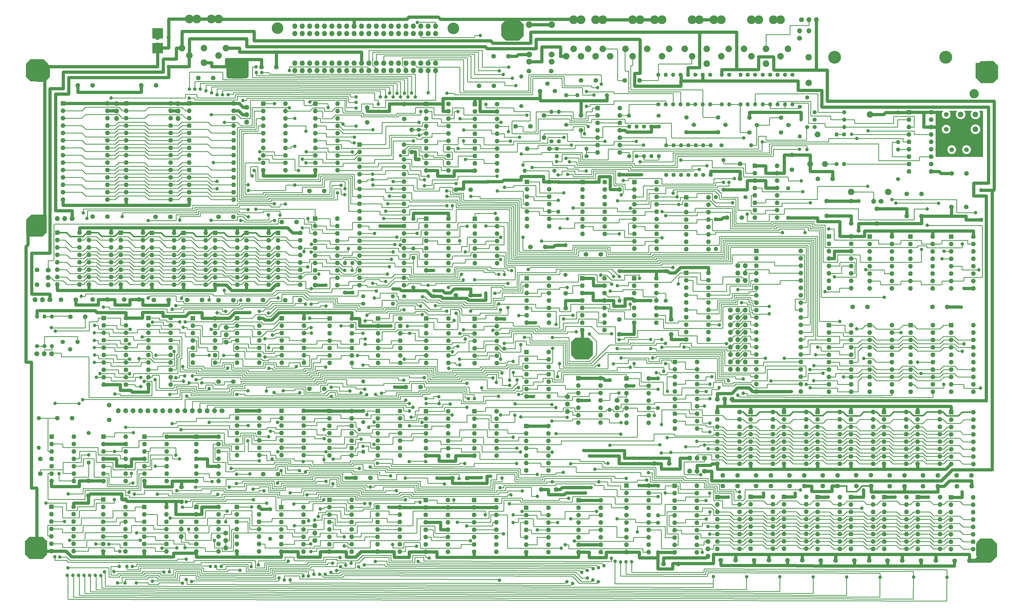
<source format=gbr>
%TF.GenerationSoftware,KiCad,Pcbnew,7.0.11*%
%TF.CreationDate,2025-07-15T19:22:36+01:00*%
%TF.ProjectId,lynx128,6c796e78-3132-4382-9e6b-696361645f70,rev?*%
%TF.SameCoordinates,Original*%
%TF.FileFunction,Copper,L1,Top*%
%TF.FilePolarity,Positive*%
%FSLAX46Y46*%
G04 Gerber Fmt 4.6, Leading zero omitted, Abs format (unit mm)*
G04 Created by KiCad (PCBNEW 7.0.11) date 2025-07-15 19:22:36*
%MOMM*%
%LPD*%
G01*
G04 APERTURE LIST*
G04 Aperture macros list*
%AMOutline5P*
0 Free polygon, 5 corners , with rotation*
0 The origin of the aperture is its center*
0 number of corners: always 5*
0 $1 to $10 corner X, Y*
0 $11 Rotation angle, in degrees counterclockwise*
0 create outline with 5 corners*
4,1,5,$1,$2,$3,$4,$5,$6,$7,$8,$9,$10,$1,$2,$11*%
%AMOutline6P*
0 Free polygon, 6 corners , with rotation*
0 The origin of the aperture is its center*
0 number of corners: always 6*
0 $1 to $12 corner X, Y*
0 $13 Rotation angle, in degrees counterclockwise*
0 create outline with 6 corners*
4,1,6,$1,$2,$3,$4,$5,$6,$7,$8,$9,$10,$11,$12,$1,$2,$13*%
%AMOutline7P*
0 Free polygon, 7 corners , with rotation*
0 The origin of the aperture is its center*
0 number of corners: always 7*
0 $1 to $14 corner X, Y*
0 $15 Rotation angle, in degrees counterclockwise*
0 create outline with 7 corners*
4,1,7,$1,$2,$3,$4,$5,$6,$7,$8,$9,$10,$11,$12,$13,$14,$1,$2,$15*%
%AMOutline8P*
0 Free polygon, 8 corners , with rotation*
0 The origin of the aperture is its center*
0 number of corners: always 8*
0 $1 to $16 corner X, Y*
0 $17 Rotation angle, in degrees counterclockwise*
0 create outline with 8 corners*
4,1,8,$1,$2,$3,$4,$5,$6,$7,$8,$9,$10,$11,$12,$13,$14,$15,$16,$1,$2,$17*%
G04 Aperture macros list end*
%TA.AperFunction,ComponentPad*%
%ADD10C,1.400000*%
%TD*%
%TA.AperFunction,ComponentPad*%
%ADD11O,1.400000X1.400000*%
%TD*%
%TA.AperFunction,ComponentPad*%
%ADD12C,1.600000*%
%TD*%
%TA.AperFunction,ComponentPad*%
%ADD13C,2.250000*%
%TD*%
%TA.AperFunction,ComponentPad*%
%ADD14C,3.000000*%
%TD*%
%TA.AperFunction,ComponentPad*%
%ADD15R,1.600000X1.600000*%
%TD*%
%TA.AperFunction,ComponentPad*%
%ADD16O,1.600000X1.600000*%
%TD*%
%TA.AperFunction,ComponentPad*%
%ADD17Outline8P,-3.500000X2.100000X-2.100000X3.500000X2.100000X3.500000X3.500000X2.100000X3.500000X-2.100000X2.100000X-3.500000X-2.100000X-3.500000X-3.500000X-2.100000X270.000000*%
%TD*%
%TA.AperFunction,ComponentPad*%
%ADD18Outline8P,-3.750000X2.250000X-2.250000X3.750000X2.250000X3.750000X3.750000X2.250000X3.750000X-2.250000X2.250000X-3.750000X-2.250000X-3.750000X-3.750000X-2.250000X270.000000*%
%TD*%
%TA.AperFunction,ComponentPad*%
%ADD19C,1.700000*%
%TD*%
%TA.AperFunction,ComponentPad*%
%ADD20O,1.700000X1.700000*%
%TD*%
%TA.AperFunction,ComponentPad*%
%ADD21O,1.800000X1.800000*%
%TD*%
%TA.AperFunction,ComponentPad*%
%ADD22C,1.500000*%
%TD*%
%TA.AperFunction,ComponentPad*%
%ADD23Outline8P,-3.450000X2.070000X-2.070000X3.450000X2.070000X3.450000X3.450000X2.070000X3.450000X-2.070000X2.070000X-3.450000X-2.070000X-3.450000X-3.450000X-2.070000X270.000000*%
%TD*%
%TA.AperFunction,ComponentPad*%
%ADD24C,4.000000*%
%TD*%
%TA.AperFunction,ComponentPad*%
%ADD25Outline8P,-3.800000X2.280000X-2.280000X3.800000X2.280000X3.800000X3.800000X2.280000X3.800000X-2.280000X2.280000X-3.800000X-2.280000X-3.800000X-3.800000X-2.280000X270.000000*%
%TD*%
%TA.AperFunction,ComponentPad*%
%ADD26O,1.900000X1.900000*%
%TD*%
%TA.AperFunction,ComponentPad*%
%ADD27C,1.900000*%
%TD*%
%TA.AperFunction,ComponentPad*%
%ADD28O,2.000000X2.000000*%
%TD*%
%TA.AperFunction,ComponentPad*%
%ADD29Outline8P,-2.800000X1.680000X-1.680000X2.800000X1.680000X2.800000X2.800000X1.680000X2.800000X-1.680000X1.680000X-2.800000X-1.680000X-2.800000X-2.800000X-1.680000X270.000000*%
%TD*%
%TA.AperFunction,ComponentPad*%
%ADD30C,3.200000*%
%TD*%
%TA.AperFunction,ComponentPad*%
%ADD31Outline8P,-3.700000X2.220000X-2.220000X3.700000X2.220000X3.700000X3.700000X2.220000X3.700000X-2.220000X2.220000X-3.700000X-2.220000X-3.700000X-3.700000X-2.220000X270.000000*%
%TD*%
%TA.AperFunction,ComponentPad*%
%ADD32C,2.200000*%
%TD*%
%TA.AperFunction,ComponentPad*%
%ADD33C,4.400000*%
%TD*%
%TA.AperFunction,ComponentPad*%
%ADD34C,2.000000*%
%TD*%
%TA.AperFunction,ComponentPad*%
%ADD35O,2.200000X2.200000*%
%TD*%
%TA.AperFunction,ViaPad*%
%ADD36C,1.200000*%
%TD*%
%TA.AperFunction,Conductor*%
%ADD37C,1.100000*%
%TD*%
%TA.AperFunction,Conductor*%
%ADD38C,0.250000*%
%TD*%
%TA.AperFunction,Conductor*%
%ADD39C,0.500000*%
%TD*%
G04 APERTURE END LIST*
D10*
%TO.P,R17,1*%
%TO.N,Net-(IC9D--)*%
X257890000Y-65120000D03*
D11*
%TO.P,R17,2*%
%TO.N,A{slash}D I{slash}P*%
X257890000Y-54960000D03*
%TD*%
D12*
%TO.P,C74,1*%
%TO.N,+5V*%
X302170000Y-221580000D03*
%TO.P,C74,2*%
%TO.N,GND*%
X307250000Y-221580000D03*
%TD*%
D13*
%TO.P,SKT1,1,Pin_1*%
%TO.N,+12V*%
X94570000Y-45820000D03*
%TO.P,SKT1,2,Pin_2*%
%TO.N,-5V*%
X97070000Y-48320000D03*
%TO.P,SKT1,3,Pin_3*%
%TO.N,GND*%
X102070000Y-45820000D03*
%TO.P,SKT1,4,Pin_4*%
%TO.N,+5V*%
X107070000Y-48320000D03*
%TO.P,SKT1,5,Pin_5*%
X109570000Y-45820000D03*
%TO.P,SKT1,6,Pin_6*%
%TO.N,GND*%
X102070000Y-50820000D03*
D14*
%TO.P,SKT1,S,SHIELD*%
X97070000Y-35820000D03*
X99570000Y-35820000D03*
X104570000Y-35820000D03*
X107070000Y-35820000D03*
%TD*%
D12*
%TO.P,C14,1*%
%TO.N,+5V*%
X244570000Y-94350000D03*
%TO.P,C14,2*%
%TO.N,GND*%
X244570000Y-89270000D03*
%TD*%
D15*
%TO.P,IC26,1,Cx*%
%TO.N,GND*%
X290960000Y-86210000D03*
D16*
%TO.P,IC26,2,RxCx*%
%TO.N,Net-(IC26A-RxCx)*%
X290960000Y-88750000D03*
%TO.P,IC26,3,R*%
%TO.N,+5V*%
X290960000Y-91290000D03*
%TO.P,IC26,4,Clk+*%
%TO.N,Net-(IC26A-Clk+)*%
X290960000Y-93830000D03*
%TO.P,IC26,5,Clk-*%
%TO.N,1MHz*%
X290960000Y-96370000D03*
%TO.P,IC26,6,Q*%
%TO.N,Net-(IC10-CBF)*%
X290960000Y-98910000D03*
%TO.P,IC26,7,~{Q}*%
%TO.N,unconnected-(IC26A-~{Q}-Pad7)*%
X290960000Y-101450000D03*
%TO.P,IC26,8,VSS*%
%TO.N,GND*%
X290960000Y-103990000D03*
%TO.P,IC26,9,~{Q}*%
%TO.N,unconnected-(IC26B-~{Q}-Pad9)*%
X298580000Y-103990000D03*
%TO.P,IC26,10,Q*%
%TO.N,Net-(IC26B-Q)*%
X298580000Y-101450000D03*
%TO.P,IC26,11,Clk-*%
%TO.N,+5V*%
X298580000Y-98910000D03*
%TO.P,IC26,12,Clk+*%
%TO.N,VSYNC*%
X298580000Y-96370000D03*
%TO.P,IC26,13,R*%
%TO.N,+5V*%
X298580000Y-93830000D03*
%TO.P,IC26,14,RxCx*%
%TO.N,Net-(IC26B-RxCx)*%
X298580000Y-91290000D03*
%TO.P,IC26,15,Cx*%
%TO.N,GND*%
X298580000Y-88750000D03*
%TO.P,IC26,16,VDD*%
%TO.N,+5V*%
X298580000Y-86210000D03*
%TD*%
D12*
%TO.P,C5,1*%
%TO.N,+5V*%
X158070000Y-71250000D03*
%TO.P,C5,2*%
%TO.N,GND*%
X158070000Y-66170000D03*
%TD*%
D10*
%TO.P,R61,1*%
%TO.N,+5V*%
X173890000Y-104380000D03*
D11*
%TO.P,R61,2*%
%TO.N,~{RESET}*%
X173890000Y-114540000D03*
%TD*%
D12*
%TO.P,C18,1*%
%TO.N,Net-(D5-K)*%
X312580000Y-90710000D03*
%TO.P,C18,2*%
%TO.N,GND*%
X317660000Y-90710000D03*
%TD*%
D10*
%TO.P,R72,1*%
%TO.N,Net-(IC53-Pad9)*%
X62540000Y-177860000D03*
D11*
%TO.P,R72,2*%
%TO.N,Net-(C46-Pad1)*%
X62540000Y-188020000D03*
%TD*%
D10*
%TO.P,R33,1*%
%TO.N,RED*%
X301250000Y-54960000D03*
D11*
%TO.P,R33,2*%
%TO.N,Net-(TR5-C)*%
X301250000Y-65120000D03*
%TD*%
D17*
%TO.P,,0,GND*%
%TO.N,GND*%
X44700000Y-106760000D03*
%TD*%
D12*
%TO.P,C15,1*%
%TO.N,Net-(IC25-VCC)*%
X281350000Y-103980000D03*
%TO.P,C15,2*%
%TO.N,GND*%
X286430000Y-103980000D03*
%TD*%
D10*
%TO.P,R25,1*%
%TO.N,Net-(TR4-B)*%
X279640000Y-65120000D03*
D11*
%TO.P,R25,2*%
%TO.N,+12V*%
X279640000Y-54960000D03*
%TD*%
D12*
%TO.P,C43,1*%
%TO.N,+5V*%
X262240000Y-138910000D03*
%TO.P,C43,2*%
%TO.N,GND*%
X262240000Y-143990000D03*
%TD*%
%TO.P,C32,1*%
%TO.N,+5V*%
X96300000Y-132270000D03*
%TO.P,C32,2*%
%TO.N,GND*%
X101380000Y-132270000D03*
%TD*%
D10*
%TO.P,R70,1*%
%TO.N,6MHz*%
X49890000Y-148110000D03*
D11*
%TO.P,R70,2*%
%TO.N,Net-(TR1-B)*%
X49890000Y-137950000D03*
%TD*%
D18*
%TO.P,,0,GND*%
%TO.N,GND*%
X231730000Y-148900000D03*
%TD*%
D10*
%TO.P,R57,1*%
%TO.N,+5V*%
X150410000Y-129700000D03*
D11*
%TO.P,R57,2*%
%TO.N,~{NMI}*%
X150410000Y-119540000D03*
%TD*%
D15*
%TO.P,IC69,1,VBB*%
%TO.N,+5V*%
X335245000Y-170720000D03*
D16*
%TO.P,IC69,2,Din*%
%TO.N,/Bank Switching Decoding/RD2*%
X335245000Y-173260000D03*
%TO.P,IC69,3,~{WRITE}*%
%TO.N,~{VEWR}*%
X335245000Y-175800000D03*
%TO.P,IC69,4,~{RAS}*%
%TO.N,~{VRAS}*%
X335245000Y-178340000D03*
%TO.P,IC69,5,A0*%
%TO.N,/CRTC\u002C Buffers and Shift Registers/VA0*%
X335245000Y-180880000D03*
%TO.P,IC69,6,A2*%
%TO.N,/CRTC\u002C Buffers and Shift Registers/VA2*%
X335245000Y-183420000D03*
%TO.P,IC69,7,A1*%
%TO.N,/CRTC\u002C Buffers and Shift Registers/VA1*%
X335245000Y-185960000D03*
%TO.P,IC69,8,VCC*%
%TO.N,+5V*%
X335245000Y-188500000D03*
%TO.P,IC69,9,A7*%
%TO.N,B2P9*%
X342865000Y-188500000D03*
%TO.P,IC69,10,A5*%
%TO.N,/CRTC\u002C Buffers and Shift Registers/VA5*%
X342865000Y-185960000D03*
%TO.P,IC69,11,A4*%
%TO.N,/CRTC\u002C Buffers and Shift Registers/VA4*%
X342865000Y-183420000D03*
%TO.P,IC69,12,A3*%
%TO.N,/CRTC\u002C Buffers and Shift Registers/VA3*%
X342865000Y-180880000D03*
%TO.P,IC69,13,A6*%
%TO.N,/CRTC\u002C Buffers and Shift Registers/VA6*%
X342865000Y-178340000D03*
%TO.P,IC69,14,Dout*%
%TO.N,/CRTC\u002C Buffers and Shift Registers/VOD2*%
X342865000Y-175800000D03*
%TO.P,IC69,15,~{CAS}*%
%TO.N,BANK2~{CAS}*%
X342865000Y-173260000D03*
%TO.P,IC69,16,GND*%
%TO.N,GND*%
X342865000Y-170720000D03*
%TD*%
D17*
%TO.P,,0,GND*%
%TO.N,GND*%
X207670000Y-39720000D03*
%TD*%
D10*
%TO.P,R18,1*%
%TO.N,Net-(IC23-Pad5)*%
X260430000Y-65120000D03*
D11*
%TO.P,R18,2*%
%TO.N,Net-(SKT3-Pin_5)*%
X260430000Y-54960000D03*
%TD*%
D12*
%TO.P,C79,1*%
%TO.N,+5V*%
X359410000Y-221700000D03*
%TO.P,C79,2*%
%TO.N,GND*%
X364490000Y-221700000D03*
%TD*%
D10*
%TO.P,R45,1*%
%TO.N,+5V*%
X302390000Y-104030000D03*
D11*
%TO.P,R45,2*%
%TO.N,Net-(IC26B-RxCx)*%
X302390000Y-93870000D03*
%TD*%
D12*
%TO.P,C70,1*%
%TO.N,+5V*%
X348640000Y-196140000D03*
%TO.P,C70,2*%
%TO.N,GND*%
X353720000Y-196140000D03*
%TD*%
D15*
%TO.P,IC86,1,VBB*%
%TO.N,+5V*%
X278055000Y-199860000D03*
D16*
%TO.P,IC86,2,Din*%
%TO.N,/Bank Switching Decoding/RD7*%
X278055000Y-202400000D03*
%TO.P,IC86,3,~{WRITE}*%
%TO.N,~{VEWR}*%
X278055000Y-204940000D03*
%TO.P,IC86,4,~{RAS}*%
%TO.N,~{VRAS}*%
X278055000Y-207480000D03*
%TO.P,IC86,5,A0*%
%TO.N,/CRTC\u002C Buffers and Shift Registers/VA0*%
X278055000Y-210020000D03*
%TO.P,IC86,6,A2*%
%TO.N,/CRTC\u002C Buffers and Shift Registers/VA2*%
X278055000Y-212560000D03*
%TO.P,IC86,7,A1*%
%TO.N,/CRTC\u002C Buffers and Shift Registers/VA1*%
X278055000Y-215100000D03*
%TO.P,IC86,8,VCC*%
%TO.N,+5V*%
X278055000Y-217640000D03*
%TO.P,IC86,9,A7*%
%TO.N,B2P9*%
X285675000Y-217640000D03*
%TO.P,IC86,10,A5*%
%TO.N,/CRTC\u002C Buffers and Shift Registers/VA5*%
X285675000Y-215100000D03*
%TO.P,IC86,11,A4*%
%TO.N,/CRTC\u002C Buffers and Shift Registers/VA4*%
X285675000Y-212560000D03*
%TO.P,IC86,12,A3*%
%TO.N,/CRTC\u002C Buffers and Shift Registers/VA3*%
X285675000Y-210020000D03*
%TO.P,IC86,13,A6*%
%TO.N,/CRTC\u002C Buffers and Shift Registers/VA6*%
X285675000Y-207480000D03*
%TO.P,IC86,14,Dout*%
%TO.N,/CRTC\u002C Buffers and Shift Registers/VOD7*%
X285675000Y-204940000D03*
%TO.P,IC86,15,~{CAS}*%
%TO.N,~{VCASII}*%
X285675000Y-202400000D03*
%TO.P,IC86,16,GND*%
%TO.N,GND*%
X285675000Y-199860000D03*
%TD*%
D15*
%TO.P,IC91,1,VBB*%
%TO.N,+5V*%
X335300000Y-199920000D03*
D16*
%TO.P,IC91,2,Din*%
%TO.N,/Bank Switching Decoding/RD2*%
X335300000Y-202460000D03*
%TO.P,IC91,3,~{WRITE}*%
%TO.N,~{VEWR}*%
X335300000Y-205000000D03*
%TO.P,IC91,4,~{RAS}*%
%TO.N,~{VRAS}*%
X335300000Y-207540000D03*
%TO.P,IC91,5,A0*%
%TO.N,/CRTC\u002C Buffers and Shift Registers/VA0*%
X335300000Y-210080000D03*
%TO.P,IC91,6,A2*%
%TO.N,/CRTC\u002C Buffers and Shift Registers/VA2*%
X335300000Y-212620000D03*
%TO.P,IC91,7,A1*%
%TO.N,/CRTC\u002C Buffers and Shift Registers/VA1*%
X335300000Y-215160000D03*
%TO.P,IC91,8,VCC*%
%TO.N,+5V*%
X335300000Y-217700000D03*
%TO.P,IC91,9,A7*%
%TO.N,B2P9*%
X342920000Y-217700000D03*
%TO.P,IC91,10,A5*%
%TO.N,/CRTC\u002C Buffers and Shift Registers/VA5*%
X342920000Y-215160000D03*
%TO.P,IC91,11,A4*%
%TO.N,/CRTC\u002C Buffers and Shift Registers/VA4*%
X342920000Y-212620000D03*
%TO.P,IC91,12,A3*%
%TO.N,/CRTC\u002C Buffers and Shift Registers/VA3*%
X342920000Y-210080000D03*
%TO.P,IC91,13,A6*%
%TO.N,/CRTC\u002C Buffers and Shift Registers/VA6*%
X342920000Y-207540000D03*
%TO.P,IC91,14,Dout*%
%TO.N,/CRTC\u002C Buffers and Shift Registers/VOD2*%
X342920000Y-205000000D03*
%TO.P,IC91,15,~{CAS}*%
%TO.N,~{VCASII}*%
X342920000Y-202460000D03*
%TO.P,IC91,16,GND*%
%TO.N,GND*%
X342920000Y-199920000D03*
%TD*%
D12*
%TO.P,C10,1*%
%TO.N,Net-(C10-Pad1)*%
X208950000Y-72630000D03*
%TO.P,C10,2*%
%TO.N,Net-(C10-Pad2)*%
X214030000Y-72630000D03*
%TD*%
%TO.P,C67,1*%
%TO.N,+5V*%
X314280000Y-196090000D03*
%TO.P,C67,2*%
%TO.N,GND*%
X319360000Y-196090000D03*
%TD*%
D15*
%TO.P,IC67,1,VBB*%
%TO.N,+5V*%
X312420000Y-170690000D03*
D16*
%TO.P,IC67,2,Din*%
%TO.N,/Bank Switching Decoding/RD4*%
X312420000Y-173230000D03*
%TO.P,IC67,3,~{WRITE}*%
%TO.N,~{VEWR}*%
X312420000Y-175770000D03*
%TO.P,IC67,4,~{RAS}*%
%TO.N,~{VRAS}*%
X312420000Y-178310000D03*
%TO.P,IC67,5,A0*%
%TO.N,/CRTC\u002C Buffers and Shift Registers/VA0*%
X312420000Y-180850000D03*
%TO.P,IC67,6,A2*%
%TO.N,/CRTC\u002C Buffers and Shift Registers/VA2*%
X312420000Y-183390000D03*
%TO.P,IC67,7,A1*%
%TO.N,/CRTC\u002C Buffers and Shift Registers/VA1*%
X312420000Y-185930000D03*
%TO.P,IC67,8,VCC*%
%TO.N,+5V*%
X312420000Y-188470000D03*
%TO.P,IC67,9,A7*%
%TO.N,B2P9*%
X320040000Y-188470000D03*
%TO.P,IC67,10,A5*%
%TO.N,/CRTC\u002C Buffers and Shift Registers/VA5*%
X320040000Y-185930000D03*
%TO.P,IC67,11,A4*%
%TO.N,/CRTC\u002C Buffers and Shift Registers/VA4*%
X320040000Y-183390000D03*
%TO.P,IC67,12,A3*%
%TO.N,/CRTC\u002C Buffers and Shift Registers/VA3*%
X320040000Y-180850000D03*
%TO.P,IC67,13,A6*%
%TO.N,/CRTC\u002C Buffers and Shift Registers/VA6*%
X320040000Y-178310000D03*
%TO.P,IC67,14,Dout*%
%TO.N,/CRTC\u002C Buffers and Shift Registers/VOD4*%
X320040000Y-175770000D03*
%TO.P,IC67,15,~{CAS}*%
%TO.N,BANK2~{CAS}*%
X320040000Y-173230000D03*
%TO.P,IC67,16,GND*%
%TO.N,GND*%
X320040000Y-170690000D03*
%TD*%
D19*
%TO.P,LK18,1,Pin_1*%
%TO.N,\u00D81*%
X109550000Y-212210000D03*
D20*
%TO.P,LK18,2,Pin_2*%
%TO.N,6845E*%
X109550000Y-214750000D03*
%TO.P,LK18,3,Pin_3*%
X109550000Y-217290000D03*
%TD*%
D12*
%TO.P,C59,1*%
%TO.N,+5V*%
X314260000Y-192440000D03*
%TO.P,C59,2*%
%TO.N,GND*%
X319340000Y-192440000D03*
%TD*%
%TO.P,C20,1*%
%TO.N,Net-(IC10-CHROMA)*%
X348140000Y-95800000D03*
%TO.P,C20,2*%
%TO.N,Net-(C20-Pad2)*%
X343060000Y-95800000D03*
%TD*%
D15*
%TO.P,IC6,1,A11*%
%TO.N,/Bank Switching Decoding/A11*%
X155420000Y-78910000D03*
D16*
%TO.P,IC6,2,A12*%
%TO.N,/Bank Switching Decoding/A12*%
X155420000Y-81450000D03*
%TO.P,IC6,3,A13*%
%TO.N,/Bank Switching Decoding/A13*%
X155420000Y-83990000D03*
%TO.P,IC6,4,A14*%
%TO.N,/Bank Switching Decoding/A14*%
X155420000Y-86530000D03*
%TO.P,IC6,5,A15*%
%TO.N,/Bank Switching Decoding/A15*%
X155420000Y-89070000D03*
%TO.P,IC6,6,~{CLK}*%
%TO.N,\u00D81*%
X155420000Y-91610000D03*
%TO.P,IC6,7,D4*%
%TO.N,/CPU and ROM/D4*%
X155420000Y-94150000D03*
%TO.P,IC6,8,D3*%
%TO.N,/CPU and ROM/D3*%
X155420000Y-96690000D03*
%TO.P,IC6,9,D5*%
%TO.N,/CPU and ROM/D5*%
X155420000Y-99230000D03*
%TO.P,IC6,10,D6*%
%TO.N,/CPU and ROM/D6*%
X155420000Y-101770000D03*
%TO.P,IC6,11,VCC*%
%TO.N,+5V*%
X155420000Y-104310000D03*
%TO.P,IC6,12,D2*%
%TO.N,/CPU and ROM/D2*%
X155420000Y-106850000D03*
%TO.P,IC6,13,D7*%
%TO.N,/CPU and ROM/D7*%
X155420000Y-109390000D03*
%TO.P,IC6,14,D0*%
%TO.N,/CPU and ROM/D0*%
X155420000Y-111930000D03*
%TO.P,IC6,15,D1*%
%TO.N,/CPU and ROM/D1*%
X155420000Y-114470000D03*
%TO.P,IC6,16,~{INT}*%
%TO.N,~{INT}*%
X155420000Y-117010000D03*
%TO.P,IC6,17,~{NMI}*%
%TO.N,~{NMI}*%
X155420000Y-119550000D03*
%TO.P,IC6,18,~{HALT}*%
%TO.N,unconnected-(IC6-~{HALT}-Pad18)*%
X155420000Y-122090000D03*
%TO.P,IC6,19,~{MREQ}*%
%TO.N,~{UMREQ}*%
X155420000Y-124630000D03*
%TO.P,IC6,20,~{IORQ}*%
%TO.N,~{UIORQ}*%
X155420000Y-127170000D03*
%TO.P,IC6,21,~{RD}*%
%TO.N,~{URD}*%
X170660000Y-127170000D03*
%TO.P,IC6,22,~{WR}*%
%TO.N,~{UWR}*%
X170660000Y-124630000D03*
%TO.P,IC6,23,~{BUSACK}*%
%TO.N,unconnected-(IC6-~{BUSACK}-Pad23)*%
X170660000Y-122090000D03*
%TO.P,IC6,24,~{WAIT}*%
%TO.N,~{WAIT}*%
X170660000Y-119550000D03*
%TO.P,IC6,25,~{BUSRQ}*%
%TO.N,~{BUSRQ}*%
X170660000Y-117010000D03*
%TO.P,IC6,26,~{RESET}*%
%TO.N,~{RESET}*%
X170660000Y-114470000D03*
%TO.P,IC6,27,~{M1}*%
%TO.N,Net-(IC6-~{M1})*%
X170660000Y-111930000D03*
%TO.P,IC6,28,~{RFSH}*%
%TO.N,Net-(IC6-~{RFSH})*%
X170660000Y-109390000D03*
%TO.P,IC6,29,GND*%
%TO.N,GND*%
X170660000Y-106850000D03*
%TO.P,IC6,30,A0*%
%TO.N,/Bank Switching Decoding/A0*%
X170660000Y-104310000D03*
%TO.P,IC6,31,A1*%
%TO.N,/Bank Switching Decoding/A1*%
X170660000Y-101770000D03*
%TO.P,IC6,32,A2*%
%TO.N,/Bank Switching Decoding/A2*%
X170660000Y-99230000D03*
%TO.P,IC6,33,A3*%
%TO.N,/Bank Switching Decoding/A3*%
X170660000Y-96690000D03*
%TO.P,IC6,34,A4*%
%TO.N,/Bank Switching Decoding/A4*%
X170660000Y-94150000D03*
%TO.P,IC6,35,A5*%
%TO.N,/Bank Switching Decoding/A5*%
X170660000Y-91610000D03*
%TO.P,IC6,36,A6*%
%TO.N,/Bank Switching Decoding/A6*%
X170660000Y-89070000D03*
%TO.P,IC6,37,A7*%
%TO.N,/Bank Switching Decoding/A7*%
X170660000Y-86530000D03*
%TO.P,IC6,38,A8*%
%TO.N,/Bank Switching Decoding/A8*%
X170660000Y-83990000D03*
%TO.P,IC6,39,A9*%
%TO.N,/Bank Switching Decoding/A9*%
X170660000Y-81450000D03*
%TO.P,IC6,40,A10*%
%TO.N,/Bank Switching Decoding/A10*%
X170660000Y-78910000D03*
%TD*%
D10*
%TO.P,R55,1*%
%TO.N,Net-(IC10-LUMin)*%
X340020000Y-90760000D03*
D11*
%TO.P,R55,2*%
%TO.N,Net-(IC10-LUMout)*%
X340020000Y-80600000D03*
%TD*%
D19*
%TO.P,LK1,1,Pin_1*%
%TO.N,+12V*%
X49240000Y-132140000D03*
D20*
%TO.P,LK1,2,Pin_2*%
%TO.N,+5V*%
X46700000Y-132140000D03*
%TO.P,LK1,3,Pin_3*%
X44160000Y-132140000D03*
%TD*%
D21*
%TO.P,PL2,1,Pin_1*%
%TO.N,/Bank Switching Decoding/RD0*%
X133230000Y-40790000D03*
%TO.P,PL2,2,Pin_2*%
%TO.N,/Bank Switching Decoding/RD1*%
X133230000Y-38250000D03*
%TO.P,PL2,3,Pin_3*%
%TO.N,/Bank Switching Decoding/RD2*%
X135770000Y-40790000D03*
%TO.P,PL2,4,Pin_4*%
%TO.N,/Bank Switching Decoding/RD3*%
X135770000Y-38250000D03*
%TO.P,PL2,5,Pin_5*%
%TO.N,/Bank Switching Decoding/RD4*%
X138310000Y-40790000D03*
%TO.P,PL2,6,Pin_6*%
%TO.N,/Bank Switching Decoding/RD5*%
X138310000Y-38250000D03*
%TO.P,PL2,7,Pin_7*%
%TO.N,/Bank Switching Decoding/RD6*%
X140850000Y-40790000D03*
%TO.P,PL2,8,Pin_8*%
%TO.N,/Bank Switching Decoding/RD7*%
X140850000Y-38250000D03*
%TO.P,PL2,9,Pin_9*%
%TO.N,/Bank Switching Decoding/RA0*%
X143390000Y-40790000D03*
%TO.P,PL2,10,Pin_10*%
%TO.N,/Bank Switching Decoding/RA1*%
X143390000Y-38250000D03*
%TO.P,PL2,11,Pin_11*%
%TO.N,/Bank Switching Decoding/RA2*%
X145930000Y-40790000D03*
%TO.P,PL2,12,Pin_12*%
%TO.N,/Bank Switching Decoding/RA3*%
X145930000Y-38250000D03*
%TO.P,PL2,13,Pin_13*%
%TO.N,/Bank Switching Decoding/RA4*%
X148470000Y-40790000D03*
%TO.P,PL2,14,Pin_14*%
%TO.N,/Bank Switching Decoding/RA5*%
X148470000Y-38250000D03*
%TO.P,PL2,15,Pin_15*%
%TO.N,/Bank Switching Decoding/RA6*%
X151010000Y-40790000D03*
%TO.P,PL2,16,Pin_16*%
%TO.N,/Bank Switching Decoding/RA7*%
X151010000Y-38250000D03*
%TO.P,PL2,17,Pin_17*%
%TO.N,GND*%
X153550000Y-40790000D03*
%TO.P,PL2,18,Pin_18*%
X153550000Y-38250000D03*
%TO.P,PL2,19,Pin_19*%
%TO.N,+5V*%
X156090000Y-40790000D03*
%TO.P,PL2,20,Pin_20*%
X156090000Y-38250000D03*
%TO.P,PL2,21,Pin_21*%
%TO.N,~{BEWR}*%
X158630000Y-40790000D03*
%TO.P,PL2,22,Pin_22*%
%TO.N,~{NMI}*%
X158630000Y-38250000D03*
%TO.P,PL2,23,Pin_23*%
%TO.N,~{INT}*%
X161170000Y-40790000D03*
%TO.P,PL2,24,Pin_24*%
%TO.N,~{RESET}*%
X161170000Y-38250000D03*
%TO.P,PL2,25,Pin_25*%
%TO.N,\u00D81*%
X163710000Y-40790000D03*
%TO.P,PL2,26,Pin_26*%
%TO.N,~{WAIT}*%
X163710000Y-38250000D03*
%TO.P,PL2,27,Pin_27*%
%TO.N,8MHz*%
X166250000Y-40790000D03*
%TO.P,PL2,28,Pin_28*%
%TO.N,~{RFSH}*%
X166250000Y-38250000D03*
%TO.P,PL2,29,Pin_29*%
%TO.N,~{MREQ}*%
X168790000Y-40790000D03*
%TO.P,PL2,30,Pin_30*%
%TO.N,~{WR}*%
X168790000Y-38250000D03*
%TO.P,PL2,31,Pin_31*%
%TO.N,~{IORQ}*%
X171330000Y-40790000D03*
%TO.P,PL2,32,Pin_32*%
%TO.N,~{M1}*%
X171330000Y-38250000D03*
%TO.P,PL2,33,Pin_33*%
%TO.N,~{RD}*%
X173870000Y-40790000D03*
%TO.P,PL2,34,Pin_34*%
%TO.N,XROMII*%
X173870000Y-38250000D03*
%TO.P,PL2,35,Pin_35*%
%TO.N,~{XPRES}*%
X176410000Y-40790000D03*
%TO.P,PL2,36,Pin_36*%
%TO.N,~{WREN4}*%
X176410000Y-38250000D03*
%TO.P,PL2,37,Pin_37*%
%TO.N,~{RDEN4}*%
X178950000Y-40790000D03*
%TO.P,PL2,38,Pin_38*%
%TO.N,XROMI*%
X178950000Y-38250000D03*
%TO.P,PL2,39,Pin_39*%
%TO.N,~{RAS}*%
X181490000Y-40790000D03*
%TO.P,PL2,40,Pin_40*%
%TO.N,BANK4~{CAS}*%
X181490000Y-38250000D03*
%TD*%
D10*
%TO.P,R2,1*%
%TO.N,Net-(IC24-Q4)*%
X210890000Y-65670000D03*
D11*
%TO.P,R2,2*%
%TO.N,Net-(TR3-B)*%
X210890000Y-55510000D03*
%TD*%
D12*
%TO.P,C41,1*%
%TO.N,+5V*%
X238110000Y-116580000D03*
%TO.P,C41,2*%
%TO.N,GND*%
X233030000Y-116580000D03*
%TD*%
D15*
%TO.P,IC12,1,VBB*%
%TO.N,+5V*%
X62640000Y-109160000D03*
D16*
%TO.P,IC12,2,Din*%
%TO.N,/Bank Switching Decoding/RD6*%
X62640000Y-111700000D03*
%TO.P,IC12,3,~{WRITE}*%
%TO.N,~{BEWR}*%
X62640000Y-114240000D03*
%TO.P,IC12,4,~{RAS}*%
%TO.N,~{RAS}*%
X62640000Y-116780000D03*
%TO.P,IC12,5,A0*%
%TO.N,/Bank Switching Decoding/RA0*%
X62640000Y-119320000D03*
%TO.P,IC12,6,A2*%
%TO.N,/Bank Switching Decoding/RA2*%
X62640000Y-121860000D03*
%TO.P,IC12,7,A1*%
%TO.N,/Bank Switching Decoding/RA1*%
X62640000Y-124400000D03*
%TO.P,IC12,8,VCC*%
%TO.N,+5V*%
X62640000Y-126940000D03*
%TO.P,IC12,9,A7*%
%TO.N,/Bank Switching Decoding/RA7*%
X70260000Y-126940000D03*
%TO.P,IC12,10,A5*%
%TO.N,/Bank Switching Decoding/RA5*%
X70260000Y-124400000D03*
%TO.P,IC12,11,A4*%
%TO.N,/Bank Switching Decoding/RA4*%
X70260000Y-121860000D03*
%TO.P,IC12,12,A3*%
%TO.N,/Bank Switching Decoding/RA3*%
X70260000Y-119320000D03*
%TO.P,IC12,13,A6*%
%TO.N,/Bank Switching Decoding/RA6*%
X70260000Y-116780000D03*
%TO.P,IC12,14,Dout*%
%TO.N,/Bank Switching Decoding/RD6*%
X70260000Y-114240000D03*
%TO.P,IC12,15,~{CAS}*%
%TO.N,~{ICAS}*%
X70260000Y-111700000D03*
%TO.P,IC12,16,GND*%
%TO.N,GND*%
X70260000Y-109160000D03*
%TD*%
D12*
%TO.P,L1,1,1*%
%TO.N,Net-(IC10-Vp)*%
X332790000Y-106000000D03*
%TO.P,L1,2,2*%
%TO.N,Net-(C20-Pad2)*%
X332790000Y-100920000D03*
%TD*%
D22*
%TO.P,TR6,1,C*%
%TO.N,+5V*%
X289072500Y-69660000D03*
%TO.P,TR6,2,B*%
%TO.N,Net-(TR5-C)*%
X291612500Y-72200000D03*
%TO.P,TR6,3,E*%
%TO.N,Net-(TR6-E)*%
X289072500Y-74740000D03*
%TD*%
D15*
%TO.P,IC28,1,~{Mr}*%
%TO.N,~{RESET}*%
X83030000Y-138450000D03*
D16*
%TO.P,IC28,2,Q0*%
%TO.N,/Bank Switching Decoding/~{WREN1}*%
X83030000Y-140990000D03*
%TO.P,IC28,3,D0*%
%TO.N,/Bank Switching Decoding/RD7*%
X83030000Y-143530000D03*
%TO.P,IC28,4,D1*%
%TO.N,/Bank Switching Decoding/RD1*%
X83030000Y-146070000D03*
%TO.P,IC28,5,Q1*%
%TO.N,/Bank Switching Decoding/~{RDEN2}*%
X83030000Y-148610000D03*
%TO.P,IC28,6,Q2*%
%TO.N,COLSEL*%
X83030000Y-151150000D03*
%TO.P,IC28,7,D2*%
%TO.N,/Bank Switching Decoding/RD5*%
X83030000Y-153690000D03*
%TO.P,IC28,8,D3*%
%TO.N,/Bank Switching Decoding/RD3*%
X83030000Y-156230000D03*
%TO.P,IC28,9,Q3*%
%TO.N,~{RDEN0}*%
X83030000Y-158770000D03*
%TO.P,IC28,10,GND*%
%TO.N,GND*%
X83030000Y-161310000D03*
%TO.P,IC28,11,Cp*%
%TO.N,BANKLATCH*%
X90650000Y-161310000D03*
%TO.P,IC28,12,Q4*%
%TO.N,/Bank Switching Decoding/~{RDEN1}*%
X90650000Y-158770000D03*
%TO.P,IC28,13,D4*%
%TO.N,/Bank Switching Decoding/RD2*%
X90650000Y-156230000D03*
%TO.P,IC28,14,D5*%
%TO.N,/Bank Switching Decoding/RD4*%
X90650000Y-153690000D03*
%TO.P,IC28,15,Q5*%
%TO.N,~{WREN4}*%
X90650000Y-151150000D03*
%TO.P,IC28,16,Q6*%
%TO.N,/Bank Switching Decoding/~{WREN2}*%
X90650000Y-148610000D03*
%TO.P,IC28,17,D6*%
%TO.N,/Bank Switching Decoding/RD6*%
X90650000Y-146070000D03*
%TO.P,IC28,18,D7*%
%TO.N,/Bank Switching Decoding/RD0*%
X90650000Y-143530000D03*
%TO.P,IC28,19,Q7*%
%TO.N,~{RDEN4}*%
X90650000Y-140990000D03*
%TO.P,IC28,20,VCC*%
%TO.N,+5V*%
X90650000Y-138450000D03*
%TD*%
D19*
%TO.P,LK16,1,Pin_1*%
%TO.N,Net-(IC46A-C)*%
X226700000Y-165400000D03*
D20*
%TO.P,LK16,2,Pin_2*%
X226700000Y-167940000D03*
%TO.P,LK16,3,Pin_3*%
%TO.N,Net-(IC46A-D)*%
X226700000Y-170480000D03*
%TD*%
D15*
%TO.P,IC68,1,VBB*%
%TO.N,+5V*%
X323890000Y-170720000D03*
D16*
%TO.P,IC68,2,Din*%
%TO.N,/Bank Switching Decoding/RD3*%
X323890000Y-173260000D03*
%TO.P,IC68,3,~{WRITE}*%
%TO.N,~{VEWR}*%
X323890000Y-175800000D03*
%TO.P,IC68,4,~{RAS}*%
%TO.N,~{VRAS}*%
X323890000Y-178340000D03*
%TO.P,IC68,5,A0*%
%TO.N,/CRTC\u002C Buffers and Shift Registers/VA0*%
X323890000Y-180880000D03*
%TO.P,IC68,6,A2*%
%TO.N,/CRTC\u002C Buffers and Shift Registers/VA2*%
X323890000Y-183420000D03*
%TO.P,IC68,7,A1*%
%TO.N,/CRTC\u002C Buffers and Shift Registers/VA1*%
X323890000Y-185960000D03*
%TO.P,IC68,8,VCC*%
%TO.N,+5V*%
X323890000Y-188500000D03*
%TO.P,IC68,9,A7*%
%TO.N,B2P9*%
X331510000Y-188500000D03*
%TO.P,IC68,10,A5*%
%TO.N,/CRTC\u002C Buffers and Shift Registers/VA5*%
X331510000Y-185960000D03*
%TO.P,IC68,11,A4*%
%TO.N,/CRTC\u002C Buffers and Shift Registers/VA4*%
X331510000Y-183420000D03*
%TO.P,IC68,12,A3*%
%TO.N,/CRTC\u002C Buffers and Shift Registers/VA3*%
X331510000Y-180880000D03*
%TO.P,IC68,13,A6*%
%TO.N,/CRTC\u002C Buffers and Shift Registers/VA6*%
X331510000Y-178340000D03*
%TO.P,IC68,14,Dout*%
%TO.N,/CRTC\u002C Buffers and Shift Registers/VOD3*%
X331510000Y-175800000D03*
%TO.P,IC68,15,~{CAS}*%
%TO.N,BANK2~{CAS}*%
X331510000Y-173260000D03*
%TO.P,IC68,16,GND*%
%TO.N,GND*%
X331510000Y-170720000D03*
%TD*%
D12*
%TO.P,C28,1*%
%TO.N,+5V*%
X63880000Y-132080000D03*
%TO.P,C28,2*%
%TO.N,GND*%
X68960000Y-132080000D03*
%TD*%
D15*
%TO.P,IC43,1,Ds*%
%TO.N,GND*%
X344320000Y-110460000D03*
D16*
%TO.P,IC43,2,A*%
%TO.N,Net-(IC43-A)*%
X344320000Y-113000000D03*
%TO.P,IC43,3,B*%
%TO.N,Net-(IC43-B)*%
X344320000Y-115540000D03*
%TO.P,IC43,4,C*%
%TO.N,Net-(IC43-C)*%
X344320000Y-118080000D03*
%TO.P,IC43,5,D*%
%TO.N,Net-(IC43-D)*%
X344320000Y-120620000D03*
%TO.P,IC43,6,CE*%
%TO.N,GND*%
X344320000Y-123160000D03*
%TO.P,IC43,7,Clk*%
%TO.N,DOTCLK*%
X344320000Y-125700000D03*
%TO.P,IC43,8,GND*%
%TO.N,GND*%
X344320000Y-128240000D03*
%TO.P,IC43,9,Clr*%
%TO.N,+5V*%
X351940000Y-128240000D03*
%TO.P,IC43,10,E*%
%TO.N,Net-(IC43-E)*%
X351940000Y-125700000D03*
%TO.P,IC43,11,F*%
%TO.N,Net-(IC43-F)*%
X351940000Y-123160000D03*
%TO.P,IC43,12,G*%
%TO.N,Net-(IC43-G)*%
X351940000Y-120620000D03*
%TO.P,IC43,13,Qh*%
%TO.N,GREEN*%
X351940000Y-118080000D03*
%TO.P,IC43,14,H*%
%TO.N,Net-(IC43-H)*%
X351940000Y-115540000D03*
%TO.P,IC43,15,PE*%
%TO.N,~{LOAD}*%
X351940000Y-113000000D03*
%TO.P,IC43,16,VCC*%
%TO.N,+5V*%
X351940000Y-110460000D03*
%TD*%
D15*
%TO.P,IC72,1*%
%TO.N,~{M1}*%
X49780000Y-203180000D03*
D16*
%TO.P,IC72,2*%
%TO.N,Net-(LK17-Pin_3)*%
X49780000Y-205720000D03*
%TO.P,IC72,3*%
%TO.N,\u00D81*%
X49780000Y-208260000D03*
%TO.P,IC72,4*%
%TO.N,Net-(IC73A-C)*%
X49780000Y-210800000D03*
%TO.P,IC72,5*%
%TO.N,~{UMREQ}*%
X49780000Y-213340000D03*
%TO.P,IC72,6*%
%TO.N,Net-(IC33B-~{R})*%
X49780000Y-215880000D03*
%TO.P,IC72,7,GND*%
%TO.N,GND*%
X49780000Y-218420000D03*
%TO.P,IC72,8*%
%TO.N,Net-(IC72-Pad8)*%
X57400000Y-218420000D03*
%TO.P,IC72,9*%
%TO.N,Net-(IC55A-~{Q})*%
X57400000Y-215880000D03*
%TO.P,IC72,10*%
%TO.N,unconnected-(IC72-Pad10)*%
X57400000Y-213340000D03*
%TO.P,IC72,11*%
%TO.N,unconnected-(IC72-Pad11)*%
X57400000Y-210800000D03*
%TO.P,IC72,12*%
%TO.N,unconnected-(IC72-Pad12)*%
X57400000Y-208260000D03*
%TO.P,IC72,13*%
%TO.N,unconnected-(IC72-Pad13)*%
X57400000Y-205720000D03*
%TO.P,IC72,14,VCC*%
%TO.N,+5V*%
X57400000Y-203180000D03*
%TD*%
D19*
%TO.P,LK19,1,Pin_1*%
%TO.N,Net-(LK19-Pin_1)*%
X109690000Y-146720000D03*
D20*
%TO.P,LK19,2,Pin_2*%
%TO.N,~{ROM1}*%
X109690000Y-144180000D03*
%TO.P,LK19,3,Pin_3*%
X109690000Y-141640000D03*
%TD*%
D12*
%TO.P,C12,1*%
%TO.N,GND*%
X231330000Y-68900000D03*
%TO.P,C12,2*%
%TO.N,Net-(IC9B-+)*%
X231330000Y-73980000D03*
%TD*%
%TO.P,C54,1*%
%TO.N,+5V*%
X187210000Y-193410000D03*
%TO.P,C54,2*%
%TO.N,GND*%
X192290000Y-193410000D03*
%TD*%
D15*
%TO.P,IC70,1,VBB*%
%TO.N,+5V*%
X346790000Y-170700000D03*
D16*
%TO.P,IC70,2,Din*%
%TO.N,/Bank Switching Decoding/RD1*%
X346790000Y-173240000D03*
%TO.P,IC70,3,~{WRITE}*%
%TO.N,~{VEWR}*%
X346790000Y-175780000D03*
%TO.P,IC70,4,~{RAS}*%
%TO.N,~{VRAS}*%
X346790000Y-178320000D03*
%TO.P,IC70,5,A0*%
%TO.N,/CRTC\u002C Buffers and Shift Registers/VA0*%
X346790000Y-180860000D03*
%TO.P,IC70,6,A2*%
%TO.N,/CRTC\u002C Buffers and Shift Registers/VA2*%
X346790000Y-183400000D03*
%TO.P,IC70,7,A1*%
%TO.N,/CRTC\u002C Buffers and Shift Registers/VA1*%
X346790000Y-185940000D03*
%TO.P,IC70,8,VCC*%
%TO.N,+5V*%
X346790000Y-188480000D03*
%TO.P,IC70,9,A7*%
%TO.N,B2P9*%
X354410000Y-188480000D03*
%TO.P,IC70,10,A5*%
%TO.N,/CRTC\u002C Buffers and Shift Registers/VA5*%
X354410000Y-185940000D03*
%TO.P,IC70,11,A4*%
%TO.N,/CRTC\u002C Buffers and Shift Registers/VA4*%
X354410000Y-183400000D03*
%TO.P,IC70,12,A3*%
%TO.N,/CRTC\u002C Buffers and Shift Registers/VA3*%
X354410000Y-180860000D03*
%TO.P,IC70,13,A6*%
%TO.N,/CRTC\u002C Buffers and Shift Registers/VA6*%
X354410000Y-178320000D03*
%TO.P,IC70,14,Dout*%
%TO.N,/CRTC\u002C Buffers and Shift Registers/VOD1*%
X354410000Y-175780000D03*
%TO.P,IC70,15,~{CAS}*%
%TO.N,BANK2~{CAS}*%
X354410000Y-173240000D03*
%TO.P,IC70,16,GND*%
%TO.N,GND*%
X354410000Y-170700000D03*
%TD*%
D15*
%TO.P,IC35,1*%
%TO.N,Net-(IC21B-Q3)*%
X194880000Y-138660000D03*
D16*
%TO.P,IC35,2*%
%TO.N,Net-(IC21B-Q2)*%
X194880000Y-141200000D03*
%TO.P,IC35,3*%
%TO.N,CAS*%
X194880000Y-143740000D03*
%TO.P,IC35,4*%
%TO.N,~{XPRES}*%
X194880000Y-146280000D03*
%TO.P,IC35,5*%
%TO.N,Net-(IC30-Pad6)*%
X194880000Y-148820000D03*
%TO.P,IC35,6*%
%TO.N,~{CAS}*%
X194880000Y-151360000D03*
%TO.P,IC35,7,GND*%
%TO.N,GND*%
X194880000Y-153900000D03*
%TO.P,IC35,8*%
%TO.N,~{EXTDBE}*%
X202500000Y-153900000D03*
%TO.P,IC35,9*%
%TO.N,~{VIDEOREADENABLE}*%
X202500000Y-151360000D03*
%TO.P,IC35,10*%
%TO.N,Net-(IC78B-O3)*%
X202500000Y-148820000D03*
%TO.P,IC35,11*%
%TO.N,Net-(IC30-Pad6)*%
X202500000Y-146280000D03*
%TO.P,IC35,12*%
%TO.N,Net-(IC23-Pad11)*%
X202500000Y-143740000D03*
%TO.P,IC35,13*%
%TO.N,Net-(IC21B-Q0)*%
X202500000Y-141200000D03*
%TO.P,IC35,14,VCC*%
%TO.N,+5V*%
X202500000Y-138660000D03*
%TD*%
D20*
%TO.P,LK21,1,Pin_1*%
%TO.N,GND*%
X306310000Y-39880000D03*
D19*
%TO.P,LK21,2,Pin_2*%
X306310000Y-42420000D03*
D20*
%TO.P,LK21,3,Pin_3*%
X309470000Y-39880000D03*
%TD*%
D10*
%TO.P,R19,1*%
%TO.N,Net-(IC23-Pad3)*%
X262970000Y-65120000D03*
D11*
%TO.P,R19,2*%
%TO.N,Net-(SKT3-Pin_3)*%
X262970000Y-54960000D03*
%TD*%
D15*
%TO.P,IC75,1*%
%TO.N,Net-(IC58-Pad4)*%
X99430000Y-203310000D03*
D16*
%TO.P,IC75,2*%
%TO.N,+5V*%
X99430000Y-205850000D03*
%TO.P,IC75,3*%
%TO.N,6MHz*%
X99430000Y-208390000D03*
%TO.P,IC75,4*%
%TO.N,~{D}*%
X99430000Y-210930000D03*
%TO.P,IC75,5*%
%TO.N,DOTCLK*%
X99430000Y-213470000D03*
%TO.P,IC75,6*%
%TO.N,ACCLK*%
X99430000Y-216010000D03*
%TO.P,IC75,7,GND*%
%TO.N,GND*%
X99430000Y-218550000D03*
%TO.P,IC75,8*%
%TO.N,~{CRTCSEL}*%
X107050000Y-218550000D03*
%TO.P,IC75,9*%
%TO.N,Net-(IC78A-O3)*%
X107050000Y-216010000D03*
%TO.P,IC75,10*%
%TO.N,Net-(IC78B-O3)*%
X107050000Y-213470000D03*
%TO.P,IC75,11*%
%TO.N,Net-(IC34-Pad1)*%
X107050000Y-210930000D03*
%TO.P,IC75,12*%
%TO.N,CPUACC*%
X107050000Y-208390000D03*
%TO.P,IC75,13*%
%TO.N,Net-(IC34-Pad3)*%
X107050000Y-205850000D03*
%TO.P,IC75,14,VCC*%
%TO.N,+5V*%
X107050000Y-203310000D03*
%TD*%
D15*
%TO.P,IC46,1,~{R}*%
%TO.N,+5V*%
X230460000Y-159080000D03*
D16*
%TO.P,IC46,2,D*%
%TO.N,Net-(IC46A-D)*%
X230460000Y-161620000D03*
%TO.P,IC46,3,C*%
%TO.N,Net-(IC46A-C)*%
X230460000Y-164160000D03*
%TO.P,IC46,4,~{S}*%
%TO.N,+5V*%
X230460000Y-166700000D03*
%TO.P,IC46,5,Q*%
%TO.N,unconnected-(IC46A-Q-Pad5)*%
X230460000Y-169240000D03*
%TO.P,IC46,6,~{Q}*%
%TO.N,Net-(IC46A-D)*%
X230460000Y-171780000D03*
%TO.P,IC46,7,GND*%
%TO.N,GND*%
X230460000Y-174320000D03*
%TO.P,IC46,8,~{Q}*%
%TO.N,~{VCMUX}*%
X238080000Y-174320000D03*
%TO.P,IC46,9,Q*%
%TO.N,~{VRMUX}*%
X238080000Y-171780000D03*
%TO.P,IC46,10,~{S}*%
%TO.N,~{SYNCCPUACC}*%
X238080000Y-169240000D03*
%TO.P,IC46,11,C*%
%TO.N,DOTCLK*%
X238080000Y-166700000D03*
%TO.P,IC46,12,D*%
%TO.N,CCLK*%
X238080000Y-164160000D03*
%TO.P,IC46,13,~{R}*%
%TO.N,~{SYNCCPUACC}*%
X238080000Y-161620000D03*
%TO.P,IC46,14,VCC*%
%TO.N,+5V*%
X238080000Y-159080000D03*
%TD*%
D12*
%TO.P,C73,1*%
%TO.N,+5V*%
X290740000Y-221580000D03*
%TO.P,C73,2*%
%TO.N,GND*%
X295820000Y-221580000D03*
%TD*%
D10*
%TO.P,R10,1*%
%TO.N,GND*%
X240260000Y-61990000D03*
D11*
%TO.P,R10,2*%
%TO.N,Net-(SKT2-Pin_1)*%
X230100000Y-61990000D03*
%TD*%
D12*
%TO.P,XL1,1,1*%
%TO.N,Net-(IC53-Pad9)*%
X45960000Y-191860000D03*
%TO.P,XL1,2,2*%
%TO.N,Net-(IC53-Pad4)*%
X45960000Y-186780000D03*
%TD*%
%TO.P,C21,1*%
%TO.N,Net-(C20-Pad2)*%
X343060000Y-103440000D03*
%TO.P,C21,2*%
%TO.N,Net-(IC10-Vp)*%
X348140000Y-103440000D03*
%TD*%
D23*
%TO.P,,0,GND*%
%TO.N,GND*%
X370290000Y-217910000D03*
%TD*%
D15*
%TO.P,IC15,1,VBB*%
%TO.N,+5V*%
X95050000Y-109220000D03*
D16*
%TO.P,IC15,2,Din*%
%TO.N,/Bank Switching Decoding/RD3*%
X95050000Y-111760000D03*
%TO.P,IC15,3,~{WRITE}*%
%TO.N,~{BEWR}*%
X95050000Y-114300000D03*
%TO.P,IC15,4,~{RAS}*%
%TO.N,~{RAS}*%
X95050000Y-116840000D03*
%TO.P,IC15,5,A0*%
%TO.N,/Bank Switching Decoding/RA0*%
X95050000Y-119380000D03*
%TO.P,IC15,6,A2*%
%TO.N,/Bank Switching Decoding/RA2*%
X95050000Y-121920000D03*
%TO.P,IC15,7,A1*%
%TO.N,/Bank Switching Decoding/RA1*%
X95050000Y-124460000D03*
%TO.P,IC15,8,VCC*%
%TO.N,+5V*%
X95050000Y-127000000D03*
%TO.P,IC15,9,A7*%
%TO.N,/Bank Switching Decoding/RA7*%
X102670000Y-127000000D03*
%TO.P,IC15,10,A5*%
%TO.N,/Bank Switching Decoding/RA5*%
X102670000Y-124460000D03*
%TO.P,IC15,11,A4*%
%TO.N,/Bank Switching Decoding/RA4*%
X102670000Y-121920000D03*
%TO.P,IC15,12,A3*%
%TO.N,/Bank Switching Decoding/RA3*%
X102670000Y-119380000D03*
%TO.P,IC15,13,A6*%
%TO.N,/Bank Switching Decoding/RA6*%
X102670000Y-116840000D03*
%TO.P,IC15,14,Dout*%
%TO.N,/Bank Switching Decoding/RD3*%
X102670000Y-114300000D03*
%TO.P,IC15,15,~{CAS}*%
%TO.N,~{ICAS}*%
X102670000Y-111760000D03*
%TO.P,IC15,16,GND*%
%TO.N,GND*%
X102670000Y-109220000D03*
%TD*%
D10*
%TO.P,R68,1*%
%TO.N,Net-(TR1-E)*%
X44810000Y-148110000D03*
D11*
%TO.P,R68,2*%
%TO.N,+5V*%
X44810000Y-137950000D03*
%TD*%
D12*
%TO.P,C50,1*%
%TO.N,+5V*%
X62480000Y-199420000D03*
%TO.P,C50,2*%
%TO.N,GND*%
X62480000Y-194340000D03*
%TD*%
D10*
%TO.P,R24,1*%
%TO.N,Net-(IC22-Pad6)*%
X275670000Y-54960000D03*
D11*
%TO.P,R24,2*%
%TO.N,Net-(TR4-B)*%
X275670000Y-65120000D03*
%TD*%
D10*
%TO.P,R69,1*%
%TO.N,Net-(TR1-E)*%
X47350000Y-148110000D03*
D11*
%TO.P,R69,2*%
%TO.N,Net-(TR1-B)*%
X47350000Y-137950000D03*
%TD*%
D15*
%TO.P,IC23,1,VCC*%
%TO.N,+5V*%
X231875000Y-91770000D03*
D16*
%TO.P,IC23,2*%
%TO.N,Net-(IC23-Pad2)*%
X231875000Y-94310000D03*
%TO.P,IC23,3*%
%TO.N,Net-(IC23-Pad3)*%
X231875000Y-96850000D03*
%TO.P,IC23,4*%
%TO.N,Net-(IC23-Pad4)*%
X231875000Y-99390000D03*
%TO.P,IC23,5*%
%TO.N,Net-(IC23-Pad5)*%
X231875000Y-101930000D03*
%TO.P,IC23,6*%
%TO.N,Net-(D3-A)*%
X231875000Y-104470000D03*
%TO.P,IC23,7*%
%TO.N,Net-(IC24-Q5)*%
X231875000Y-107010000D03*
%TO.P,IC23,8,VSS*%
%TO.N,GND*%
X231875000Y-109550000D03*
%TO.P,IC23,9*%
%TO.N,Net-(IC24-Q7)*%
X239495000Y-109550000D03*
%TO.P,IC23,10*%
%TO.N,Net-(D4-A)*%
X239495000Y-107010000D03*
%TO.P,IC23,11*%
%TO.N,Net-(IC23-Pad11)*%
X239495000Y-104470000D03*
%TO.P,IC23,12*%
%TO.N,Net-(IC21B-MR)*%
X239495000Y-101930000D03*
%TO.P,IC23,13*%
%TO.N,N/C*%
X239495000Y-99390000D03*
%TO.P,IC23,14*%
%TO.N,unconnected-(IC23-Pad14)*%
X239495000Y-96850000D03*
%TO.P,IC23,15*%
%TO.N,unconnected-(IC23-Pad15)*%
X239495000Y-94310000D03*
%TO.P,IC23,16*%
%TO.N,N/C*%
X239495000Y-91770000D03*
%TD*%
D15*
%TO.P,IC52,1,~{Mr}*%
%TO.N,VCLR*%
X358260000Y-140880000D03*
D16*
%TO.P,IC52,2,Q0*%
%TO.N,Net-(IC44-A)*%
X358260000Y-143420000D03*
%TO.P,IC52,3,D0*%
%TO.N,/CRTC\u002C Buffers and Shift Registers/VOD0*%
X358260000Y-145960000D03*
%TO.P,IC52,4,D1*%
%TO.N,/CRTC\u002C Buffers and Shift Registers/VOD1*%
X358260000Y-148500000D03*
%TO.P,IC52,5,Q1*%
%TO.N,Net-(IC44-B)*%
X358260000Y-151040000D03*
%TO.P,IC52,6,Q2*%
%TO.N,Net-(IC44-C)*%
X358260000Y-153580000D03*
%TO.P,IC52,7,D2*%
%TO.N,/CRTC\u002C Buffers and Shift Registers/VOD2*%
X358260000Y-156120000D03*
%TO.P,IC52,8,D3*%
%TO.N,/CRTC\u002C Buffers and Shift Registers/VOD5*%
X358260000Y-158660000D03*
%TO.P,IC52,9,Q3*%
%TO.N,Net-(IC44-F)*%
X358260000Y-161200000D03*
%TO.P,IC52,10,GND*%
%TO.N,GND*%
X358260000Y-163740000D03*
%TO.P,IC52,11,Cp*%
%TO.N,~{VCASII}*%
X365880000Y-163740000D03*
%TO.P,IC52,12,Q4*%
%TO.N,Net-(IC44-E)*%
X365880000Y-161200000D03*
%TO.P,IC52,13,D4*%
%TO.N,/CRTC\u002C Buffers and Shift Registers/VOD4*%
X365880000Y-158660000D03*
%TO.P,IC52,14,D5*%
%TO.N,/CRTC\u002C Buffers and Shift Registers/VOD3*%
X365880000Y-156120000D03*
%TO.P,IC52,15,Q5*%
%TO.N,Net-(IC44-D)*%
X365880000Y-153580000D03*
%TO.P,IC52,16,Q6*%
%TO.N,Net-(IC44-G)*%
X365880000Y-151040000D03*
%TO.P,IC52,17,D6*%
%TO.N,/CRTC\u002C Buffers and Shift Registers/VOD6*%
X365880000Y-148500000D03*
%TO.P,IC52,18,D7*%
%TO.N,/CRTC\u002C Buffers and Shift Registers/VOD7*%
X365880000Y-145960000D03*
%TO.P,IC52,19,Q7*%
%TO.N,Net-(IC44-H)*%
X365880000Y-143420000D03*
%TO.P,IC52,20,VCC*%
%TO.N,+5V*%
X365880000Y-140880000D03*
%TD*%
D12*
%TO.P,C76,1*%
%TO.N,+5V*%
X325080000Y-221640000D03*
%TO.P,C76,2*%
%TO.N,GND*%
X330160000Y-221640000D03*
%TD*%
D19*
%TO.P,LK5,1,Pin_1*%
%TO.N,+5V*%
X72120000Y-64805000D03*
D20*
%TO.P,LK5,2,Pin_2*%
X72120000Y-67345000D03*
%TO.P,LK5,3,Pin_3*%
%TO.N,GND*%
X72120000Y-69885000D03*
%TD*%
D22*
%TO.P,TR3,1,E*%
%TO.N,GND*%
X217300000Y-60567500D03*
%TO.P,TR3,2,B*%
%TO.N,Net-(TR3-B)*%
X219840000Y-58027500D03*
%TO.P,TR3,3,C*%
%TO.N,Net-(D8-A)*%
X222380000Y-60567500D03*
%TD*%
D24*
%TO.P,,0,GND*%
%TO.N,N/C*%
X127330000Y-38940000D03*
%TD*%
D10*
%TO.P,R35,1*%
%TO.N,Net-(IC25-Q0)*%
X260540000Y-89330000D03*
D11*
%TO.P,R35,2*%
%TO.N,Net-(IC9C-+)*%
X260540000Y-79170000D03*
%TD*%
D12*
%TO.P,C75,1*%
%TO.N,+5V*%
X313570000Y-221610000D03*
%TO.P,C75,2*%
%TO.N,GND*%
X318650000Y-221610000D03*
%TD*%
%TO.P,C51,1*%
%TO.N,+5V*%
X94320000Y-201520000D03*
%TO.P,C51,2*%
%TO.N,GND*%
X94320000Y-196440000D03*
%TD*%
%TO.P,C8,1*%
%TO.N,+5V*%
X201450000Y-58760000D03*
%TO.P,C8,2*%
%TO.N,GND*%
X196370000Y-58760000D03*
%TD*%
D19*
%TO.P,LK3,1,Pin_1*%
%TO.N,6MHz*%
X44780000Y-150680000D03*
D20*
%TO.P,LK3,2,Pin_2*%
X47320000Y-150680000D03*
%TO.P,LK3,3,Pin_3*%
%TO.N,4MHz*%
X49860000Y-150680000D03*
%TD*%
D15*
%TO.P,IC22,1*%
%TO.N,Net-(IC22-Pad1)*%
X212800000Y-91690000D03*
D16*
%TO.P,IC22,2*%
%TO.N,COLB*%
X212800000Y-94230000D03*
%TO.P,IC22,3*%
%TO.N,Net-(IC37B-Q)*%
X212800000Y-96770000D03*
%TO.P,IC22,4*%
%TO.N,~{INT}*%
X212800000Y-99310000D03*
%TO.P,IC22,5*%
%TO.N,Net-(IC24-Q6)*%
X212800000Y-101850000D03*
%TO.P,IC22,6*%
%TO.N,Net-(IC22-Pad6)*%
X212800000Y-104390000D03*
%TO.P,IC22,7,GND*%
%TO.N,GND*%
X212800000Y-106930000D03*
%TO.P,IC22,8*%
%TO.N,Net-(IC22-Pad8)*%
X220420000Y-106930000D03*
%TO.P,IC22,9*%
%TO.N,Net-(IC24-Q0)*%
X220420000Y-104390000D03*
%TO.P,IC22,10*%
%TO.N,Net-(IC56B-~{R})*%
X220420000Y-101850000D03*
%TO.P,IC22,11*%
%TO.N,Net-(IC22-Pad11)*%
X220420000Y-99310000D03*
%TO.P,IC22,12*%
%TO.N,~{NMI}*%
X220420000Y-96770000D03*
%TO.P,IC22,13*%
%TO.N,Net-(IC22-Pad13)*%
X220420000Y-94230000D03*
%TO.P,IC22,14,VCC*%
%TO.N,+5V*%
X220420000Y-91690000D03*
%TD*%
D15*
%TO.P,IC5,1,OEa*%
%TO.N,~{CMUX}*%
X140220000Y-64840000D03*
D16*
%TO.P,IC5,2,I0a*%
%TO.N,/CPU and ROM/KBA0*%
X140220000Y-67380000D03*
%TO.P,IC5,3,O3b*%
%TO.N,/Bank Switching Decoding/RA7*%
X140220000Y-69920000D03*
%TO.P,IC5,4,I1a*%
%TO.N,/CPU and ROM/KBA1*%
X140220000Y-72460000D03*
%TO.P,IC5,5,O2b*%
%TO.N,/Bank Switching Decoding/RA6*%
X140220000Y-75000000D03*
%TO.P,IC5,6,I2a*%
%TO.N,/CPU and ROM/KBA2*%
X140220000Y-77540000D03*
%TO.P,IC5,7,O1b*%
%TO.N,/Bank Switching Decoding/RA5*%
X140220000Y-80080000D03*
%TO.P,IC5,8,I3a*%
%TO.N,/CPU and ROM/KBA3*%
X140220000Y-82620000D03*
%TO.P,IC5,9,O0b*%
%TO.N,/Bank Switching Decoding/RA0*%
X140220000Y-85160000D03*
%TO.P,IC5,10,GND*%
%TO.N,GND*%
X140220000Y-87700000D03*
%TO.P,IC5,11,I0b*%
%TO.N,/Bank Switching Decoding/A7*%
X147840000Y-87700000D03*
%TO.P,IC5,12,O3a*%
%TO.N,/Bank Switching Decoding/RA4*%
X147840000Y-85160000D03*
%TO.P,IC5,13,I1b*%
%TO.N,/Bank Switching Decoding/A12*%
X147840000Y-82620000D03*
%TO.P,IC5,14,O2a*%
%TO.N,/Bank Switching Decoding/RA3*%
X147840000Y-80080000D03*
%TO.P,IC5,15,I2b*%
%TO.N,/Bank Switching Decoding/A14*%
X147840000Y-77540000D03*
%TO.P,IC5,16,O1a*%
%TO.N,/Bank Switching Decoding/RA2*%
X147840000Y-75000000D03*
%TO.P,IC5,17,I3b*%
%TO.N,/Bank Switching Decoding/A15*%
X147840000Y-72460000D03*
%TO.P,IC5,18,O0a*%
%TO.N,/Bank Switching Decoding/RA1*%
X147840000Y-69920000D03*
%TO.P,IC5,19,OEb*%
%TO.N,~{CMUX}*%
X147840000Y-67380000D03*
%TO.P,IC5,20,VCC*%
%TO.N,+5V*%
X147840000Y-64840000D03*
%TD*%
D15*
%TO.P,IC4,1,A->B*%
%TO.N,~{RD}*%
X122410000Y-64850000D03*
D16*
%TO.P,IC4,2,A0*%
%TO.N,/CPU and ROM/D2*%
X122410000Y-67390000D03*
%TO.P,IC4,3,A1*%
%TO.N,/CPU and ROM/D7*%
X122410000Y-69930000D03*
%TO.P,IC4,4,A2*%
%TO.N,/CPU and ROM/D0*%
X122410000Y-72470000D03*
%TO.P,IC4,5,A3*%
%TO.N,/CPU and ROM/D1*%
X122410000Y-75010000D03*
%TO.P,IC4,6,A4*%
%TO.N,/CPU and ROM/D4*%
X122410000Y-77550000D03*
%TO.P,IC4,7,A5*%
%TO.N,/CPU and ROM/D3*%
X122410000Y-80090000D03*
%TO.P,IC4,8,A6*%
%TO.N,/CPU and ROM/D5*%
X122410000Y-82630000D03*
%TO.P,IC4,9,A7*%
%TO.N,/CPU and ROM/D6*%
X122410000Y-85170000D03*
%TO.P,IC4,10,GND*%
%TO.N,GND*%
X122410000Y-87710000D03*
%TO.P,IC4,11,B7*%
%TO.N,/Bank Switching Decoding/RD6*%
X130030000Y-87710000D03*
%TO.P,IC4,12,B6*%
%TO.N,/Bank Switching Decoding/RD5*%
X130030000Y-85170000D03*
%TO.P,IC4,13,B5*%
%TO.N,/Bank Switching Decoding/RD3*%
X130030000Y-82630000D03*
%TO.P,IC4,14,B4*%
%TO.N,/Bank Switching Decoding/RD4*%
X130030000Y-80090000D03*
%TO.P,IC4,15,B3*%
%TO.N,/Bank Switching Decoding/RD1*%
X130030000Y-77550000D03*
%TO.P,IC4,16,B2*%
%TO.N,/Bank Switching Decoding/RD0*%
X130030000Y-75010000D03*
%TO.P,IC4,17,B1*%
%TO.N,/Bank Switching Decoding/RD7*%
X130030000Y-72470000D03*
%TO.P,IC4,18,B0*%
%TO.N,/Bank Switching Decoding/RD2*%
X130030000Y-69930000D03*
%TO.P,IC4,19,CE*%
%TO.N,~{EXTDBE}*%
X130030000Y-67390000D03*
%TO.P,IC4,20,VCC*%
%TO.N,+5V*%
X130030000Y-64850000D03*
%TD*%
D19*
%TO.P,LK10,1,Pin_1*%
%TO.N,B2P9*%
X273705000Y-186550000D03*
D20*
%TO.P,LK10,2,Pin_2*%
X271165000Y-186550000D03*
%TO.P,LK10,3,Pin_3*%
%TO.N,+5V*%
X268625000Y-186550000D03*
%TD*%
D15*
%TO.P,IC54,1,~{R}*%
%TO.N,Net-(IC54A-~{R})*%
X67620000Y-179110000D03*
D16*
%TO.P,IC54,2,D*%
%TO.N,+5V*%
X67620000Y-181650000D03*
%TO.P,IC54,3,C*%
%TO.N,~{M1}*%
X67620000Y-184190000D03*
%TO.P,IC54,4,~{S}*%
%TO.N,+5V*%
X67620000Y-186730000D03*
%TO.P,IC54,5,Q*%
%TO.N,SYNCLK*%
X67620000Y-189270000D03*
%TO.P,IC54,6,~{Q}*%
%TO.N,Net-(IC54A-~{Q})*%
X67620000Y-191810000D03*
%TO.P,IC54,7,GND*%
%TO.N,GND*%
X67620000Y-194350000D03*
%TO.P,IC54,8,~{Q}*%
%TO.N,Net-(IC54A-~{R})*%
X75240000Y-194350000D03*
%TO.P,IC54,9,Q*%
%TO.N,SSCLK*%
X75240000Y-191810000D03*
%TO.P,IC54,10,~{S}*%
%TO.N,+5V*%
X75240000Y-189270000D03*
%TO.P,IC54,11,C*%
%TO.N,\u00D81*%
X75240000Y-186730000D03*
%TO.P,IC54,12,D*%
%TO.N,SYNCLK*%
X75240000Y-184190000D03*
%TO.P,IC54,13,~{R}*%
%TO.N,+5V*%
X75240000Y-181650000D03*
%TO.P,IC54,14,VCC*%
X75240000Y-179110000D03*
%TD*%
D15*
%TO.P,IC59,1*%
%TO.N,+5V*%
X145110000Y-170340000D03*
D16*
%TO.P,IC59,2*%
%TO.N,Net-(IC59-Pad2)*%
X145110000Y-172880000D03*
%TO.P,IC59,3*%
%TO.N,~{RESET}*%
X145110000Y-175420000D03*
%TO.P,IC59,4*%
%TO.N,Net-(IC58-Pad5)*%
X145110000Y-177960000D03*
%TO.P,IC59,5*%
%TO.N,Net-(IC58-Pad8)*%
X145110000Y-180500000D03*
%TO.P,IC59,6*%
%TO.N,Net-(IC47-Pad1)*%
X145110000Y-183040000D03*
%TO.P,IC59,7,GND*%
%TO.N,GND*%
X145110000Y-185580000D03*
%TO.P,IC59,8*%
%TO.N,Net-(IC59-Pad8)*%
X152730000Y-185580000D03*
%TO.P,IC59,9*%
%TO.N,Net-(IC73A-Q)*%
X152730000Y-183040000D03*
%TO.P,IC59,10*%
%TO.N,Net-(IC73B-Q)*%
X152730000Y-180500000D03*
%TO.P,IC59,11*%
%TO.N,Net-(IC55B-~{S})*%
X152730000Y-177960000D03*
%TO.P,IC59,12*%
%TO.N,Net-(IC33B-~{R})*%
X152730000Y-175420000D03*
%TO.P,IC59,13*%
%TO.N,~{RFSH}*%
X152730000Y-172880000D03*
%TO.P,IC59,14,VCC*%
%TO.N,+5V*%
X152730000Y-170340000D03*
%TD*%
D10*
%TO.P,R15,1*%
%TO.N,GND*%
X255460000Y-72760000D03*
D11*
%TO.P,R15,2*%
%TO.N,Net-(IC9C--)*%
X255460000Y-82920000D03*
%TD*%
D25*
%TO.P,,0,GND*%
%TO.N,GND*%
X44820000Y-53440000D03*
%TD*%
D10*
%TO.P,R12,1*%
%TO.N,Net-(IC9A-+)*%
X247840000Y-82920000D03*
D11*
%TO.P,R12,2*%
%TO.N,Net-(IC9B-+)*%
X247840000Y-72760000D03*
%TD*%
D15*
%TO.P,IC40,1,Vss*%
%TO.N,GND*%
X291500000Y-115420000D03*
D16*
%TO.P,IC40,2,~{RESET}*%
%TO.N,~{RESET}*%
X291500000Y-117960000D03*
%TO.P,IC40,3,LPSTB*%
%TO.N,LPSTB*%
X291500000Y-120500000D03*
%TO.P,IC40,4,MA0*%
%TO.N,Net-(IC39-I0a)*%
X291500000Y-123040000D03*
%TO.P,IC40,5,MA1*%
%TO.N,Net-(IC39-I3b)*%
X291500000Y-125580000D03*
%TO.P,IC40,6,MA2*%
%TO.N,Net-(IC39-I1a)*%
X291500000Y-128120000D03*
%TO.P,IC40,7,MA3*%
%TO.N,Net-(IC39-I2b)*%
X291500000Y-130660000D03*
%TO.P,IC40,8,MA4*%
%TO.N,Net-(IC39-I2a)*%
X291500000Y-133200000D03*
%TO.P,IC40,9,MA5*%
%TO.N,Net-(IC39-I1b)*%
X291500000Y-135740000D03*
%TO.P,IC40,10,MA6*%
%TO.N,Net-(IC40-MA6)*%
X291500000Y-138280000D03*
%TO.P,IC40,11,MA7*%
%TO.N,Net-(IC40-MA7)*%
X291500000Y-140820000D03*
%TO.P,IC40,12,MA8*%
%TO.N,Net-(IC40-MA8)*%
X291500000Y-143360000D03*
%TO.P,IC40,13,MA9*%
%TO.N,Net-(IC40-MA9)*%
X291500000Y-145900000D03*
%TO.P,IC40,14,MA10*%
%TO.N,Net-(IC40-MA10)*%
X291500000Y-148440000D03*
%TO.P,IC40,15,MA11*%
%TO.N,Net-(IC39-I3a)*%
X291500000Y-150980000D03*
%TO.P,IC40,16,MA12*%
%TO.N,unconnected-(IC40-MA12-Pad16)*%
X291500000Y-153520000D03*
%TO.P,IC40,17,MA13*%
%TO.N,unconnected-(IC40-MA13-Pad17)*%
X291500000Y-156060000D03*
%TO.P,IC40,18,DISPEN*%
%TO.N,Net-(IC40-DISPEN)*%
X291500000Y-158600000D03*
%TO.P,IC40,19,CURSOR*%
%TO.N,CURSOR*%
X291500000Y-161140000D03*
%TO.P,IC40,20,Vcc*%
%TO.N,+5V*%
X291500000Y-163680000D03*
%TO.P,IC40,21,CLK*%
%TO.N,CCLK*%
X306740000Y-163680000D03*
%TO.P,IC40,22,R/~{W}*%
%TO.N,~{WR}*%
X306740000Y-161140000D03*
%TO.P,IC40,23,E*%
%TO.N,6845E*%
X306740000Y-158600000D03*
%TO.P,IC40,24,RS*%
%TO.N,/Bank Switching Decoding/RA0*%
X306740000Y-156060000D03*
%TO.P,IC40,25,~{CS}*%
%TO.N,~{CRTCSEL}*%
X306740000Y-153520000D03*
%TO.P,IC40,26,D7*%
%TO.N,/CPU and ROM/D7*%
X306740000Y-150980000D03*
%TO.P,IC40,27,D6*%
%TO.N,/CPU and ROM/D6*%
X306740000Y-148440000D03*
%TO.P,IC40,28,D5*%
%TO.N,/CPU and ROM/D5*%
X306740000Y-145900000D03*
%TO.P,IC40,29,D4*%
%TO.N,/CPU and ROM/D4*%
X306740000Y-143360000D03*
%TO.P,IC40,30,D3*%
%TO.N,/CPU and ROM/D3*%
X306740000Y-140820000D03*
%TO.P,IC40,31,D2*%
%TO.N,/CPU and ROM/D2*%
X306740000Y-138280000D03*
%TO.P,IC40,32,D1*%
%TO.N,/CPU and ROM/D1*%
X306740000Y-135740000D03*
%TO.P,IC40,33,D0*%
%TO.N,/CPU and ROM/D0*%
X306740000Y-133200000D03*
%TO.P,IC40,34,RA4*%
%TO.N,unconnected-(IC40-RA4-Pad34)*%
X306740000Y-130660000D03*
%TO.P,IC40,35,RA3*%
%TO.N,unconnected-(IC40-RA3-Pad35)*%
X306740000Y-128120000D03*
%TO.P,IC40,36,RA2*%
%TO.N,Net-(IC40-RA2)*%
X306740000Y-125580000D03*
%TO.P,IC40,37,RA1*%
%TO.N,Net-(IC40-RA1)*%
X306740000Y-123040000D03*
%TO.P,IC40,38,RA0*%
%TO.N,Net-(IC39-I0b)*%
X306740000Y-120500000D03*
%TO.P,IC40,39,HSYNC*%
%TO.N,HSYNC*%
X306740000Y-117960000D03*
%TO.P,IC40,40,VSYNC*%
%TO.N,VSYNC*%
X306740000Y-115420000D03*
%TD*%
D15*
%TO.P,IC71,1,VBB*%
%TO.N,+5V*%
X358230000Y-170730000D03*
D16*
%TO.P,IC71,2,Din*%
%TO.N,/Bank Switching Decoding/RD0*%
X358230000Y-173270000D03*
%TO.P,IC71,3,~{WRITE}*%
%TO.N,~{VEWR}*%
X358230000Y-175810000D03*
%TO.P,IC71,4,~{RAS}*%
%TO.N,~{VRAS}*%
X358230000Y-178350000D03*
%TO.P,IC71,5,A0*%
%TO.N,/CRTC\u002C Buffers and Shift Registers/VA0*%
X358230000Y-180890000D03*
%TO.P,IC71,6,A2*%
%TO.N,/CRTC\u002C Buffers and Shift Registers/VA2*%
X358230000Y-183430000D03*
%TO.P,IC71,7,A1*%
%TO.N,/CRTC\u002C Buffers and Shift Registers/VA1*%
X358230000Y-185970000D03*
%TO.P,IC71,8,VCC*%
%TO.N,+5V*%
X358230000Y-188510000D03*
%TO.P,IC71,9,A7*%
%TO.N,B2P9*%
X365850000Y-188510000D03*
%TO.P,IC71,10,A5*%
%TO.N,/CRTC\u002C Buffers and Shift Registers/VA5*%
X365850000Y-185970000D03*
%TO.P,IC71,11,A4*%
%TO.N,/CRTC\u002C Buffers and Shift Registers/VA4*%
X365850000Y-183430000D03*
%TO.P,IC71,12,A3*%
%TO.N,/CRTC\u002C Buffers and Shift Registers/VA3*%
X365850000Y-180890000D03*
%TO.P,IC71,13,A6*%
%TO.N,/CRTC\u002C Buffers and Shift Registers/VA6*%
X365850000Y-178350000D03*
%TO.P,IC71,14,Dout*%
%TO.N,/CRTC\u002C Buffers and Shift Registers/VOD0*%
X365850000Y-175810000D03*
%TO.P,IC71,15,~{CAS}*%
%TO.N,BANK2~{CAS}*%
X365850000Y-173270000D03*
%TO.P,IC71,16,GND*%
%TO.N,GND*%
X365850000Y-170730000D03*
%TD*%
D12*
%TO.P,C1,1*%
%TO.N,+5V*%
X63920000Y-58560000D03*
%TO.P,C1,2*%
%TO.N,GND*%
X58840000Y-58560000D03*
%TD*%
%TO.P,C81,1*%
%TO.N,+5V*%
X222760000Y-197280000D03*
%TO.P,C81,2*%
%TO.N,GND*%
X217680000Y-197280000D03*
%TD*%
D10*
%TO.P,R4,1*%
%TO.N,Net-(D4-K)*%
X223700000Y-77770000D03*
D11*
%TO.P,R4,2*%
%TO.N,Net-(C10-Pad1)*%
X223700000Y-67610000D03*
%TD*%
D15*
%TO.P,IC45,1*%
%TO.N,VIDEOLATCH*%
X212640000Y-150130000D03*
D16*
%TO.P,IC45,2*%
%TO.N,Net-(IC45-Pad2)*%
X212640000Y-152670000D03*
%TO.P,IC45,3*%
X212640000Y-155210000D03*
%TO.P,IC45,4*%
%TO.N,Net-(IC45-Pad4)*%
X212640000Y-157750000D03*
%TO.P,IC45,5*%
X212640000Y-160290000D03*
%TO.P,IC45,6*%
%TO.N,Net-(IC24-Cp)*%
X212640000Y-162830000D03*
%TO.P,IC45,7,GND*%
%TO.N,GND*%
X212640000Y-165370000D03*
%TO.P,IC45,8*%
%TO.N,Net-(IC38A-C)*%
X220260000Y-165370000D03*
%TO.P,IC45,9*%
%TO.N,HSYNC*%
X220260000Y-162830000D03*
%TO.P,IC45,10*%
%TO.N,Net-(IC10-~{CSYNC})*%
X220260000Y-160290000D03*
%TO.P,IC45,11*%
%TO.N,Net-(IC36-Pad6)*%
X220260000Y-157750000D03*
%TO.P,IC45,12*%
%TO.N,Net-(IC45-Pad12)*%
X220260000Y-155210000D03*
%TO.P,IC45,13*%
%TO.N,Net-(IC34-Pad1)*%
X220260000Y-152670000D03*
%TO.P,IC45,14,VCC*%
%TO.N,+5V*%
X220260000Y-150130000D03*
%TD*%
D12*
%TO.P,C2,1*%
%TO.N,+5V*%
X85600000Y-58570000D03*
%TO.P,C2,2*%
%TO.N,GND*%
X80520000Y-58570000D03*
%TD*%
D10*
%TO.P,R78,1*%
%TO.N,+5V*%
X257780000Y-196000000D03*
D11*
%TO.P,R78,2*%
%TO.N,~{VEWR}*%
X257780000Y-206160000D03*
%TD*%
D15*
%TO.P,IC79,1*%
%TO.N,~{UWR}*%
X161620000Y-203350000D03*
D16*
%TO.P,IC79,2*%
%TO.N,Net-(IC79-Pad11)*%
X161620000Y-205890000D03*
%TO.P,IC79,3*%
%TO.N,Net-(IC78A-E)*%
X161620000Y-208430000D03*
%TO.P,IC79,4*%
%TO.N,Net-(IC79-Pad11)*%
X161620000Y-210970000D03*
%TO.P,IC79,5*%
%TO.N,~{RD}*%
X161620000Y-213510000D03*
%TO.P,IC79,6*%
%TO.N,Net-(IC78B-E)*%
X161620000Y-216050000D03*
%TO.P,IC79,7,GND*%
%TO.N,GND*%
X161620000Y-218590000D03*
%TO.P,IC79,8*%
%TO.N,Net-(IC36-Pad12)*%
X169240000Y-218590000D03*
%TO.P,IC79,9*%
%TO.N,~{M1}*%
X169240000Y-216050000D03*
%TO.P,IC79,10*%
%TO.N,Net-(IC56B-~{Q})*%
X169240000Y-213510000D03*
%TO.P,IC79,11*%
%TO.N,Net-(IC79-Pad11)*%
X169240000Y-210970000D03*
%TO.P,IC79,12*%
%TO.N,~{IORQ}*%
X169240000Y-208430000D03*
%TO.P,IC79,13*%
%TO.N,/Bank Switching Decoding/RA6*%
X169240000Y-205890000D03*
%TO.P,IC79,14,VCC*%
%TO.N,+5V*%
X169240000Y-203350000D03*
%TD*%
D12*
%TO.P,C7,1*%
%TO.N,+5V*%
X188450000Y-94370000D03*
%TO.P,C7,2*%
%TO.N,GND*%
X193530000Y-94370000D03*
%TD*%
D26*
%TO.P,CV1,1*%
%TO.N,Net-(IC10-Cout)*%
X366602500Y-68562500D03*
D27*
%TO.P,CV1,2*%
%TO.N,Net-(C22-Pad1)*%
X366602500Y-73642500D03*
D26*
X361522500Y-68562500D03*
%TD*%
D15*
%TO.P,IC33,1,~{R}*%
%TO.N,INTERLINE*%
X161740000Y-138585000D03*
D16*
%TO.P,IC33,2,D*%
%TO.N,+5V*%
X161740000Y-141125000D03*
%TO.P,IC33,3,C*%
%TO.N,Net-(IC33A-C)*%
X161740000Y-143665000D03*
%TO.P,IC33,4,~{S}*%
%TO.N,Net-(IC33A-~{S})*%
X161740000Y-146205000D03*
%TO.P,IC33,5,Q*%
%TO.N,Net-(IC33A-Q)*%
X161740000Y-148745000D03*
%TO.P,IC33,6,~{Q}*%
%TO.N,unconnected-(IC33A-~{Q}-Pad6)*%
X161740000Y-151285000D03*
%TO.P,IC33,7,GND*%
%TO.N,GND*%
X161740000Y-153825000D03*
%TO.P,IC33,8,~{Q}*%
%TO.N,~{EWR}*%
X169360000Y-153825000D03*
%TO.P,IC33,9,Q*%
%TO.N,unconnected-(IC33B-Q-Pad9)*%
X169360000Y-151285000D03*
%TO.P,IC33,10,~{S}*%
%TO.N,+5V*%
X169360000Y-148745000D03*
%TO.P,IC33,11,C*%
%TO.N,Net-(IC33B-C)*%
X169360000Y-146205000D03*
%TO.P,IC33,12,D*%
%TO.N,~{URD}*%
X169360000Y-143665000D03*
%TO.P,IC33,13,~{R}*%
%TO.N,Net-(IC33B-~{R})*%
X169360000Y-141125000D03*
%TO.P,IC33,14,VCC*%
%TO.N,+5V*%
X169360000Y-138585000D03*
%TD*%
D15*
%TO.P,IC88,1,VBB*%
%TO.N,+5V*%
X300960000Y-199830000D03*
D16*
%TO.P,IC88,2,Din*%
%TO.N,/Bank Switching Decoding/RD5*%
X300960000Y-202370000D03*
%TO.P,IC88,3,~{WRITE}*%
%TO.N,~{VEWR}*%
X300960000Y-204910000D03*
%TO.P,IC88,4,~{RAS}*%
%TO.N,~{VRAS}*%
X300960000Y-207450000D03*
%TO.P,IC88,5,A0*%
%TO.N,/CRTC\u002C Buffers and Shift Registers/VA0*%
X300960000Y-209990000D03*
%TO.P,IC88,6,A2*%
%TO.N,/CRTC\u002C Buffers and Shift Registers/VA2*%
X300960000Y-212530000D03*
%TO.P,IC88,7,A1*%
%TO.N,/CRTC\u002C Buffers and Shift Registers/VA1*%
X300960000Y-215070000D03*
%TO.P,IC88,8,VCC*%
%TO.N,+5V*%
X300960000Y-217610000D03*
%TO.P,IC88,9,A7*%
%TO.N,B2P9*%
X308580000Y-217610000D03*
%TO.P,IC88,10,A5*%
%TO.N,/CRTC\u002C Buffers and Shift Registers/VA5*%
X308580000Y-215070000D03*
%TO.P,IC88,11,A4*%
%TO.N,/CRTC\u002C Buffers and Shift Registers/VA4*%
X308580000Y-212530000D03*
%TO.P,IC88,12,A3*%
%TO.N,/CRTC\u002C Buffers and Shift Registers/VA3*%
X308580000Y-209990000D03*
%TO.P,IC88,13,A6*%
%TO.N,/CRTC\u002C Buffers and Shift Registers/VA6*%
X308580000Y-207450000D03*
%TO.P,IC88,14,Dout*%
%TO.N,/CRTC\u002C Buffers and Shift Registers/VOD5*%
X308580000Y-204910000D03*
%TO.P,IC88,15,~{CAS}*%
%TO.N,~{VCASII}*%
X308580000Y-202370000D03*
%TO.P,IC88,16,GND*%
%TO.N,GND*%
X308580000Y-199830000D03*
%TD*%
D15*
%TO.P,IC14,1,VBB*%
%TO.N,+5V*%
X84240000Y-109190000D03*
D16*
%TO.P,IC14,2,Din*%
%TO.N,/Bank Switching Decoding/RD4*%
X84240000Y-111730000D03*
%TO.P,IC14,3,~{WRITE}*%
%TO.N,~{BEWR}*%
X84240000Y-114270000D03*
%TO.P,IC14,4,~{RAS}*%
%TO.N,~{RAS}*%
X84240000Y-116810000D03*
%TO.P,IC14,5,A0*%
%TO.N,/Bank Switching Decoding/RA0*%
X84240000Y-119350000D03*
%TO.P,IC14,6,A2*%
%TO.N,/Bank Switching Decoding/RA2*%
X84240000Y-121890000D03*
%TO.P,IC14,7,A1*%
%TO.N,/Bank Switching Decoding/RA1*%
X84240000Y-124430000D03*
%TO.P,IC14,8,VCC*%
%TO.N,+5V*%
X84240000Y-126970000D03*
%TO.P,IC14,9,A7*%
%TO.N,/Bank Switching Decoding/RA7*%
X91860000Y-126970000D03*
%TO.P,IC14,10,A5*%
%TO.N,/Bank Switching Decoding/RA5*%
X91860000Y-124430000D03*
%TO.P,IC14,11,A4*%
%TO.N,/Bank Switching Decoding/RA4*%
X91860000Y-121890000D03*
%TO.P,IC14,12,A3*%
%TO.N,/Bank Switching Decoding/RA3*%
X91860000Y-119350000D03*
%TO.P,IC14,13,A6*%
%TO.N,/Bank Switching Decoding/RA6*%
X91860000Y-116810000D03*
%TO.P,IC14,14,Dout*%
%TO.N,/Bank Switching Decoding/RD4*%
X91860000Y-114270000D03*
%TO.P,IC14,15,~{CAS}*%
%TO.N,~{ICAS}*%
X91860000Y-111730000D03*
%TO.P,IC14,16,GND*%
%TO.N,GND*%
X91860000Y-109190000D03*
%TD*%
D15*
%TO.P,IC48,1,OEa*%
%TO.N,~{VCMUX}*%
X263520000Y-153500000D03*
D16*
%TO.P,IC48,2,I0a*%
%TO.N,Net-(IC40-RA1)*%
X263520000Y-156040000D03*
%TO.P,IC48,3,O3b*%
%TO.N,/CRTC\u002C Buffers and Shift Registers/VA1*%
X263520000Y-158580000D03*
%TO.P,IC48,4,I1a*%
%TO.N,Net-(IC40-MA7)*%
X263520000Y-161120000D03*
%TO.P,IC48,5,O2b*%
%TO.N,/CRTC\u002C Buffers and Shift Registers/VA3*%
X263520000Y-163660000D03*
%TO.P,IC48,6,I2a*%
%TO.N,Net-(IC40-MA9)*%
X263520000Y-166200000D03*
%TO.P,IC48,7,O1b*%
%TO.N,/CRTC\u002C Buffers and Shift Registers/VA5*%
X263520000Y-168740000D03*
%TO.P,IC48,8,I3a*%
%TO.N,COLB*%
X263520000Y-171280000D03*
%TO.P,IC48,9,O0b*%
%TO.N,/CRTC\u002C Buffers and Shift Registers/VA6*%
X263520000Y-173820000D03*
%TO.P,IC48,10,GND*%
%TO.N,GND*%
X263520000Y-176360000D03*
%TO.P,IC48,11,I0b*%
%TO.N,COLA*%
X271140000Y-176360000D03*
%TO.P,IC48,12,O3a*%
%TO.N,B2P9*%
X271140000Y-173820000D03*
%TO.P,IC48,13,I1b*%
%TO.N,Net-(IC40-MA10)*%
X271140000Y-171280000D03*
%TO.P,IC48,14,O2a*%
%TO.N,/CRTC\u002C Buffers and Shift Registers/VA4*%
X271140000Y-168740000D03*
%TO.P,IC48,15,I2b*%
%TO.N,Net-(IC40-MA8)*%
X271140000Y-166200000D03*
%TO.P,IC48,16,O1a*%
%TO.N,/CRTC\u002C Buffers and Shift Registers/VA2*%
X271140000Y-163660000D03*
%TO.P,IC48,17,I3b*%
%TO.N,Net-(IC40-MA6)*%
X271140000Y-161120000D03*
%TO.P,IC48,18,O0a*%
%TO.N,/CRTC\u002C Buffers and Shift Registers/VA0*%
X271140000Y-158580000D03*
%TO.P,IC48,19,OEb*%
%TO.N,~{VCMUX}*%
X271140000Y-156040000D03*
%TO.P,IC48,20,VCC*%
%TO.N,+5V*%
X271140000Y-153500000D03*
%TD*%
D12*
%TO.P,C9,1*%
%TO.N,GND*%
X201370000Y-48590000D03*
%TO.P,C9,2*%
%TO.N,+5V*%
X206450000Y-48590000D03*
%TD*%
D10*
%TO.P,R31,1*%
%TO.N,GREEN*%
X296180000Y-54960000D03*
D11*
%TO.P,R31,2*%
%TO.N,Net-(TR5-C)*%
X296180000Y-65120000D03*
%TD*%
D12*
%TO.P,D3,1,K*%
%TO.N,Net-(D3-K)*%
X220500000Y-80310000D03*
D16*
%TO.P,D3,2,A*%
%TO.N,Net-(D3-A)*%
X212880000Y-80310000D03*
%TD*%
D10*
%TO.P,R9,1*%
%TO.N,+5V*%
X223590000Y-91730000D03*
D11*
%TO.P,R9,2*%
%TO.N,Net-(IC56B-~{R})*%
X223590000Y-101890000D03*
%TD*%
D10*
%TO.P,R14,1*%
%TO.N,Net-(IC9C--)*%
X252920000Y-72760000D03*
D11*
%TO.P,R14,2*%
%TO.N,Net-(IC9A-+)*%
X252920000Y-82920000D03*
%TD*%
D12*
%TO.P,C60,1*%
%TO.N,+5V*%
X325700000Y-192340000D03*
%TO.P,C60,2*%
%TO.N,GND*%
X330780000Y-192340000D03*
%TD*%
%TO.P,C34,1*%
%TO.N,+5V*%
X107050000Y-132300000D03*
%TO.P,C34,2*%
%TO.N,GND*%
X112130000Y-132300000D03*
%TD*%
D19*
%TO.P,LK6,1,Pin_1*%
%TO.N,+5V*%
X93150000Y-64825000D03*
D20*
%TO.P,LK6,2,Pin_2*%
X93150000Y-67365000D03*
%TO.P,LK6,3,Pin_3*%
%TO.N,GND*%
X93150000Y-69905000D03*
%TD*%
D10*
%TO.P,R8,1*%
%TO.N,Net-(IC9-Pad7)*%
X233210000Y-82850000D03*
D11*
%TO.P,R8,2*%
%TO.N,GND*%
X223050000Y-82850000D03*
%TD*%
D25*
%TO.P,,0,GND*%
%TO.N,GND*%
X44520000Y-217370000D03*
%TD*%
D15*
%TO.P,IC87,1,VBB*%
%TO.N,+5V*%
X289520000Y-199830000D03*
D16*
%TO.P,IC87,2,Din*%
%TO.N,/Bank Switching Decoding/RD6*%
X289520000Y-202370000D03*
%TO.P,IC87,3,~{WRITE}*%
%TO.N,~{VEWR}*%
X289520000Y-204910000D03*
%TO.P,IC87,4,~{RAS}*%
%TO.N,~{VRAS}*%
X289520000Y-207450000D03*
%TO.P,IC87,5,A0*%
%TO.N,/CRTC\u002C Buffers and Shift Registers/VA0*%
X289520000Y-209990000D03*
%TO.P,IC87,6,A2*%
%TO.N,/CRTC\u002C Buffers and Shift Registers/VA2*%
X289520000Y-212530000D03*
%TO.P,IC87,7,A1*%
%TO.N,/CRTC\u002C Buffers and Shift Registers/VA1*%
X289520000Y-215070000D03*
%TO.P,IC87,8,VCC*%
%TO.N,+5V*%
X289520000Y-217610000D03*
%TO.P,IC87,9,A7*%
%TO.N,B2P9*%
X297140000Y-217610000D03*
%TO.P,IC87,10,A5*%
%TO.N,/CRTC\u002C Buffers and Shift Registers/VA5*%
X297140000Y-215070000D03*
%TO.P,IC87,11,A4*%
%TO.N,/CRTC\u002C Buffers and Shift Registers/VA4*%
X297140000Y-212530000D03*
%TO.P,IC87,12,A3*%
%TO.N,/CRTC\u002C Buffers and Shift Registers/VA3*%
X297140000Y-209990000D03*
%TO.P,IC87,13,A6*%
%TO.N,/CRTC\u002C Buffers and Shift Registers/VA6*%
X297140000Y-207450000D03*
%TO.P,IC87,14,Dout*%
%TO.N,/CRTC\u002C Buffers and Shift Registers/VOD6*%
X297140000Y-204910000D03*
%TO.P,IC87,15,~{CAS}*%
%TO.N,~{VCASII}*%
X297140000Y-202370000D03*
%TO.P,IC87,16,GND*%
%TO.N,GND*%
X297140000Y-199830000D03*
%TD*%
D10*
%TO.P,R5,1*%
%TO.N,Net-(IC9-Pad7)*%
X226240000Y-72150000D03*
D11*
%TO.P,R5,2*%
%TO.N,Net-(SKT2-Pin_1)*%
X226240000Y-61990000D03*
%TD*%
D13*
%TO.P,SKT2,1,Pin_1*%
%TO.N,Net-(SKT2-Pin_1)*%
X228810000Y-46090000D03*
%TO.P,SKT2,2,Pin_2*%
%TO.N,GND*%
X233810000Y-46090000D03*
%TO.P,SKT2,3,Pin_3*%
%TO.N,Net-(SKT2-Pin_3)*%
X238810000Y-46090000D03*
%TO.P,SKT2,4,Pin_4*%
%TO.N,Net-(IC9A-+)*%
X231310000Y-48590000D03*
%TO.P,SKT2,5,Pin_5*%
%TO.N,unconnected-(SKT2-Pin_5-Pad5)*%
X236310000Y-48590000D03*
%TO.P,SKT2,6,Pin_6*%
%TO.N,Net-(SKT2-Pin_6)*%
X226310000Y-48590000D03*
%TO.P,SKT2,7,Pin_7*%
%TO.N,Net-(SKT2-Pin_7)*%
X241310000Y-48590000D03*
D14*
%TO.P,SKT2,S,SHIELD*%
%TO.N,GND*%
X228810000Y-36090000D03*
X231310000Y-36090000D03*
X236310000Y-36090000D03*
X238810000Y-36090000D03*
%TD*%
D10*
%TO.P,R39,1*%
%TO.N,Net-(IC25-Q4)*%
X270700000Y-89330000D03*
D11*
%TO.P,R39,2*%
%TO.N,Net-(IC9C-+)*%
X270700000Y-79170000D03*
%TD*%
D10*
%TO.P,R22,1*%
%TO.N,Net-(IC22-Pad8)*%
X270590000Y-54960000D03*
D11*
%TO.P,R22,2*%
%TO.N,Net-(TR2-B)*%
X270590000Y-65120000D03*
%TD*%
D10*
%TO.P,R64,1*%
%TO.N,Net-(IC37A-RxCx)*%
X226020000Y-123620000D03*
D11*
%TO.P,R64,2*%
%TO.N,+5V*%
X226020000Y-113460000D03*
%TD*%
D10*
%TO.P,R59,1*%
%TO.N,~{UIORQ}*%
X156710000Y-130940000D03*
D11*
%TO.P,R59,2*%
%TO.N,+5V*%
X166870000Y-130940000D03*
%TD*%
D22*
%TO.P,TR1,1,E*%
%TO.N,Net-(TR1-E)*%
X58750000Y-146672500D03*
%TO.P,TR1,2,B*%
%TO.N,Net-(TR1-B)*%
X56210000Y-149212500D03*
%TO.P,TR1,3,C*%
%TO.N,\u00D81*%
X53670000Y-146672500D03*
%TD*%
D15*
%TO.P,IC16,1,VBB*%
%TO.N,+5V*%
X105860000Y-109190000D03*
D16*
%TO.P,IC16,2,Din*%
%TO.N,/Bank Switching Decoding/RD2*%
X105860000Y-111730000D03*
%TO.P,IC16,3,~{WRITE}*%
%TO.N,~{BEWR}*%
X105860000Y-114270000D03*
%TO.P,IC16,4,~{RAS}*%
%TO.N,~{RAS}*%
X105860000Y-116810000D03*
%TO.P,IC16,5,A0*%
%TO.N,/Bank Switching Decoding/RA0*%
X105860000Y-119350000D03*
%TO.P,IC16,6,A2*%
%TO.N,/Bank Switching Decoding/RA2*%
X105860000Y-121890000D03*
%TO.P,IC16,7,A1*%
%TO.N,/Bank Switching Decoding/RA1*%
X105860000Y-124430000D03*
%TO.P,IC16,8,VCC*%
%TO.N,+5V*%
X105860000Y-126970000D03*
%TO.P,IC16,9,A7*%
%TO.N,/Bank Switching Decoding/RA7*%
X113480000Y-126970000D03*
%TO.P,IC16,10,A5*%
%TO.N,/Bank Switching Decoding/RA5*%
X113480000Y-124430000D03*
%TO.P,IC16,11,A4*%
%TO.N,/Bank Switching Decoding/RA4*%
X113480000Y-121890000D03*
%TO.P,IC16,12,A3*%
%TO.N,/Bank Switching Decoding/RA3*%
X113480000Y-119350000D03*
%TO.P,IC16,13,A6*%
%TO.N,/Bank Switching Decoding/RA6*%
X113480000Y-116810000D03*
%TO.P,IC16,14,Dout*%
%TO.N,/Bank Switching Decoding/RD2*%
X113480000Y-114270000D03*
%TO.P,IC16,15,~{CAS}*%
%TO.N,~{ICAS}*%
X113480000Y-111730000D03*
%TO.P,IC16,16,GND*%
%TO.N,GND*%
X113480000Y-109190000D03*
%TD*%
D15*
%TO.P,IC76,1*%
%TO.N,Net-(IC73B-K)*%
X113340000Y-203280000D03*
D16*
%TO.P,IC76,2*%
%TO.N,Net-(IC59-Pad8)*%
X113340000Y-205820000D03*
%TO.P,IC76,3*%
%TO.N,Net-(IC73A-~{Q})*%
X113340000Y-208360000D03*
%TO.P,IC76,4*%
%TO.N,6845E*%
X113340000Y-210900000D03*
%TO.P,IC76,5*%
%TO.N,~{UIORQ}*%
X113340000Y-213440000D03*
%TO.P,IC76,6*%
%TO.N,Net-(IC73A-K)*%
X113340000Y-215980000D03*
%TO.P,IC76,7,GND*%
%TO.N,GND*%
X113340000Y-218520000D03*
%TO.P,IC76,8*%
%TO.N,~{CAS}*%
X120960000Y-218520000D03*
%TO.P,IC76,9*%
%TO.N,~{RD}*%
X120960000Y-215980000D03*
%TO.P,IC76,10*%
%TO.N,Net-(IC61-Pad13)*%
X120960000Y-213440000D03*
%TO.P,IC76,11*%
%TO.N,Net-(IC36-Pad12)*%
X120960000Y-210900000D03*
%TO.P,IC76,12*%
%TO.N,~{WAIT}*%
X120960000Y-208360000D03*
%TO.P,IC76,13*%
%TO.N,Net-(IC32-Pad13)*%
X120960000Y-205820000D03*
%TO.P,IC76,14,VCC*%
%TO.N,+5V*%
X120960000Y-203280000D03*
%TD*%
D12*
%TO.P,C3,1*%
%TO.N,+5V*%
X105220000Y-56070000D03*
%TO.P,C3,2*%
%TO.N,GND*%
X100140000Y-56070000D03*
%TD*%
D15*
%TO.P,IC61,1*%
%TO.N,Net-(IC61-Pad1)*%
X178190000Y-170390000D03*
D16*
%TO.P,IC61,2*%
%TO.N,INTERLINE*%
X178190000Y-172930000D03*
%TO.P,IC61,3*%
%TO.N,~{BUSRQ}*%
X178190000Y-175470000D03*
%TO.P,IC61,4*%
%TO.N,DECLK*%
X178190000Y-178010000D03*
%TO.P,IC61,5*%
%TO.N,Net-(IC60-Pad13)*%
X178190000Y-180550000D03*
%TO.P,IC61,6*%
%TO.N,CCLK*%
X178190000Y-183090000D03*
%TO.P,IC61,7,GND*%
%TO.N,GND*%
X178190000Y-185630000D03*
%TO.P,IC61,8*%
%TO.N,~{LOAD}*%
X185810000Y-185630000D03*
%TO.P,IC61,9*%
%TO.N,Net-(IC83-Q1)*%
X185810000Y-183090000D03*
%TO.P,IC61,10*%
%TO.N,~{VRAS}*%
X185810000Y-180550000D03*
%TO.P,IC61,11*%
%TO.N,~{VIDEOREADENABLE}*%
X185810000Y-178010000D03*
%TO.P,IC61,12*%
%TO.N,/Bank Switching Decoding/~{RDEN2}*%
X185810000Y-175470000D03*
%TO.P,IC61,13*%
%TO.N,Net-(IC61-Pad13)*%
X185810000Y-172930000D03*
%TO.P,IC61,14,VCC*%
%TO.N,+5V*%
X185810000Y-170390000D03*
%TD*%
D12*
%TO.P,C57,1*%
%TO.N,+5V*%
X291380000Y-192440000D03*
%TO.P,C57,2*%
%TO.N,GND*%
X296460000Y-192440000D03*
%TD*%
D10*
%TO.P,R1,1*%
%TO.N,Net-(D1-A)*%
X175760000Y-73840000D03*
D11*
%TO.P,R1,2*%
%TO.N,+5V*%
X175760000Y-84000000D03*
%TD*%
D15*
%TO.P,IC29,1*%
%TO.N,~{RDEN0}*%
X98240000Y-138475000D03*
D16*
%TO.P,IC29,2*%
%TO.N,Net-(IC20-E3)*%
X98240000Y-141015000D03*
%TO.P,IC29,3*%
%TO.N,/Bank Switching Decoding/~{WREN2}*%
X98240000Y-143555000D03*
%TO.P,IC29,4*%
%TO.N,Net-(IC29-Pad4)*%
X98240000Y-146095000D03*
%TO.P,IC29,5*%
%TO.N,Net-(IC29-Pad5)*%
X98240000Y-148635000D03*
%TO.P,IC29,6*%
%TO.N,Net-(IC29-Pad6)*%
X98240000Y-151175000D03*
%TO.P,IC29,7,GND*%
%TO.N,GND*%
X98240000Y-153715000D03*
%TO.P,IC29,8*%
%TO.N,Net-(IC29-Pad8)*%
X105860000Y-153715000D03*
%TO.P,IC29,9*%
%TO.N,~{WREN4}*%
X105860000Y-151175000D03*
%TO.P,IC29,10*%
%TO.N,unconnected-(IC29-Pad10)*%
X105860000Y-148635000D03*
%TO.P,IC29,11*%
%TO.N,unconnected-(IC29-Pad11)*%
X105860000Y-146095000D03*
%TO.P,IC29,12*%
%TO.N,unconnected-(IC29-Pad12)*%
X105860000Y-143555000D03*
%TO.P,IC29,13*%
%TO.N,unconnected-(IC29-Pad13)*%
X105860000Y-141015000D03*
%TO.P,IC29,14,VCC*%
%TO.N,+5V*%
X105860000Y-138475000D03*
%TD*%
D15*
%TO.P,IC64,1,VBB*%
%TO.N,+5V*%
X278100000Y-170690000D03*
D16*
%TO.P,IC64,2,Din*%
%TO.N,/Bank Switching Decoding/RD7*%
X278100000Y-173230000D03*
%TO.P,IC64,3,~{WRITE}*%
%TO.N,~{VEWR}*%
X278100000Y-175770000D03*
%TO.P,IC64,4,~{RAS}*%
%TO.N,~{VRAS}*%
X278100000Y-178310000D03*
%TO.P,IC64,5,A0*%
%TO.N,/CRTC\u002C Buffers and Shift Registers/VA0*%
X278100000Y-180850000D03*
%TO.P,IC64,6,A2*%
%TO.N,/CRTC\u002C Buffers and Shift Registers/VA2*%
X278100000Y-183390000D03*
%TO.P,IC64,7,A1*%
%TO.N,/CRTC\u002C Buffers and Shift Registers/VA1*%
X278100000Y-185930000D03*
%TO.P,IC64,8,VCC*%
%TO.N,+5V*%
X278100000Y-188470000D03*
%TO.P,IC64,9,A7*%
%TO.N,B2P9*%
X285720000Y-188470000D03*
%TO.P,IC64,10,A5*%
%TO.N,/CRTC\u002C Buffers and Shift Registers/VA5*%
X285720000Y-185930000D03*
%TO.P,IC64,11,A4*%
%TO.N,/CRTC\u002C Buffers and Shift Registers/VA4*%
X285720000Y-183390000D03*
%TO.P,IC64,12,A3*%
%TO.N,/CRTC\u002C Buffers and Shift Registers/VA3*%
X285720000Y-180850000D03*
%TO.P,IC64,13,A6*%
%TO.N,/CRTC\u002C Buffers and Shift Registers/VA6*%
X285720000Y-178310000D03*
%TO.P,IC64,14,Dout*%
%TO.N,/CRTC\u002C Buffers and Shift Registers/VOD7*%
X285720000Y-175770000D03*
%TO.P,IC64,15,~{CAS}*%
%TO.N,BANK2~{CAS}*%
X285720000Y-173230000D03*
%TO.P,IC64,16,GND*%
%TO.N,GND*%
X285720000Y-170690000D03*
%TD*%
D15*
%TO.P,IC92,1,VBB*%
%TO.N,+5V*%
X346810000Y-199920000D03*
D16*
%TO.P,IC92,2,Din*%
%TO.N,/Bank Switching Decoding/RD1*%
X346810000Y-202460000D03*
%TO.P,IC92,3,~{WRITE}*%
%TO.N,~{VEWR}*%
X346810000Y-205000000D03*
%TO.P,IC92,4,~{RAS}*%
%TO.N,~{VRAS}*%
X346810000Y-207540000D03*
%TO.P,IC92,5,A0*%
%TO.N,/CRTC\u002C Buffers and Shift Registers/VA0*%
X346810000Y-210080000D03*
%TO.P,IC92,6,A2*%
%TO.N,/CRTC\u002C Buffers and Shift Registers/VA2*%
X346810000Y-212620000D03*
%TO.P,IC92,7,A1*%
%TO.N,/CRTC\u002C Buffers and Shift Registers/VA1*%
X346810000Y-215160000D03*
%TO.P,IC92,8,VCC*%
%TO.N,+5V*%
X346810000Y-217700000D03*
%TO.P,IC92,9,A7*%
%TO.N,B2P9*%
X354430000Y-217700000D03*
%TO.P,IC92,10,A5*%
%TO.N,/CRTC\u002C Buffers and Shift Registers/VA5*%
X354430000Y-215160000D03*
%TO.P,IC92,11,A4*%
%TO.N,/CRTC\u002C Buffers and Shift Registers/VA4*%
X354430000Y-212620000D03*
%TO.P,IC92,12,A3*%
%TO.N,/CRTC\u002C Buffers and Shift Registers/VA3*%
X354430000Y-210080000D03*
%TO.P,IC92,13,A6*%
%TO.N,/CRTC\u002C Buffers and Shift Registers/VA6*%
X354430000Y-207540000D03*
%TO.P,IC92,14,Dout*%
%TO.N,/CRTC\u002C Buffers and Shift Registers/VOD1*%
X354430000Y-205000000D03*
%TO.P,IC92,15,~{CAS}*%
%TO.N,~{VCASII}*%
X354430000Y-202460000D03*
%TO.P,IC92,16,GND*%
%TO.N,GND*%
X354430000Y-199920000D03*
%TD*%
D15*
%TO.P,IC81,1,C*%
%TO.N,Net-(IC81A-C)*%
X194670000Y-200880000D03*
D16*
%TO.P,IC81,2,K*%
%TO.N,+5V*%
X194670000Y-203420000D03*
%TO.P,IC81,3,J*%
X194670000Y-205960000D03*
%TO.P,IC81,4,~{S}*%
%TO.N,~{LOAD}*%
X194670000Y-208500000D03*
%TO.P,IC81,5,Q*%
%TO.N,Net-(IC81A-Q)*%
X194670000Y-211040000D03*
%TO.P,IC81,6,~{Q}*%
%TO.N,unconnected-(IC81A-~{Q}-Pad6)*%
X194670000Y-213580000D03*
%TO.P,IC81,7,~{Q}*%
%TO.N,Net-(IC81B-~{Q})*%
X194670000Y-216120000D03*
%TO.P,IC81,8,GND*%
%TO.N,GND*%
X194670000Y-218660000D03*
%TO.P,IC81,9,Q*%
%TO.N,unconnected-(IC81B-Q-Pad9)*%
X202290000Y-218660000D03*
%TO.P,IC81,10,~{S}*%
%TO.N,+5V*%
X202290000Y-216120000D03*
%TO.P,IC81,11,J*%
%TO.N,Net-(IC81A-Q)*%
X202290000Y-213580000D03*
%TO.P,IC81,12,K*%
X202290000Y-211040000D03*
%TO.P,IC81,13,C*%
%TO.N,Net-(IC81A-C)*%
X202290000Y-208500000D03*
%TO.P,IC81,14,~{R}*%
%TO.N,~{LOAD}*%
X202290000Y-205960000D03*
%TO.P,IC81,15,~{R}*%
%TO.N,+5V*%
X202290000Y-203420000D03*
%TO.P,IC81,16,VCC*%
X202290000Y-200880000D03*
%TD*%
D12*
%TO.P,C66,1*%
%TO.N,+5V*%
X302860000Y-196060000D03*
%TO.P,C66,2*%
%TO.N,GND*%
X307940000Y-196060000D03*
%TD*%
%TO.P,C65,1*%
%TO.N,+5V*%
X291350000Y-196060000D03*
%TO.P,C65,2*%
%TO.N,GND*%
X296430000Y-196060000D03*
%TD*%
%TO.P,C82,1*%
%TO.N,+5V*%
X143290000Y-94850000D03*
%TO.P,C82,2*%
%TO.N,GND*%
X138210000Y-94850000D03*
%TD*%
D15*
%TO.P,IC17,1,VBB*%
%TO.N,+5V*%
X116660000Y-109220000D03*
D16*
%TO.P,IC17,2,Din*%
%TO.N,/Bank Switching Decoding/RD1*%
X116660000Y-111760000D03*
%TO.P,IC17,3,~{WRITE}*%
%TO.N,~{BEWR}*%
X116660000Y-114300000D03*
%TO.P,IC17,4,~{RAS}*%
%TO.N,~{RAS}*%
X116660000Y-116840000D03*
%TO.P,IC17,5,A0*%
%TO.N,/Bank Switching Decoding/RA0*%
X116660000Y-119380000D03*
%TO.P,IC17,6,A2*%
%TO.N,/Bank Switching Decoding/RA2*%
X116660000Y-121920000D03*
%TO.P,IC17,7,A1*%
%TO.N,/Bank Switching Decoding/RA1*%
X116660000Y-124460000D03*
%TO.P,IC17,8,VCC*%
%TO.N,+5V*%
X116660000Y-127000000D03*
%TO.P,IC17,9,A7*%
%TO.N,/Bank Switching Decoding/RA7*%
X124280000Y-127000000D03*
%TO.P,IC17,10,A5*%
%TO.N,/Bank Switching Decoding/RA5*%
X124280000Y-124460000D03*
%TO.P,IC17,11,A4*%
%TO.N,/Bank Switching Decoding/RA4*%
X124280000Y-121920000D03*
%TO.P,IC17,12,A3*%
%TO.N,/Bank Switching Decoding/RA3*%
X124280000Y-119380000D03*
%TO.P,IC17,13,A6*%
%TO.N,/Bank Switching Decoding/RA6*%
X124280000Y-116840000D03*
%TO.P,IC17,14,Dout*%
%TO.N,/Bank Switching Decoding/RD1*%
X124280000Y-114300000D03*
%TO.P,IC17,15,~{CAS}*%
%TO.N,~{ICAS}*%
X124280000Y-111760000D03*
%TO.P,IC17,16,GND*%
%TO.N,GND*%
X124280000Y-109220000D03*
%TD*%
D15*
%TO.P,IC42,1,Ds*%
%TO.N,GND*%
X330340000Y-110460000D03*
D16*
%TO.P,IC42,2,A*%
%TO.N,Net-(IC42-A)*%
X330340000Y-113000000D03*
%TO.P,IC42,3,B*%
%TO.N,Net-(IC42-B)*%
X330340000Y-115540000D03*
%TO.P,IC42,4,C*%
%TO.N,Net-(IC42-C)*%
X330340000Y-118080000D03*
%TO.P,IC42,5,D*%
%TO.N,Net-(IC42-D)*%
X330340000Y-120620000D03*
%TO.P,IC42,6,CE*%
%TO.N,GND*%
X330340000Y-123160000D03*
%TO.P,IC42,7,Clk*%
%TO.N,DOTCLK*%
X330340000Y-125700000D03*
%TO.P,IC42,8,GND*%
%TO.N,GND*%
X330340000Y-128240000D03*
%TO.P,IC42,9,Clr*%
%TO.N,+5V*%
X337960000Y-128240000D03*
%TO.P,IC42,10,E*%
%TO.N,Net-(IC42-E)*%
X337960000Y-125700000D03*
%TO.P,IC42,11,F*%
%TO.N,Net-(IC42-F)*%
X337960000Y-123160000D03*
%TO.P,IC42,12,G*%
%TO.N,Net-(IC42-G)*%
X337960000Y-120620000D03*
%TO.P,IC42,13,Qh*%
%TO.N,BLUE*%
X337960000Y-118080000D03*
%TO.P,IC42,14,H*%
%TO.N,Net-(IC42-H)*%
X337960000Y-115540000D03*
%TO.P,IC42,15,PE*%
%TO.N,~{LOAD}*%
X337960000Y-113000000D03*
%TO.P,IC42,16,VCC*%
%TO.N,+5V*%
X337960000Y-110460000D03*
%TD*%
D15*
%TO.P,IC83,1,~{MR}*%
%TO.N,+5V*%
X230470000Y-201030000D03*
D16*
%TO.P,IC83,2,CP*%
%TO.N,Net-(IC46A-C)*%
X230470000Y-203570000D03*
%TO.P,IC83,3,D0*%
%TO.N,unconnected-(IC83-D0-Pad3)*%
X230470000Y-206110000D03*
%TO.P,IC83,4,D1*%
%TO.N,unconnected-(IC83-D1-Pad4)*%
X230470000Y-208650000D03*
%TO.P,IC83,5,D2*%
%TO.N,unconnected-(IC83-D2-Pad5)*%
X230470000Y-211190000D03*
%TO.P,IC83,6,D3*%
%TO.N,unconnected-(IC83-D3-Pad6)*%
X230470000Y-213730000D03*
%TO.P,IC83,7,CEP*%
%TO.N,+5V*%
X230470000Y-216270000D03*
%TO.P,IC83,8,GND*%
%TO.N,GND*%
X230470000Y-218810000D03*
%TO.P,IC83,9,~{PE}*%
%TO.N,+5V*%
X238090000Y-218810000D03*
%TO.P,IC83,10,CET*%
X238090000Y-216270000D03*
%TO.P,IC83,11,Q3*%
%TO.N,F*%
X238090000Y-213730000D03*
%TO.P,IC83,12,Q2*%
%TO.N,DECLK*%
X238090000Y-211190000D03*
%TO.P,IC83,13,Q1*%
%TO.N,Net-(IC83-Q1)*%
X238090000Y-208650000D03*
%TO.P,IC83,14,Q0*%
%TO.N,DOTCLK*%
X238090000Y-206110000D03*
%TO.P,IC83,15,TC*%
%TO.N,unconnected-(IC83-TC-Pad15)*%
X238090000Y-203570000D03*
%TO.P,IC83,16,VCC*%
%TO.N,+5V*%
X238090000Y-201030000D03*
%TD*%
D12*
%TO.P,C39,1*%
%TO.N,+5V*%
X219040000Y-114020000D03*
%TO.P,C39,2*%
%TO.N,GND*%
X213960000Y-114020000D03*
%TD*%
D10*
%TO.P,R29,1*%
%TO.N,Net-(SKT5-Pin_2)*%
X291080000Y-54950000D03*
D11*
%TO.P,R29,2*%
%TO.N,BLUE*%
X291080000Y-65110000D03*
%TD*%
D10*
%TO.P,R43,1*%
%TO.N,+5V*%
X280200000Y-94430000D03*
D11*
%TO.P,R43,2*%
%TO.N,Net-(IC26A-RxCx)*%
X280200000Y-84270000D03*
%TD*%
D10*
%TO.P,R42,1*%
%TO.N,+5V*%
X279490000Y-79160000D03*
D11*
%TO.P,R42,2*%
%TO.N,Net-(TR5-C)*%
X289650000Y-79160000D03*
%TD*%
D12*
%TO.P,C24,1*%
%TO.N,Net-(IC10-Vp)*%
X358310000Y-100320000D03*
%TO.P,C24,2*%
%TO.N,GND*%
X363390000Y-100320000D03*
%TD*%
D15*
%TO.P,IC10,1,INV*%
%TO.N,GND*%
X343800000Y-67840000D03*
D16*
%TO.P,IC10,2,R*%
%TO.N,RED*%
X343800000Y-70380000D03*
%TO.P,IC10,3,G*%
%TO.N,GREEN*%
X343800000Y-72920000D03*
%TO.P,IC10,4,B*%
%TO.N,BLUE*%
X343800000Y-75460000D03*
%TO.P,IC10,5,~{CSYNC}*%
%TO.N,Net-(IC10-~{CSYNC})*%
X343800000Y-78000000D03*
%TO.P,IC10,6,LUMout*%
%TO.N,Net-(IC10-LUMout)*%
X343800000Y-80540000D03*
%TO.P,IC10,7,LUMin*%
%TO.N,Net-(IC10-LUMin)*%
X343800000Y-83080000D03*
%TO.P,IC10,8,COMP*%
%TO.N,Net-(IC10-COMP)*%
X343800000Y-85620000D03*
%TO.P,IC10,9,ADJ*%
%TO.N,GND*%
X343800000Y-88160000D03*
%TO.P,IC10,10,Vp*%
%TO.N,Net-(IC10-Vp)*%
X351420000Y-88160000D03*
%TO.P,IC10,11,CHROMA*%
%TO.N,Net-(IC10-CHROMA)*%
X351420000Y-85620000D03*
%TO.P,IC10,12,PAL*%
%TO.N,Net-(IC10-PAL)*%
X351420000Y-83080000D03*
%TO.P,IC10,13,Cin*%
%TO.N,Net-(IC10-Cin)*%
X351420000Y-80540000D03*
%TO.P,IC10,14,Cout*%
%TO.N,Net-(IC10-Cout)*%
X351420000Y-78000000D03*
%TO.P,IC10,15,CBF*%
%TO.N,Net-(IC10-CBF)*%
X351420000Y-75460000D03*
%TO.P,IC10,16,GND*%
%TO.N,GND*%
X351420000Y-72920000D03*
%TO.P,IC10,17,OSC*%
%TO.N,Net-(IC10-OSC)*%
X351420000Y-70380000D03*
%TO.P,IC10,18,CBLNK*%
%TO.N,GND*%
X351420000Y-67840000D03*
%TD*%
D15*
%TO.P,IC47,1*%
%TO.N,Net-(IC47-Pad1)*%
X246970000Y-159130000D03*
D16*
%TO.P,IC47,2*%
%TO.N,GND*%
X246970000Y-161670000D03*
%TO.P,IC47,3*%
%TO.N,BANK2~{CAS}*%
X246970000Y-164210000D03*
%TO.P,IC47,4*%
%TO.N,Net-(IC47-Pad1)*%
X246970000Y-166750000D03*
%TO.P,IC47,5*%
%TO.N,/Video Timing/VCOLSEL*%
X246970000Y-169290000D03*
%TO.P,IC47,6*%
%TO.N,~{VCASI}*%
X246970000Y-171830000D03*
%TO.P,IC47,7,GND*%
%TO.N,GND*%
X246970000Y-174370000D03*
%TO.P,IC47,8*%
%TO.N,~{VCASII}*%
X254590000Y-174370000D03*
%TO.P,IC47,9*%
%TO.N,Net-(IC47-Pad9)*%
X254590000Y-171830000D03*
%TO.P,IC47,10*%
%TO.N,Net-(IC47-Pad1)*%
X254590000Y-169290000D03*
%TO.P,IC47,11*%
%TO.N,LATCHBLUE*%
X254590000Y-166750000D03*
%TO.P,IC47,12*%
%TO.N,Net-(IC81A-Q)*%
X254590000Y-164210000D03*
%TO.P,IC47,13*%
%TO.N,Net-(IC47-Pad1)*%
X254590000Y-161670000D03*
%TO.P,IC47,14,VCC*%
%TO.N,+5V*%
X254590000Y-159130000D03*
%TD*%
D15*
%TO.P,IC3,1,VPP*%
%TO.N,+5V*%
X96990000Y-64790000D03*
D16*
%TO.P,IC3,2,A12*%
%TO.N,/Bank Switching Decoding/A12*%
X96990000Y-67330000D03*
%TO.P,IC3,3,A7*%
%TO.N,/Bank Switching Decoding/A7*%
X96990000Y-69870000D03*
%TO.P,IC3,4,A6*%
%TO.N,/Bank Switching Decoding/A6*%
X96990000Y-72410000D03*
%TO.P,IC3,5,A5*%
%TO.N,/Bank Switching Decoding/A5*%
X96990000Y-74950000D03*
%TO.P,IC3,6,A4*%
%TO.N,/Bank Switching Decoding/A4*%
X96990000Y-77490000D03*
%TO.P,IC3,7,A3*%
%TO.N,/Bank Switching Decoding/A3*%
X96990000Y-80030000D03*
%TO.P,IC3,8,A2*%
%TO.N,/Bank Switching Decoding/A2*%
X96990000Y-82570000D03*
%TO.P,IC3,9,A1*%
%TO.N,/Bank Switching Decoding/A1*%
X96990000Y-85110000D03*
%TO.P,IC3,10,A0*%
%TO.N,/Bank Switching Decoding/A0*%
X96990000Y-87650000D03*
%TO.P,IC3,11,D0*%
%TO.N,/CPU and ROM/D0*%
X96990000Y-90190000D03*
%TO.P,IC3,12,D1*%
%TO.N,/CPU and ROM/D1*%
X96990000Y-92730000D03*
%TO.P,IC3,13,D2*%
%TO.N,/CPU and ROM/D2*%
X96990000Y-95270000D03*
%TO.P,IC3,14,GND*%
%TO.N,GND*%
X96990000Y-97810000D03*
%TO.P,IC3,15,D3*%
%TO.N,/CPU and ROM/D3*%
X112230000Y-97810000D03*
%TO.P,IC3,16,D4*%
%TO.N,/CPU and ROM/D4*%
X112230000Y-95270000D03*
%TO.P,IC3,17,D5*%
%TO.N,/CPU and ROM/D5*%
X112230000Y-92730000D03*
%TO.P,IC3,18,D6*%
%TO.N,/CPU and ROM/D6*%
X112230000Y-90190000D03*
%TO.P,IC3,19,D7*%
%TO.N,/CPU and ROM/D7*%
X112230000Y-87650000D03*
%TO.P,IC3,20,~{CE}*%
%TO.N,~{ROM3}*%
X112230000Y-85110000D03*
%TO.P,IC3,21,A10*%
%TO.N,/Bank Switching Decoding/A10*%
X112230000Y-82570000D03*
%TO.P,IC3,22,~{OE}*%
%TO.N,~{RDEN0}*%
X112230000Y-80030000D03*
%TO.P,IC3,23,A11*%
%TO.N,/Bank Switching Decoding/A11*%
X112230000Y-77490000D03*
%TO.P,IC3,24,A9*%
%TO.N,/Bank Switching Decoding/A9*%
X112230000Y-74950000D03*
%TO.P,IC3,25,A8*%
%TO.N,/Bank Switching Decoding/A8*%
X112230000Y-72410000D03*
%TO.P,IC3,26,A13*%
%TO.N,+5V*%
X112230000Y-69870000D03*
%TO.P,IC3,27,~{PGM}*%
X112230000Y-67330000D03*
%TO.P,IC3,28,VCC*%
X112230000Y-64790000D03*
%TD*%
D13*
%TO.P,SKT4,1,Pin_1*%
%TO.N,Net-(IC38B-D)*%
X266940000Y-46090000D03*
%TO.P,SKT4,2,Pin_2*%
%TO.N,A{slash}D I{slash}P*%
X269440000Y-48590000D03*
%TO.P,SKT4,3,Pin_3*%
%TO.N,GND*%
X274440000Y-46090000D03*
%TO.P,SKT4,4,Pin_4*%
%TO.N,Net-(SKT4-Pin_4)*%
X279440000Y-48590000D03*
%TO.P,SKT4,5,Pin_5*%
%TO.N,+5V*%
X281940000Y-46090000D03*
%TO.P,SKT4,6,Pin_6*%
%TO.N,unconnected-(SKT4-Pin_6-Pad6)*%
X274440000Y-51090000D03*
D14*
%TO.P,SKT4,S,SHIELD*%
%TO.N,GND*%
X269440000Y-36090000D03*
X271940000Y-36090000D03*
X276940000Y-36090000D03*
X279440000Y-36090000D03*
%TD*%
D10*
%TO.P,R41,1*%
%TO.N,GND*%
X275780000Y-89330000D03*
D11*
%TO.P,R41,2*%
%TO.N,Net-(IC9C-+)*%
X275780000Y-79170000D03*
%TD*%
D12*
%TO.P,C19,1*%
%TO.N,Net-(D5-K)*%
X315630000Y-98320000D03*
%TO.P,C19,2*%
%TO.N,GND*%
X315630000Y-103400000D03*
%TD*%
D10*
%TO.P,R47,1*%
%TO.N,Net-(IC36-Pad6)*%
X308890000Y-72870000D03*
D11*
%TO.P,R47,2*%
%TO.N,Net-(TR5-B)*%
X308890000Y-62710000D03*
%TD*%
D15*
%TO.P,IC77,1*%
%TO.N,Net-(IC60-Pad12)*%
X128560000Y-203320000D03*
D16*
%TO.P,IC77,2*%
%TO.N,~{SYNCCPUACC}*%
X128560000Y-205860000D03*
%TO.P,IC77,3*%
%TO.N,~{VRAS}*%
X128560000Y-208400000D03*
%TO.P,IC77,4*%
%TO.N,~{SYNCCPUACC}*%
X128560000Y-210940000D03*
%TO.P,IC77,5*%
%TO.N,Net-(IC81B-~{Q})*%
X128560000Y-213480000D03*
%TO.P,IC77,6*%
%TO.N,/Video Timing/VCOLSEL*%
X128560000Y-216020000D03*
%TO.P,IC77,7,GND*%
%TO.N,GND*%
X128560000Y-218560000D03*
%TO.P,IC77,8*%
%TO.N,~{WAIT}*%
X136180000Y-218560000D03*
%TO.P,IC77,9*%
%TO.N,Net-(LK17-Pin_1)*%
X136180000Y-216020000D03*
%TO.P,IC77,10*%
%TO.N,Net-(IC73A-~{Q})*%
X136180000Y-213480000D03*
%TO.P,IC77,11*%
%TO.N,Net-(IC56B-~{R})*%
X136180000Y-210940000D03*
%TO.P,IC77,12*%
%TO.N,~{SINGLESTEP}*%
X136180000Y-208400000D03*
%TO.P,IC77,13*%
%TO.N,Net-(IC32-Pad11)*%
X136180000Y-205860000D03*
%TO.P,IC77,14,VCC*%
%TO.N,+5V*%
X136180000Y-203320000D03*
%TD*%
D15*
%TO.P,IC24,1,~{Mr}*%
%TO.N,~{RESET}*%
X249660000Y-91780000D03*
D16*
%TO.P,IC24,2,Q0*%
%TO.N,Net-(IC24-Q0)*%
X249660000Y-94320000D03*
%TO.P,IC24,3,D0*%
%TO.N,/Bank Switching Decoding/RD7*%
X249660000Y-96860000D03*
%TO.P,IC24,4,D1*%
%TO.N,/Bank Switching Decoding/RD6*%
X249660000Y-99400000D03*
%TO.P,IC24,5,Q1*%
%TO.N,INTERLINE*%
X249660000Y-101940000D03*
%TO.P,IC24,6,Q2*%
%TO.N,CPUACC*%
X249660000Y-104480000D03*
%TO.P,IC24,7,D2*%
%TO.N,/Bank Switching Decoding/RD5*%
X249660000Y-107020000D03*
%TO.P,IC24,8,D3*%
%TO.N,/Bank Switching Decoding/RD4*%
X249660000Y-109560000D03*
%TO.P,IC24,9,Q3*%
%TO.N,GRNALTGRN*%
X249660000Y-112100000D03*
%TO.P,IC24,10,GND*%
%TO.N,GND*%
X249660000Y-114640000D03*
%TO.P,IC24,11,Cp*%
%TO.N,Net-(IC24-Cp)*%
X257280000Y-114640000D03*
%TO.P,IC24,12,Q4*%
%TO.N,Net-(IC24-Q4)*%
X257280000Y-112100000D03*
%TO.P,IC24,13,D4*%
%TO.N,/Bank Switching Decoding/RD3*%
X257280000Y-109560000D03*
%TO.P,IC24,14,D5*%
%TO.N,/Bank Switching Decoding/RD2*%
X257280000Y-107020000D03*
%TO.P,IC24,15,Q5*%
%TO.N,Net-(IC24-Q5)*%
X257280000Y-104480000D03*
%TO.P,IC24,16,Q6*%
%TO.N,Net-(IC24-Q6)*%
X257280000Y-101940000D03*
%TO.P,IC24,17,D6*%
%TO.N,/Bank Switching Decoding/RD1*%
X257280000Y-99400000D03*
%TO.P,IC24,18,D7*%
%TO.N,/Bank Switching Decoding/RD0*%
X257280000Y-96860000D03*
%TO.P,IC24,19,Q7*%
%TO.N,Net-(IC24-Q7)*%
X257280000Y-94320000D03*
%TO.P,IC24,20,VCC*%
%TO.N,+5V*%
X257280000Y-91780000D03*
%TD*%
D15*
%TO.P,IC93,1,VBB*%
%TO.N,+5V*%
X358190000Y-199950000D03*
D16*
%TO.P,IC93,2,Din*%
%TO.N,/Bank Switching Decoding/RD0*%
X358190000Y-202490000D03*
%TO.P,IC93,3,~{WRITE}*%
%TO.N,~{VEWR}*%
X358190000Y-205030000D03*
%TO.P,IC93,4,~{RAS}*%
%TO.N,~{VRAS}*%
X358190000Y-207570000D03*
%TO.P,IC93,5,A0*%
%TO.N,/CRTC\u002C Buffers and Shift Registers/VA0*%
X358190000Y-210110000D03*
%TO.P,IC93,6,A2*%
%TO.N,/CRTC\u002C Buffers and Shift Registers/VA2*%
X358190000Y-212650000D03*
%TO.P,IC93,7,A1*%
%TO.N,/CRTC\u002C Buffers and Shift Registers/VA1*%
X358190000Y-215190000D03*
%TO.P,IC93,8,VCC*%
%TO.N,+5V*%
X358190000Y-217730000D03*
%TO.P,IC93,9,A7*%
%TO.N,B2P9*%
X365810000Y-217730000D03*
%TO.P,IC93,10,A5*%
%TO.N,/CRTC\u002C Buffers and Shift Registers/VA5*%
X365810000Y-215190000D03*
%TO.P,IC93,11,A4*%
%TO.N,/CRTC\u002C Buffers and Shift Registers/VA4*%
X365810000Y-212650000D03*
%TO.P,IC93,12,A3*%
%TO.N,/CRTC\u002C Buffers and Shift Registers/VA3*%
X365810000Y-210110000D03*
%TO.P,IC93,13,A6*%
%TO.N,/CRTC\u002C Buffers and Shift Registers/VA6*%
X365810000Y-207570000D03*
%TO.P,IC93,14,Dout*%
%TO.N,/CRTC\u002C Buffers and Shift Registers/VOD0*%
X365810000Y-205030000D03*
%TO.P,IC93,15,~{CAS}*%
%TO.N,~{VCASII}*%
X365810000Y-202490000D03*
%TO.P,IC93,16,GND*%
%TO.N,GND*%
X365810000Y-199950000D03*
%TD*%
D10*
%TO.P,R30,1*%
%TO.N,BLUE*%
X293640000Y-54960000D03*
D11*
%TO.P,R30,2*%
%TO.N,Net-(TR5-C)*%
X293640000Y-65120000D03*
%TD*%
D28*
%TO.P,VR1,1*%
%TO.N,Net-(R51-Pad1)*%
X315020000Y-85600000D03*
%TO.P,VR1,2*%
%TO.N,GND*%
X309940000Y-85600000D03*
%TO.P,VR1,3,GND*%
X312470000Y-75400000D03*
%TD*%
D12*
%TO.P,C38,1*%
%TO.N,+5V*%
X188460000Y-130610000D03*
%TO.P,C38,2*%
%TO.N,GND*%
X193540000Y-130610000D03*
%TD*%
D15*
%TO.P,IC39,1,OEa*%
%TO.N,~{VRMUX}*%
X267430000Y-122960000D03*
D16*
%TO.P,IC39,2,I0a*%
%TO.N,Net-(IC39-I0a)*%
X267430000Y-125500000D03*
%TO.P,IC39,3,O3b*%
%TO.N,/CRTC\u002C Buffers and Shift Registers/VA1*%
X267430000Y-128040000D03*
%TO.P,IC39,4,I1a*%
%TO.N,Net-(IC39-I1a)*%
X267430000Y-130580000D03*
%TO.P,IC39,5,O2b*%
%TO.N,/CRTC\u002C Buffers and Shift Registers/VA3*%
X267430000Y-133120000D03*
%TO.P,IC39,6,I2a*%
%TO.N,Net-(IC39-I2a)*%
X267430000Y-135660000D03*
%TO.P,IC39,7,O1b*%
%TO.N,/CRTC\u002C Buffers and Shift Registers/VA5*%
X267430000Y-138200000D03*
%TO.P,IC39,8,I3a*%
%TO.N,Net-(IC39-I3a)*%
X267430000Y-140740000D03*
%TO.P,IC39,9,O0b*%
%TO.N,/CRTC\u002C Buffers and Shift Registers/VA6*%
X267430000Y-143280000D03*
%TO.P,IC39,10,GND*%
%TO.N,GND*%
X267430000Y-145820000D03*
%TO.P,IC39,11,I0b*%
%TO.N,Net-(IC39-I0b)*%
X275050000Y-145820000D03*
%TO.P,IC39,12,O3a*%
%TO.N,B2P9*%
X275050000Y-143280000D03*
%TO.P,IC39,13,I1b*%
%TO.N,Net-(IC39-I1b)*%
X275050000Y-140740000D03*
%TO.P,IC39,14,O2a*%
%TO.N,/CRTC\u002C Buffers and Shift Registers/VA4*%
X275050000Y-138200000D03*
%TO.P,IC39,15,I2b*%
%TO.N,Net-(IC39-I2b)*%
X275050000Y-135660000D03*
%TO.P,IC39,16,O1a*%
%TO.N,/CRTC\u002C Buffers and Shift Registers/VA2*%
X275050000Y-133120000D03*
%TO.P,IC39,17,I3b*%
%TO.N,Net-(IC39-I3b)*%
X275050000Y-130580000D03*
%TO.P,IC39,18,O0a*%
%TO.N,/CRTC\u002C Buffers and Shift Registers/VA0*%
X275050000Y-128040000D03*
%TO.P,IC39,19,OEb*%
%TO.N,~{VRMUX}*%
X275050000Y-125500000D03*
%TO.P,IC39,20,VCC*%
%TO.N,+5V*%
X275050000Y-122960000D03*
%TD*%
D10*
%TO.P,R50,1*%
%TO.N,+5V*%
X311420000Y-72870000D03*
D11*
%TO.P,R50,2*%
%TO.N,RED*%
X321580000Y-72870000D03*
%TD*%
D12*
%TO.P,C46,1*%
%TO.N,Net-(C46-Pad1)*%
X56840000Y-172780000D03*
%TO.P,C46,2*%
%TO.N,Net-(C46-Pad2)*%
X51760000Y-172780000D03*
%TD*%
%TO.P,C53,1*%
%TO.N,+5V*%
X154070000Y-193270000D03*
%TO.P,C53,2*%
%TO.N,GND*%
X159150000Y-193270000D03*
%TD*%
D15*
%TO.P,IC49,1,OEa*%
%TO.N,~{VIDEOREADENABLE}*%
X316330000Y-140880000D03*
D16*
%TO.P,IC49,2,I0a*%
%TO.N,/CRTC\u002C Buffers and Shift Registers/VOD7*%
X316330000Y-143420000D03*
%TO.P,IC49,3,O3b*%
%TO.N,/CPU and ROM/D6*%
X316330000Y-145960000D03*
%TO.P,IC49,4,I1a*%
%TO.N,/CRTC\u002C Buffers and Shift Registers/VOD0*%
X316330000Y-148500000D03*
%TO.P,IC49,5,O2b*%
%TO.N,/CPU and ROM/D1*%
X316330000Y-151040000D03*
%TO.P,IC49,6,I2a*%
%TO.N,/CRTC\u002C Buffers and Shift Registers/VOD3*%
X316330000Y-153580000D03*
%TO.P,IC49,7,O1b*%
%TO.N,/CPU and ROM/D4*%
X316330000Y-156120000D03*
%TO.P,IC49,8,I3a*%
%TO.N,/CRTC\u002C Buffers and Shift Registers/VOD2*%
X316330000Y-158660000D03*
%TO.P,IC49,9,O0b*%
%TO.N,/CPU and ROM/D5*%
X316330000Y-161200000D03*
%TO.P,IC49,10,GND*%
%TO.N,GND*%
X316330000Y-163740000D03*
%TO.P,IC49,11,I0b*%
%TO.N,/CRTC\u002C Buffers and Shift Registers/VOD5*%
X323950000Y-163740000D03*
%TO.P,IC49,12,O3a*%
%TO.N,/CPU and ROM/D2*%
X323950000Y-161200000D03*
%TO.P,IC49,13,I1b*%
%TO.N,/CRTC\u002C Buffers and Shift Registers/VOD4*%
X323950000Y-158660000D03*
%TO.P,IC49,14,O2a*%
%TO.N,/CPU and ROM/D3*%
X323950000Y-156120000D03*
%TO.P,IC49,15,I2b*%
%TO.N,/CRTC\u002C Buffers and Shift Registers/VOD1*%
X323950000Y-153580000D03*
%TO.P,IC49,16,O1a*%
%TO.N,/CPU and ROM/D0*%
X323950000Y-151040000D03*
%TO.P,IC49,17,I3b*%
%TO.N,/CRTC\u002C Buffers and Shift Registers/VOD6*%
X323950000Y-148500000D03*
%TO.P,IC49,18,O0a*%
%TO.N,/CPU and ROM/D7*%
X323950000Y-145960000D03*
%TO.P,IC49,19,OEb*%
%TO.N,~{VIDEOREADENABLE}*%
X323950000Y-143420000D03*
%TO.P,IC49,20,VCC*%
%TO.N,+5V*%
X323950000Y-140880000D03*
%TD*%
D10*
%TO.P,R65,1*%
%TO.N,+5V*%
X244530000Y-122370000D03*
D11*
%TO.P,R65,2*%
%TO.N,Net-(IC37B-RxCx)*%
X244530000Y-132530000D03*
%TD*%
D12*
%TO.P,C37,1*%
%TO.N,+5V*%
X129920000Y-132300000D03*
%TO.P,C37,2*%
%TO.N,GND*%
X135000000Y-132300000D03*
%TD*%
%TO.P,C47,1*%
%TO.N,+5V*%
X107040000Y-160250000D03*
%TO.P,C47,2*%
%TO.N,GND*%
X112120000Y-160250000D03*
%TD*%
D15*
%TO.P,IC37,1,Cx*%
%TO.N,GND*%
X231740000Y-124810000D03*
D16*
%TO.P,IC37,2,RxCx*%
%TO.N,Net-(IC37A-RxCx)*%
X231740000Y-127350000D03*
%TO.P,IC37,3,R*%
%TO.N,+5V*%
X231740000Y-129890000D03*
%TO.P,IC37,4,Clk+*%
%TO.N,GND*%
X231740000Y-132430000D03*
%TO.P,IC37,5,Clk-*%
%TO.N,CURSOR*%
X231740000Y-134970000D03*
%TO.P,IC37,6,Q*%
%TO.N,unconnected-(IC37A-Q-Pad6)*%
X231740000Y-137510000D03*
%TO.P,IC37,7,~{Q}*%
%TO.N,Net-(IC33A-~{S})*%
X231740000Y-140050000D03*
%TO.P,IC37,8,VSS*%
%TO.N,GND*%
X231740000Y-142590000D03*
%TO.P,IC37,9,~{Q}*%
%TO.N,unconnected-(IC37B-~{Q}-Pad9)*%
X239360000Y-142590000D03*
%TO.P,IC37,10,Q*%
%TO.N,Net-(IC37B-Q)*%
X239360000Y-140050000D03*
%TO.P,IC37,11,Clk-*%
%TO.N,+5V*%
X239360000Y-137510000D03*
%TO.P,IC37,12,Clk+*%
%TO.N,CURSOR*%
X239360000Y-134970000D03*
%TO.P,IC37,13,R*%
%TO.N,+5V*%
X239360000Y-132430000D03*
%TO.P,IC37,14,RxCx*%
%TO.N,Net-(IC37B-RxCx)*%
X239360000Y-129890000D03*
%TO.P,IC37,15,Cx*%
%TO.N,GND*%
X239360000Y-127350000D03*
%TO.P,IC37,16,VDD*%
%TO.N,+5V*%
X239360000Y-124810000D03*
%TD*%
D15*
%TO.P,IC19,1,OEa*%
%TO.N,~{RMUX}*%
X140190000Y-104280000D03*
D16*
%TO.P,IC19,2,I0a*%
%TO.N,/Bank Switching Decoding/A13*%
X140190000Y-106820000D03*
%TO.P,IC19,3,O3b*%
%TO.N,/Bank Switching Decoding/RA6*%
X140190000Y-109360000D03*
%TO.P,IC19,4,I1a*%
%TO.N,/Bank Switching Decoding/A5*%
X140190000Y-111900000D03*
%TO.P,IC19,5,O2b*%
%TO.N,/Bank Switching Decoding/RA4*%
X140190000Y-114440000D03*
%TO.P,IC19,6,I2a*%
%TO.N,/Bank Switching Decoding/A3*%
X140190000Y-116980000D03*
%TO.P,IC19,7,O1b*%
%TO.N,/Bank Switching Decoding/RA2*%
X140190000Y-119520000D03*
%TO.P,IC19,8,I3a*%
%TO.N,/Bank Switching Decoding/A1*%
X140190000Y-122060000D03*
%TO.P,IC19,9,O0b*%
%TO.N,/Bank Switching Decoding/RA0*%
X140190000Y-124600000D03*
%TO.P,IC19,10,GND*%
%TO.N,GND*%
X140190000Y-127140000D03*
%TO.P,IC19,11,I0b*%
%TO.N,/Bank Switching Decoding/A0*%
X147810000Y-127140000D03*
%TO.P,IC19,12,O3a*%
%TO.N,/Bank Switching Decoding/RA1*%
X147810000Y-124600000D03*
%TO.P,IC19,13,I1b*%
%TO.N,/Bank Switching Decoding/A2*%
X147810000Y-122060000D03*
%TO.P,IC19,14,O2a*%
%TO.N,/Bank Switching Decoding/RA3*%
X147810000Y-119520000D03*
%TO.P,IC19,15,I2b*%
%TO.N,/Bank Switching Decoding/A4*%
X147810000Y-116980000D03*
%TO.P,IC19,16,O1a*%
%TO.N,/Bank Switching Decoding/RA5*%
X147810000Y-114440000D03*
%TO.P,IC19,17,I3b*%
%TO.N,/Bank Switching Decoding/A6*%
X147810000Y-111900000D03*
%TO.P,IC19,18,O0a*%
%TO.N,/Bank Switching Decoding/RA7*%
X147810000Y-109360000D03*
%TO.P,IC19,19,OEb*%
%TO.N,~{RMUX}*%
X147810000Y-106820000D03*
%TO.P,IC19,20,VCC*%
%TO.N,+5V*%
X147810000Y-104280000D03*
%TD*%
D12*
%TO.P,C68,1*%
%TO.N,+5V*%
X325770000Y-196120000D03*
%TO.P,C68,2*%
%TO.N,GND*%
X330850000Y-196120000D03*
%TD*%
%TO.P,C69,1*%
%TO.N,+5V*%
X337190000Y-196150000D03*
%TO.P,C69,2*%
%TO.N,GND*%
X342270000Y-196150000D03*
%TD*%
D15*
%TO.P,IC50,1,~{Mr}*%
%TO.N,VCLR*%
X330310000Y-140880000D03*
D16*
%TO.P,IC50,2,Q0*%
%TO.N,Net-(IC42-A)*%
X330310000Y-143420000D03*
%TO.P,IC50,3,D0*%
%TO.N,/CRTC\u002C Buffers and Shift Registers/VOD0*%
X330310000Y-145960000D03*
%TO.P,IC50,4,D1*%
%TO.N,/CRTC\u002C Buffers and Shift Registers/VOD1*%
X330310000Y-148500000D03*
%TO.P,IC50,5,Q1*%
%TO.N,Net-(IC42-B)*%
X330310000Y-151040000D03*
%TO.P,IC50,6,Q2*%
%TO.N,Net-(IC42-C)*%
X330310000Y-153580000D03*
%TO.P,IC50,7,D2*%
%TO.N,/CRTC\u002C Buffers and Shift Registers/VOD2*%
X330310000Y-156120000D03*
%TO.P,IC50,8,D3*%
%TO.N,/CRTC\u002C Buffers and Shift Registers/VOD5*%
X330310000Y-158660000D03*
%TO.P,IC50,9,Q3*%
%TO.N,Net-(IC42-F)*%
X330310000Y-161200000D03*
%TO.P,IC50,10,GND*%
%TO.N,GND*%
X330310000Y-163740000D03*
%TO.P,IC50,11,Cp*%
%TO.N,LATCHBLUE*%
X337930000Y-163740000D03*
%TO.P,IC50,12,Q4*%
%TO.N,Net-(IC42-E)*%
X337930000Y-161200000D03*
%TO.P,IC50,13,D4*%
%TO.N,/CRTC\u002C Buffers and Shift Registers/VOD4*%
X337930000Y-158660000D03*
%TO.P,IC50,14,D5*%
%TO.N,/CRTC\u002C Buffers and Shift Registers/VOD3*%
X337930000Y-156120000D03*
%TO.P,IC50,15,Q5*%
%TO.N,Net-(IC42-D)*%
X337930000Y-153580000D03*
%TO.P,IC50,16,Q6*%
%TO.N,Net-(IC42-G)*%
X337930000Y-151040000D03*
%TO.P,IC50,17,D6*%
%TO.N,/CRTC\u002C Buffers and Shift Registers/VOD6*%
X337930000Y-148500000D03*
%TO.P,IC50,18,D7*%
%TO.N,/CRTC\u002C Buffers and Shift Registers/VOD7*%
X337930000Y-145960000D03*
%TO.P,IC50,19,Q7*%
%TO.N,Net-(IC42-H)*%
X337930000Y-143420000D03*
%TO.P,IC50,20,VCC*%
%TO.N,+5V*%
X337930000Y-140880000D03*
%TD*%
D15*
%TO.P,IC18,1,VBB*%
%TO.N,+5V*%
X127450000Y-109240000D03*
D16*
%TO.P,IC18,2,Din*%
%TO.N,/Bank Switching Decoding/RD0*%
X127450000Y-111780000D03*
%TO.P,IC18,3,~{WRITE}*%
%TO.N,~{BEWR}*%
X127450000Y-114320000D03*
%TO.P,IC18,4,~{RAS}*%
%TO.N,~{RAS}*%
X127450000Y-116860000D03*
%TO.P,IC18,5,A0*%
%TO.N,/Bank Switching Decoding/RA0*%
X127450000Y-119400000D03*
%TO.P,IC18,6,A2*%
%TO.N,/Bank Switching Decoding/RA2*%
X127450000Y-121940000D03*
%TO.P,IC18,7,A1*%
%TO.N,/Bank Switching Decoding/RA1*%
X127450000Y-124480000D03*
%TO.P,IC18,8,VCC*%
%TO.N,+5V*%
X127450000Y-127020000D03*
%TO.P,IC18,9,A7*%
%TO.N,/Bank Switching Decoding/RA7*%
X135070000Y-127020000D03*
%TO.P,IC18,10,A5*%
%TO.N,/Bank Switching Decoding/RA5*%
X135070000Y-124480000D03*
%TO.P,IC18,11,A4*%
%TO.N,/Bank Switching Decoding/RA4*%
X135070000Y-121940000D03*
%TO.P,IC18,12,A3*%
%TO.N,/Bank Switching Decoding/RA3*%
X135070000Y-119400000D03*
%TO.P,IC18,13,A6*%
%TO.N,/Bank Switching Decoding/RA6*%
X135070000Y-116860000D03*
%TO.P,IC18,14,Dout*%
%TO.N,/Bank Switching Decoding/RD0*%
X135070000Y-114320000D03*
%TO.P,IC18,15,~{CAS}*%
%TO.N,~{ICAS}*%
X135070000Y-111780000D03*
%TO.P,IC18,16,GND*%
%TO.N,GND*%
X135070000Y-109240000D03*
%TD*%
D15*
%TO.P,IC56,1,~{R}*%
%TO.N,+5V*%
X99420000Y-179150000D03*
D16*
%TO.P,IC56,2,D*%
%TO.N,/INPUT OUTPUT/38.4KHz*%
X99420000Y-181690000D03*
%TO.P,IC56,3,C*%
%TO.N,Net-(IC21B-MR)*%
X99420000Y-184230000D03*
%TO.P,IC56,4,~{S}*%
%TO.N,+5V*%
X99420000Y-186770000D03*
%TO.P,IC56,5,Q*%
%TO.N,unconnected-(IC56A-Q-Pad5)*%
X99420000Y-189310000D03*
%TO.P,IC56,6,~{Q}*%
%TO.N,/INPUT OUTPUT/38.4KHz*%
X99420000Y-191850000D03*
%TO.P,IC56,7,GND*%
%TO.N,GND*%
X99420000Y-194390000D03*
%TO.P,IC56,8,~{Q}*%
%TO.N,Net-(IC56B-~{Q})*%
X107040000Y-194390000D03*
%TO.P,IC56,9,Q*%
%TO.N,unconnected-(IC56B-Q-Pad9)*%
X107040000Y-191850000D03*
%TO.P,IC56,10,~{S}*%
%TO.N,+5V*%
X107040000Y-189310000D03*
%TO.P,IC56,11,C*%
%TO.N,SSCLK*%
X107040000Y-186770000D03*
%TO.P,IC56,12,D*%
%TO.N,/Bank Switching Decoding/RA0*%
X107040000Y-184230000D03*
%TO.P,IC56,13,~{R}*%
%TO.N,Net-(IC56B-~{R})*%
X107040000Y-181690000D03*
%TO.P,IC56,14,VCC*%
%TO.N,+5V*%
X107040000Y-179150000D03*
%TD*%
D15*
%TO.P,IC82,1*%
%TO.N,F*%
X212550000Y-203520000D03*
D16*
%TO.P,IC82,2*%
X212550000Y-206060000D03*
%TO.P,IC82,3*%
%TO.N,Net-(IC60-Pad13)*%
X212550000Y-208600000D03*
%TO.P,IC82,4*%
%TO.N,DECLK*%
X212550000Y-211140000D03*
%TO.P,IC82,5*%
%TO.N,Net-(IC60-Pad13)*%
X212550000Y-213680000D03*
%TO.P,IC82,6*%
%TO.N,Net-(IC82-Pad10)*%
X212550000Y-216220000D03*
%TO.P,IC82,7,GND*%
%TO.N,GND*%
X212550000Y-218760000D03*
%TO.P,IC82,8*%
%TO.N,Net-(IC63B-C)*%
X220170000Y-218760000D03*
%TO.P,IC82,9*%
%TO.N,ACCLK*%
X220170000Y-216220000D03*
%TO.P,IC82,10*%
%TO.N,Net-(IC82-Pad10)*%
X220170000Y-213680000D03*
%TO.P,IC82,11*%
%TO.N,Net-(IC29-Pad5)*%
X220170000Y-211140000D03*
%TO.P,IC82,12*%
%TO.N,~{RDEN4}*%
X220170000Y-208600000D03*
%TO.P,IC82,13*%
%TO.N,/Bank Switching Decoding/~{RDEN1}*%
X220170000Y-206060000D03*
%TO.P,IC82,14,VCC*%
%TO.N,+5V*%
X220170000Y-203520000D03*
%TD*%
D15*
%TO.P,IC9,1*%
%TO.N,Net-(C10-Pad1)*%
X237010000Y-66380000D03*
D16*
%TO.P,IC9,2,-*%
%TO.N,Net-(D4-K)*%
X237010000Y-68920000D03*
%TO.P,IC9,3,+*%
%TO.N,Net-(IC9A-+)*%
X237010000Y-71460000D03*
%TO.P,IC9,4,V+*%
%TO.N,+5V*%
X237010000Y-74000000D03*
%TO.P,IC9,5,+*%
%TO.N,Net-(IC9B-+)*%
X237010000Y-76540000D03*
%TO.P,IC9,6,-*%
%TO.N,Net-(D3-K)*%
X237010000Y-79080000D03*
%TO.P,IC9,7*%
%TO.N,Net-(IC9-Pad7)*%
X237010000Y-81620000D03*
%TO.P,IC9,8*%
%TO.N,Net-(IC9A-+)*%
X244630000Y-81620000D03*
%TO.P,IC9,9,-*%
%TO.N,Net-(IC9C--)*%
X244630000Y-79080000D03*
%TO.P,IC9,10,+*%
%TO.N,Net-(IC9C-+)*%
X244630000Y-76540000D03*
%TO.P,IC9,11,V-*%
%TO.N,GND*%
X244630000Y-74000000D03*
%TO.P,IC9,12,+*%
%TO.N,Net-(IC9A-+)*%
X244630000Y-71460000D03*
%TO.P,IC9,13,-*%
%TO.N,Net-(IC9D--)*%
X244630000Y-68920000D03*
%TO.P,IC9,14*%
%TO.N,Net-(IC84-Pad15)*%
X244630000Y-66380000D03*
%TD*%
D10*
%TO.P,R37,1*%
%TO.N,Net-(IC25-Q2)*%
X265620000Y-89330000D03*
D11*
%TO.P,R37,2*%
%TO.N,Net-(IC9C-+)*%
X265620000Y-79170000D03*
%TD*%
D15*
%TO.P,IC7,1*%
%TO.N,GND*%
X178300000Y-64960000D03*
D16*
%TO.P,IC7,2*%
%TO.N,Net-(IC21A-CP)*%
X178300000Y-67500000D03*
%TO.P,IC7,3*%
%TO.N,/CPU and ROM/KBA3*%
X178300000Y-70040000D03*
%TO.P,IC7,4*%
%TO.N,Net-(D1-A)*%
X178300000Y-72580000D03*
%TO.P,IC7,5*%
%TO.N,/CPU and ROM/KBA2*%
X178300000Y-75120000D03*
%TO.P,IC7,6*%
%TO.N,CCLK*%
X178300000Y-77660000D03*
%TO.P,IC7,7*%
%TO.N,/CPU and ROM/KBA1*%
X178300000Y-80200000D03*
%TO.P,IC7,8*%
%TO.N,~{EWR}*%
X178300000Y-82740000D03*
%TO.P,IC7,9*%
%TO.N,/CPU and ROM/KBA0*%
X178300000Y-85280000D03*
%TO.P,IC7,10,GND*%
%TO.N,GND*%
X178300000Y-87820000D03*
%TO.P,IC7,11*%
%TO.N,/Bank Switching Decoding/A8*%
X185920000Y-87820000D03*
%TO.P,IC7,12*%
%TO.N,~{BEWR}*%
X185920000Y-85280000D03*
%TO.P,IC7,13*%
%TO.N,/Bank Switching Decoding/A9*%
X185920000Y-82740000D03*
%TO.P,IC7,14*%
%TO.N,Net-(IC60-Pad5)*%
X185920000Y-80200000D03*
%TO.P,IC7,15*%
%TO.N,/Bank Switching Decoding/A10*%
X185920000Y-77660000D03*
%TO.P,IC7,16*%
%TO.N,Net-(IC59-Pad2)*%
X185920000Y-75120000D03*
%TO.P,IC7,17*%
%TO.N,/Bank Switching Decoding/A11*%
X185920000Y-72580000D03*
%TO.P,IC7,18*%
%TO.N,8MHz*%
X185920000Y-70040000D03*
%TO.P,IC7,19*%
%TO.N,GND*%
X185920000Y-67500000D03*
%TO.P,IC7,20,VCC*%
%TO.N,+5V*%
X185920000Y-64960000D03*
%TD*%
D12*
%TO.P,C58,1*%
%TO.N,+5V*%
X302820000Y-192440000D03*
%TO.P,C58,2*%
%TO.N,GND*%
X307900000Y-192440000D03*
%TD*%
D19*
%TO.P,LK17,1,Pin_1*%
%TO.N,Net-(LK17-Pin_1)*%
X140040000Y-214775000D03*
D20*
%TO.P,LK17,2,Pin_2*%
X140040000Y-212235000D03*
%TO.P,LK17,3,Pin_3*%
%TO.N,Net-(LK17-Pin_3)*%
X140040000Y-209695000D03*
%TD*%
D12*
%TO.P,C78,1*%
%TO.N,+5V*%
X347960000Y-221670000D03*
%TO.P,C78,2*%
%TO.N,GND*%
X353040000Y-221670000D03*
%TD*%
D10*
%TO.P,R7,1*%
%TO.N,Net-(D3-K)*%
X223050000Y-80310000D03*
D11*
%TO.P,R7,2*%
%TO.N,Net-(IC9-Pad7)*%
X233210000Y-80310000D03*
%TD*%
D15*
%TO.P,IC11,1,VBB*%
%TO.N,+5V*%
X51780000Y-109160000D03*
D16*
%TO.P,IC11,2,Din*%
%TO.N,/Bank Switching Decoding/RD7*%
X51780000Y-111700000D03*
%TO.P,IC11,3,~{WRITE}*%
%TO.N,~{BEWR}*%
X51780000Y-114240000D03*
%TO.P,IC11,4,~{RAS}*%
%TO.N,~{RAS}*%
X51780000Y-116780000D03*
%TO.P,IC11,5,A0*%
%TO.N,/Bank Switching Decoding/RA0*%
X51780000Y-119320000D03*
%TO.P,IC11,6,A2*%
%TO.N,/Bank Switching Decoding/RA2*%
X51780000Y-121860000D03*
%TO.P,IC11,7,A1*%
%TO.N,/Bank Switching Decoding/RA1*%
X51780000Y-124400000D03*
%TO.P,IC11,8,VCC*%
%TO.N,+5V*%
X51780000Y-126940000D03*
%TO.P,IC11,9,A7*%
%TO.N,/Bank Switching Decoding/RA7*%
X59400000Y-126940000D03*
%TO.P,IC11,10,A5*%
%TO.N,/Bank Switching Decoding/RA5*%
X59400000Y-124400000D03*
%TO.P,IC11,11,A4*%
%TO.N,/Bank Switching Decoding/RA4*%
X59400000Y-121860000D03*
%TO.P,IC11,12,A3*%
%TO.N,/Bank Switching Decoding/RA3*%
X59400000Y-119320000D03*
%TO.P,IC11,13,A6*%
%TO.N,/Bank Switching Decoding/RA6*%
X59400000Y-116780000D03*
%TO.P,IC11,14,Dout*%
%TO.N,/Bank Switching Decoding/RD7*%
X59400000Y-114240000D03*
%TO.P,IC11,15,~{CAS}*%
%TO.N,~{ICAS}*%
X59400000Y-111700000D03*
%TO.P,IC11,16,GND*%
%TO.N,GND*%
X59400000Y-109160000D03*
%TD*%
D12*
%TO.P,C62,1*%
%TO.N,+5V*%
X348580000Y-192450000D03*
%TO.P,C62,2*%
%TO.N,GND*%
X353660000Y-192450000D03*
%TD*%
D15*
%TO.P,IC57,1*%
%TO.N,+5V*%
X113370000Y-170270000D03*
D16*
%TO.P,IC57,2*%
%TO.N,F*%
X113370000Y-172810000D03*
%TO.P,IC57,3*%
%TO.N,GRNALTGRN*%
X113370000Y-175350000D03*
%TO.P,IC57,4*%
%TO.N,Net-(IC57-Pad4)*%
X113370000Y-177890000D03*
%TO.P,IC57,5*%
%TO.N,Net-(IC57-Pad5)*%
X113370000Y-180430000D03*
%TO.P,IC57,6*%
%TO.N,COLA*%
X113370000Y-182970000D03*
%TO.P,IC57,7,GND*%
%TO.N,GND*%
X113370000Y-185510000D03*
%TO.P,IC57,8*%
%TO.N,~{RAS}*%
X120990000Y-185510000D03*
%TO.P,IC57,9*%
%TO.N,Net-(IC54A-~{Q})*%
X120990000Y-182970000D03*
%TO.P,IC57,10*%
%TO.N,Net-(IC33B-~{R})*%
X120990000Y-180430000D03*
%TO.P,IC57,11*%
%TO.N,+5V*%
X120990000Y-177890000D03*
%TO.P,IC57,12*%
X120990000Y-175350000D03*
%TO.P,IC57,13*%
%TO.N,SSCLK*%
X120990000Y-172810000D03*
%TO.P,IC57,14,VCC*%
%TO.N,+5V*%
X120990000Y-170270000D03*
%TD*%
D10*
%TO.P,R71,1*%
%TO.N,Net-(C46-Pad2)*%
X45410000Y-172830000D03*
D11*
%TO.P,R71,2*%
%TO.N,Net-(IC53-Pad4)*%
X45410000Y-182990000D03*
%TD*%
D15*
%TO.P,IC32,1*%
%TO.N,Net-(IC30-Pad8)*%
X145160000Y-138555000D03*
D16*
%TO.P,IC32,2*%
%TO.N,~{CAS}*%
X145160000Y-141095000D03*
%TO.P,IC32,3*%
%TO.N,BANK4~{CAS}*%
X145160000Y-143635000D03*
%TO.P,IC32,4*%
%TO.N,~{CAS}*%
X145160000Y-146175000D03*
%TO.P,IC32,5*%
%TO.N,Net-(IC30-Pad11)*%
X145160000Y-148715000D03*
%TO.P,IC32,6*%
%TO.N,~{ICAS}*%
X145160000Y-151255000D03*
%TO.P,IC32,7,GND*%
%TO.N,GND*%
X145160000Y-153795000D03*
%TO.P,IC32,8*%
%TO.N,BANK2~{WR}*%
X152780000Y-153795000D03*
%TO.P,IC32,9*%
%TO.N,Net-(IC29-Pad4)*%
X152780000Y-151255000D03*
%TO.P,IC32,10*%
%TO.N,~{EWR}*%
X152780000Y-148715000D03*
%TO.P,IC32,11*%
%TO.N,Net-(IC32-Pad11)*%
X152780000Y-146175000D03*
%TO.P,IC32,12*%
%TO.N,Net-(IC32-Pad12)*%
X152780000Y-143635000D03*
%TO.P,IC32,13*%
%TO.N,Net-(IC32-Pad13)*%
X152780000Y-141095000D03*
%TO.P,IC32,14,VCC*%
%TO.N,+5V*%
X152780000Y-138555000D03*
%TD*%
D12*
%TO.P,C31,1*%
%TO.N,+5V*%
X84850000Y-132230000D03*
%TO.P,C31,2*%
%TO.N,GND*%
X89930000Y-132230000D03*
%TD*%
D15*
%TO.P,IC44,1,Ds*%
%TO.N,GND*%
X358290000Y-110460000D03*
D16*
%TO.P,IC44,2,A*%
%TO.N,Net-(IC44-A)*%
X358290000Y-113000000D03*
%TO.P,IC44,3,B*%
%TO.N,Net-(IC44-B)*%
X358290000Y-115540000D03*
%TO.P,IC44,4,C*%
%TO.N,Net-(IC44-C)*%
X358290000Y-118080000D03*
%TO.P,IC44,5,D*%
%TO.N,Net-(IC44-D)*%
X358290000Y-120620000D03*
%TO.P,IC44,6,CE*%
%TO.N,GND*%
X358290000Y-123160000D03*
%TO.P,IC44,7,Clk*%
%TO.N,DOTCLK*%
X358290000Y-125700000D03*
%TO.P,IC44,8,GND*%
%TO.N,GND*%
X358290000Y-128240000D03*
%TO.P,IC44,9,Clr*%
%TO.N,+5V*%
X365910000Y-128240000D03*
%TO.P,IC44,10,E*%
%TO.N,Net-(IC44-E)*%
X365910000Y-125700000D03*
%TO.P,IC44,11,F*%
%TO.N,Net-(IC44-F)*%
X365910000Y-123160000D03*
%TO.P,IC44,12,G*%
%TO.N,Net-(IC44-G)*%
X365910000Y-120620000D03*
%TO.P,IC44,13,Qh*%
%TO.N,RED*%
X365910000Y-118080000D03*
%TO.P,IC44,14,H*%
%TO.N,Net-(IC44-H)*%
X365910000Y-115540000D03*
%TO.P,IC44,15,PE*%
%TO.N,~{LOAD}*%
X365910000Y-113000000D03*
%TO.P,IC44,16,VCC*%
%TO.N,+5V*%
X365910000Y-110460000D03*
%TD*%
D10*
%TO.P,R27,1*%
%TO.N,Net-(TR6-E)*%
X286010000Y-65120000D03*
D11*
%TO.P,R27,2*%
%TO.N,GND*%
X286010000Y-54960000D03*
%TD*%
D15*
%TO.P,IC89,1,VBB*%
%TO.N,+5V*%
X312430000Y-199860000D03*
D16*
%TO.P,IC89,2,Din*%
%TO.N,/Bank Switching Decoding/RD4*%
X312430000Y-202400000D03*
%TO.P,IC89,3,~{WRITE}*%
%TO.N,~{VEWR}*%
X312430000Y-204940000D03*
%TO.P,IC89,4,~{RAS}*%
%TO.N,~{VRAS}*%
X312430000Y-207480000D03*
%TO.P,IC89,5,A0*%
%TO.N,/CRTC\u002C Buffers and Shift Registers/VA0*%
X312430000Y-210020000D03*
%TO.P,IC89,6,A2*%
%TO.N,/CRTC\u002C Buffers and Shift Registers/VA2*%
X312430000Y-212560000D03*
%TO.P,IC89,7,A1*%
%TO.N,/CRTC\u002C Buffers and Shift Registers/VA1*%
X312430000Y-215100000D03*
%TO.P,IC89,8,VCC*%
%TO.N,+5V*%
X312430000Y-217640000D03*
%TO.P,IC89,9,A7*%
%TO.N,B2P9*%
X320050000Y-217640000D03*
%TO.P,IC89,10,A5*%
%TO.N,/CRTC\u002C Buffers and Shift Registers/VA5*%
X320050000Y-215100000D03*
%TO.P,IC89,11,A4*%
%TO.N,/CRTC\u002C Buffers and Shift Registers/VA4*%
X320050000Y-212560000D03*
%TO.P,IC89,12,A3*%
%TO.N,/CRTC\u002C Buffers and Shift Registers/VA3*%
X320050000Y-210020000D03*
%TO.P,IC89,13,A6*%
%TO.N,/CRTC\u002C Buffers and Shift Registers/VA6*%
X320050000Y-207480000D03*
%TO.P,IC89,14,Dout*%
%TO.N,/CRTC\u002C Buffers and Shift Registers/VOD4*%
X320050000Y-204940000D03*
%TO.P,IC89,15,~{CAS}*%
%TO.N,~{VCASII}*%
X320050000Y-202400000D03*
%TO.P,IC89,16,GND*%
%TO.N,GND*%
X320050000Y-199860000D03*
%TD*%
D12*
%TO.P,D4,1,K*%
%TO.N,Net-(D4-K)*%
X218620000Y-68900000D03*
D16*
%TO.P,D4,2,A*%
%TO.N,Net-(D4-A)*%
X218620000Y-76520000D03*
%TD*%
D10*
%TO.P,R58,1*%
%TO.N,+5V*%
X152940000Y-129700000D03*
D11*
%TO.P,R58,2*%
%TO.N,~{INT}*%
X152940000Y-119540000D03*
%TD*%
D10*
%TO.P,R16,1*%
%TO.N,GND*%
X258000000Y-72760000D03*
D11*
%TO.P,R16,2*%
%TO.N,Net-(IC9A-+)*%
X258000000Y-82920000D03*
%TD*%
D29*
%TO.P,,0,GND*%
%TO.N,GND*%
X113600000Y-53490000D03*
%TD*%
D10*
%TO.P,R11,1*%
%TO.N,Net-(IC9A-+)*%
X257960000Y-68990000D03*
D11*
%TO.P,R11,2*%
%TO.N,Net-(IC9D--)*%
X247800000Y-68990000D03*
%TD*%
D10*
%TO.P,R32,1*%
%TO.N,Net-(SKT5-Pin_4)*%
X298720000Y-54960000D03*
D11*
%TO.P,R32,2*%
%TO.N,GREEN*%
X298720000Y-65120000D03*
%TD*%
D30*
%TO.P,TP1,1,1*%
%TO.N,Net-(IC10-OSC)*%
X366130000Y-61490000D03*
%TD*%
D19*
%TO.P,LK12,1,Pin_1*%
%TO.N,-5V*%
X283185000Y-166240000D03*
D20*
%TO.P,LK12,2,Pin_2*%
%TO.N,+5V*%
X280645000Y-166240000D03*
%TO.P,LK12,3,Pin_3*%
X278105000Y-166240000D03*
%TD*%
D10*
%TO.P,R62,1*%
%TO.N,+5V*%
X173890000Y-127940000D03*
D11*
%TO.P,R62,2*%
%TO.N,~{WAIT}*%
X173890000Y-117780000D03*
%TD*%
D22*
%TO.P,TR2,1,C*%
%TO.N,Net-(SKT3-Pin_1)*%
X267492500Y-69580000D03*
%TO.P,TR2,2,B*%
%TO.N,Net-(TR2-B)*%
X270032500Y-72120000D03*
%TO.P,TR2,3,E*%
%TO.N,+12V*%
X267492500Y-74660000D03*
%TD*%
D10*
%TO.P,R48,1*%
%TO.N,+5V*%
X311420000Y-67850000D03*
D11*
%TO.P,R48,2*%
%TO.N,BLUE*%
X321580000Y-67850000D03*
%TD*%
D15*
%TO.P,IC31,1*%
%TO.N,Net-(IC29-Pad6)*%
X128700000Y-138530000D03*
D16*
%TO.P,IC31,2*%
%TO.N,~{RD}*%
X128700000Y-141070000D03*
%TO.P,IC31,3*%
%TO.N,Net-(IC30-Pad9)*%
X128700000Y-143610000D03*
%TO.P,IC31,4*%
%TO.N,~{RD}*%
X128700000Y-146150000D03*
%TO.P,IC31,5*%
%TO.N,/Bank Switching Decoding/~{RDEN1}*%
X128700000Y-148690000D03*
%TO.P,IC31,6*%
%TO.N,Net-(IC30-Pad12)*%
X128700000Y-151230000D03*
%TO.P,IC31,7,GND*%
%TO.N,GND*%
X128700000Y-153770000D03*
%TO.P,IC31,8*%
%TO.N,Net-(IC30-Pad10)*%
X136320000Y-153770000D03*
%TO.P,IC31,9*%
%TO.N,Net-(IC29-Pad8)*%
X136320000Y-151230000D03*
%TO.P,IC31,10*%
%TO.N,~{EWR}*%
X136320000Y-148690000D03*
%TO.P,IC31,11*%
%TO.N,Net-(IC30-Pad13)*%
X136320000Y-146150000D03*
%TO.P,IC31,12*%
%TO.N,/Bank Switching Decoding/~{WREN1}*%
X136320000Y-143610000D03*
%TO.P,IC31,13*%
%TO.N,~{EWR}*%
X136320000Y-141070000D03*
%TO.P,IC31,14,VCC*%
%TO.N,+5V*%
X136320000Y-138530000D03*
%TD*%
D12*
%TO.P,D1,1,K*%
%TO.N,+5V*%
X173230000Y-81460000D03*
D16*
%TO.P,D1,2,A*%
%TO.N,Net-(D1-A)*%
X173230000Y-73840000D03*
%TD*%
D12*
%TO.P,C49,1*%
%TO.N,+5V*%
X171200000Y-162170000D03*
%TO.P,C49,2*%
%TO.N,GND*%
X176280000Y-162170000D03*
%TD*%
D10*
%TO.P,R36,1*%
%TO.N,Net-(IC25-Q1)*%
X263080000Y-89330000D03*
D11*
%TO.P,R36,2*%
%TO.N,Net-(IC9C-+)*%
X263080000Y-79170000D03*
%TD*%
D15*
%TO.P,IC20,1,A0*%
%TO.N,/Bank Switching Decoding/A13*%
X178290000Y-104320000D03*
D16*
%TO.P,IC20,2,A1*%
%TO.N,/Bank Switching Decoding/A14*%
X178290000Y-106860000D03*
%TO.P,IC20,3,A2*%
%TO.N,/Bank Switching Decoding/A15*%
X178290000Y-109400000D03*
%TO.P,IC20,4,E1*%
%TO.N,~{MREQ}*%
X178290000Y-111940000D03*
%TO.P,IC20,5,E2*%
%TO.N,~{URD}*%
X178290000Y-114480000D03*
%TO.P,IC20,6,E3*%
%TO.N,Net-(IC20-E3)*%
X178290000Y-117020000D03*
%TO.P,IC20,7,O7*%
%TO.N,XROMII*%
X178290000Y-119560000D03*
%TO.P,IC20,8,GND*%
%TO.N,GND*%
X178290000Y-122100000D03*
%TO.P,IC20,9,O6*%
%TO.N,XROMI*%
X185910000Y-122100000D03*
%TO.P,IC20,10,O5*%
%TO.N,unconnected-(IC20-O5-Pad10)*%
X185910000Y-119560000D03*
%TO.P,IC20,11,O4*%
%TO.N,unconnected-(IC20-O4-Pad11)*%
X185910000Y-117020000D03*
%TO.P,IC20,12,O3*%
%TO.N,unconnected-(IC20-O3-Pad12)*%
X185910000Y-114480000D03*
%TO.P,IC20,13,O2*%
%TO.N,~{ROM3}*%
X185910000Y-111940000D03*
%TO.P,IC20,14,O1*%
%TO.N,~{ROM2}*%
X185910000Y-109400000D03*
%TO.P,IC20,15,O0*%
%TO.N,~{ROM1}*%
X185910000Y-106860000D03*
%TO.P,IC20,16,VCC*%
%TO.N,+5V*%
X185910000Y-104320000D03*
%TD*%
D15*
%TO.P,IC74,1*%
%TO.N,~{UMREQ}*%
X81590000Y-203250000D03*
D16*
%TO.P,IC74,2*%
%TO.N,~{IORQ}*%
X81590000Y-205790000D03*
%TO.P,IC74,3*%
%TO.N,Net-(IC73A-~{S})*%
X81590000Y-208330000D03*
%TO.P,IC74,4*%
%TO.N,Net-(IC34-Pad8)*%
X81590000Y-210870000D03*
%TO.P,IC74,5*%
%TO.N,~{CRTCSEL}*%
X81590000Y-213410000D03*
%TO.P,IC74,6*%
%TO.N,Net-(IC73B-~{R})*%
X81590000Y-215950000D03*
%TO.P,IC74,7,GND*%
%TO.N,GND*%
X81590000Y-218490000D03*
%TO.P,IC74,8*%
%TO.N,Net-(IC73A-J)*%
X89210000Y-218490000D03*
%TO.P,IC74,9*%
%TO.N,Net-(IC73B-~{R})*%
X89210000Y-215950000D03*
%TO.P,IC74,10*%
%TO.N,Net-(IC73A-K)*%
X89210000Y-213410000D03*
%TO.P,IC74,11*%
%TO.N,~{CMUX}*%
X89210000Y-210870000D03*
%TO.P,IC74,12*%
%TO.N,Net-(IC72-Pad8)*%
X89210000Y-208330000D03*
%TO.P,IC74,13*%
%TO.N,~{RFSH}*%
X89210000Y-205790000D03*
%TO.P,IC74,14,VCC*%
%TO.N,+5V*%
X89210000Y-203250000D03*
%TD*%
D10*
%TO.P,R75,1*%
%TO.N,+5V*%
X241160000Y-159740000D03*
D11*
%TO.P,R75,2*%
%TO.N,/Video Timing/VCOLSEL*%
X241160000Y-169900000D03*
%TD*%
D10*
%TO.P,R60,1*%
%TO.N,~{UMREQ}*%
X156710000Y-133480000D03*
D11*
%TO.P,R60,2*%
%TO.N,+5V*%
X166870000Y-133480000D03*
%TD*%
D15*
%TO.P,IC58,1*%
%TO.N,Net-(IC83-Q1)*%
X128630000Y-170270000D03*
D16*
%TO.P,IC58,2*%
%TO.N,~{D}*%
X128630000Y-172810000D03*
%TO.P,IC58,3*%
X128630000Y-175350000D03*
%TO.P,IC58,4*%
%TO.N,Net-(IC58-Pad4)*%
X128630000Y-177890000D03*
%TO.P,IC58,5*%
%TO.N,Net-(IC58-Pad5)*%
X128630000Y-180430000D03*
%TO.P,IC58,6*%
%TO.N,Net-(IC58-Pad6)*%
X128630000Y-182970000D03*
%TO.P,IC58,7,GND*%
%TO.N,GND*%
X128630000Y-185510000D03*
%TO.P,IC58,8*%
%TO.N,Net-(IC58-Pad8)*%
X136250000Y-185510000D03*
%TO.P,IC58,9*%
%TO.N,Net-(IC58-Pad6)*%
X136250000Y-182970000D03*
%TO.P,IC58,10*%
%TO.N,Net-(IC57-Pad4)*%
X136250000Y-180430000D03*
%TO.P,IC58,11*%
%TO.N,GRNALTGRN*%
X136250000Y-177890000D03*
%TO.P,IC58,12*%
%TO.N,Net-(IC32-Pad12)*%
X136250000Y-175350000D03*
%TO.P,IC58,13*%
%TO.N,Net-(IC56B-~{R})*%
X136250000Y-172810000D03*
%TO.P,IC58,14,VCC*%
%TO.N,+5V*%
X136250000Y-170270000D03*
%TD*%
D15*
%TO.P,IC38,1,~{R}*%
%TO.N,+5V*%
X249570000Y-124820000D03*
D16*
%TO.P,IC38,2,D*%
%TO.N,Net-(IC38A-D)*%
X249570000Y-127360000D03*
%TO.P,IC38,3,C*%
%TO.N,Net-(IC38A-C)*%
X249570000Y-129900000D03*
%TO.P,IC38,4,~{S}*%
%TO.N,+5V*%
X249570000Y-132440000D03*
%TO.P,IC38,5,Q*%
%TO.N,Net-(IC10-PAL)*%
X249570000Y-134980000D03*
%TO.P,IC38,6,~{Q}*%
%TO.N,Net-(IC38A-D)*%
X249570000Y-137520000D03*
%TO.P,IC38,7,GND*%
%TO.N,GND*%
X249570000Y-140060000D03*
%TO.P,IC38,8,~{Q}*%
%TO.N,unconnected-(IC38B-~{Q}-Pad8)*%
X257190000Y-140060000D03*
%TO.P,IC38,9,Q*%
%TO.N,LPSTB*%
X257190000Y-137520000D03*
%TO.P,IC38,10,~{S}*%
%TO.N,+5V*%
X257190000Y-134980000D03*
%TO.P,IC38,11,C*%
%TO.N,CCLK*%
X257190000Y-132440000D03*
%TO.P,IC38,12,D*%
%TO.N,Net-(IC38B-D)*%
X257190000Y-129900000D03*
%TO.P,IC38,13,~{R}*%
%TO.N,+5V*%
X257190000Y-127360000D03*
%TO.P,IC38,14,VCC*%
X257190000Y-124820000D03*
%TD*%
D12*
%TO.P,C56,1*%
%TO.N,+5V*%
X279940000Y-192440000D03*
%TO.P,C56,2*%
%TO.N,GND*%
X285020000Y-192440000D03*
%TD*%
%TO.P,C33,1*%
%TO.N,+5V*%
X107100000Y-103680000D03*
%TO.P,C33,2*%
%TO.N,GND*%
X112180000Y-103680000D03*
%TD*%
D10*
%TO.P,R53,1*%
%TO.N,Net-(D5-K)*%
X326540000Y-98270000D03*
D11*
%TO.P,R53,2*%
%TO.N,Net-(IC10-Vp)*%
X326540000Y-108430000D03*
%TD*%
D12*
%TO.P,C63,1*%
%TO.N,+5V*%
X360110000Y-192480000D03*
%TO.P,C63,2*%
%TO.N,GND*%
X365190000Y-192480000D03*
%TD*%
D13*
%TO.P,SKT5,1,Pin_1*%
%TO.N,Net-(SKT5-Pin_1)*%
X287270000Y-46090000D03*
%TO.P,SKT5,2,Pin_2*%
%TO.N,Net-(SKT5-Pin_2)*%
X289770000Y-48590000D03*
%TO.P,SKT5,3,Pin_3*%
%TO.N,GND*%
X294770000Y-46090000D03*
%TO.P,SKT5,4,Pin_4*%
%TO.N,Net-(SKT5-Pin_4)*%
X299770000Y-48590000D03*
%TO.P,SKT5,5,Pin_5*%
%TO.N,Net-(SKT5-Pin_5)*%
X302270000Y-46090000D03*
%TO.P,SKT5,6,Pin_6*%
%TO.N,unconnected-(SKT5-Pin_6-Pad6)*%
X294770000Y-51090000D03*
D14*
%TO.P,SKT5,S,SHIELD*%
%TO.N,GND*%
X289770000Y-36090000D03*
X292270000Y-36090000D03*
X297270000Y-36090000D03*
X299770000Y-36090000D03*
%TD*%
D10*
%TO.P,R67,1*%
%TO.N,Net-(IC25-VCC)*%
X277610000Y-104590000D03*
D11*
%TO.P,R67,2*%
%TO.N,+5V*%
X277610000Y-114750000D03*
%TD*%
D10*
%TO.P,R38,1*%
%TO.N,Net-(IC25-Q3)*%
X268160000Y-89330000D03*
D11*
%TO.P,R38,2*%
%TO.N,Net-(IC9C-+)*%
X268160000Y-79170000D03*
%TD*%
D19*
%TO.P,LS1,1,1*%
%TO.N,GND*%
X86150000Y-44665000D03*
D20*
%TO.P,LS1,2,2*%
%TO.N,Net-(C10-Pad2)*%
X86150000Y-42125000D03*
%TD*%
D12*
%TO.P,C77,1*%
%TO.N,+5V*%
X336460000Y-221670000D03*
%TO.P,C77,2*%
%TO.N,GND*%
X341540000Y-221670000D03*
%TD*%
D19*
%TO.P,LK22,1,Pin_1*%
%TO.N,GND*%
X306955000Y-36050000D03*
D20*
%TO.P,LK22,2,Pin_2*%
X309495000Y-36050000D03*
%TO.P,LK22,3,Pin_3*%
%TO.N,+12V*%
X312035000Y-36050000D03*
%TD*%
D10*
%TO.P,R51,1*%
%TO.N,Net-(R51-Pad1)*%
X318980000Y-85570000D03*
D11*
%TO.P,R51,2*%
%TO.N,Net-(MOD1-Video_In)*%
X318980000Y-75410000D03*
%TD*%
D19*
%TO.P,LK15,1,Pin_1*%
%TO.N,BANK2~{CAS}*%
X243740000Y-166730000D03*
D20*
%TO.P,LK15,2,Pin_2*%
X243740000Y-169270000D03*
%TO.P,LK15,3,Pin_3*%
%TO.N,~{VCASI}*%
X243740000Y-171810000D03*
%TD*%
D15*
%TO.P,IC60,1*%
%TO.N,Net-(IC47-Pad1)*%
X161710000Y-170350000D03*
D16*
%TO.P,IC60,2*%
%TO.N,DECLK*%
X161710000Y-172890000D03*
%TO.P,IC60,3*%
%TO.N,Net-(IC83-Q1)*%
X161710000Y-175430000D03*
%TO.P,IC60,4*%
%TO.N,~{SYNCCPUACC}*%
X161710000Y-177970000D03*
%TO.P,IC60,5*%
%TO.N,Net-(IC60-Pad5)*%
X161710000Y-180510000D03*
%TO.P,IC60,6*%
%TO.N,Net-(IC58-Pad5)*%
X161710000Y-183050000D03*
%TO.P,IC60,7,GND*%
%TO.N,GND*%
X161710000Y-185590000D03*
%TO.P,IC60,8*%
%TO.N,Net-(LK17-Pin_1)*%
X169330000Y-185590000D03*
%TO.P,IC60,9*%
%TO.N,Net-(IC34-Pad6)*%
X169330000Y-183050000D03*
%TO.P,IC60,10*%
%TO.N,~{IORQ}*%
X169330000Y-180510000D03*
%TO.P,IC60,11*%
%TO.N,~{M1}*%
X169330000Y-177970000D03*
%TO.P,IC60,12*%
%TO.N,Net-(IC60-Pad12)*%
X169330000Y-175430000D03*
%TO.P,IC60,13*%
%TO.N,Net-(IC60-Pad13)*%
X169330000Y-172890000D03*
%TO.P,IC60,14,VCC*%
%TO.N,+5V*%
X169330000Y-170350000D03*
%TD*%
D12*
%TO.P,D5,1,K*%
%TO.N,Net-(D5-K)*%
X324000000Y-98270000D03*
D16*
%TO.P,D5,2,A*%
%TO.N,GND*%
X324000000Y-105890000D03*
%TD*%
D10*
%TO.P,R66,1*%
%TO.N,Net-(IC38B-D)*%
X260430000Y-132520000D03*
D11*
%TO.P,R66,2*%
%TO.N,+5V*%
X260430000Y-122360000D03*
%TD*%
D12*
%TO.P,C4,1*%
%TO.N,+5V*%
X126850000Y-52320000D03*
%TO.P,C4,2*%
%TO.N,GND*%
X121770000Y-52320000D03*
%TD*%
%TO.P,C6,1*%
%TO.N,Net-(D1-A)*%
X170690000Y-70070000D03*
%TO.P,C6,2*%
%TO.N,GND*%
X170690000Y-64990000D03*
%TD*%
D15*
%TO.P,IC8,1,OEa*%
%TO.N,GND*%
X194980000Y-64980000D03*
D16*
%TO.P,IC8,2,I0a*%
%TO.N,unconnected-(IC8-I0a-Pad2)*%
X194980000Y-67520000D03*
%TO.P,IC8,3,O3b*%
%TO.N,~{MREQ}*%
X194980000Y-70060000D03*
%TO.P,IC8,4,I1a*%
%TO.N,~{UWR}*%
X194980000Y-72600000D03*
%TO.P,IC8,5,O2b*%
%TO.N,~{RD}*%
X194980000Y-75140000D03*
%TO.P,IC8,6,I2a*%
%TO.N,~{UIORQ}*%
X194980000Y-77680000D03*
%TO.P,IC8,7,O1b*%
%TO.N,~{RFSH}*%
X194980000Y-80220000D03*
%TO.P,IC8,8,I3a*%
%TO.N,Net-(IC6-~{M1})*%
X194980000Y-82760000D03*
%TO.P,IC8,9,O0b*%
%TO.N,unconnected-(IC8-O0b-Pad9)*%
X194980000Y-85300000D03*
%TO.P,IC8,10,GND*%
%TO.N,GND*%
X194980000Y-87840000D03*
%TO.P,IC8,11,I0b*%
%TO.N,unconnected-(IC8-I0b-Pad11)*%
X202600000Y-87840000D03*
%TO.P,IC8,12,O3a*%
%TO.N,~{M1}*%
X202600000Y-85300000D03*
%TO.P,IC8,13,I1b*%
%TO.N,Net-(IC6-~{RFSH})*%
X202600000Y-82760000D03*
%TO.P,IC8,14,O2a*%
%TO.N,~{IORQ}*%
X202600000Y-80220000D03*
%TO.P,IC8,15,I2b*%
%TO.N,~{URD}*%
X202600000Y-77680000D03*
%TO.P,IC8,16,O1a*%
%TO.N,~{WR}*%
X202600000Y-75140000D03*
%TO.P,IC8,17,I3b*%
%TO.N,~{UMREQ}*%
X202600000Y-72600000D03*
%TO.P,IC8,18,O0a*%
%TO.N,unconnected-(IC8-O0a-Pad18)*%
X202600000Y-70060000D03*
%TO.P,IC8,19,OEb*%
%TO.N,GND*%
X202600000Y-67520000D03*
%TO.P,IC8,20,VCC*%
%TO.N,+5V*%
X202600000Y-64980000D03*
%TD*%
D22*
%TO.P,TR4,1,C*%
%TO.N,Net-(SKT3-Pin_4)*%
X278332500Y-69570000D03*
%TO.P,TR4,2,B*%
%TO.N,Net-(TR4-B)*%
X280872500Y-72110000D03*
%TO.P,TR4,3,E*%
%TO.N,+12V*%
X278332500Y-74650000D03*
%TD*%
D10*
%TO.P,R23,1*%
%TO.N,-5V*%
X273130000Y-54960000D03*
D11*
%TO.P,R23,2*%
%TO.N,Net-(SKT3-Pin_4)*%
X273130000Y-65120000D03*
%TD*%
D10*
%TO.P,R49,1*%
%TO.N,+5V*%
X311420000Y-70390000D03*
D11*
%TO.P,R49,2*%
%TO.N,GREEN*%
X321580000Y-70390000D03*
%TD*%
D12*
%TO.P,C72,1*%
%TO.N,+5V*%
X279280000Y-221600000D03*
%TO.P,C72,2*%
%TO.N,GND*%
X284360000Y-221600000D03*
%TD*%
D19*
%TO.P,LK14,1,Pin_1*%
%TO.N,Net-(IC80A-Q)*%
X94240000Y-208365000D03*
D20*
%TO.P,LK14,2,Pin_2*%
%TO.N,ACCLK*%
X94240000Y-210905000D03*
%TO.P,LK14,3,Pin_3*%
X94240000Y-213445000D03*
%TD*%
D15*
%TO.P,IC25,1,~{Mr}*%
%TO.N,~{RESET}*%
X267450000Y-96980000D03*
D16*
%TO.P,IC25,2,Q0*%
%TO.N,Net-(IC25-Q0)*%
X267450000Y-99520000D03*
%TO.P,IC25,3,D0*%
%TO.N,/Bank Switching Decoding/RD2*%
X267450000Y-102060000D03*
%TO.P,IC25,4,D1*%
%TO.N,/Bank Switching Decoding/RD1*%
X267450000Y-104600000D03*
%TO.P,IC25,5,Q1*%
%TO.N,Net-(IC25-Q1)*%
X267450000Y-107140000D03*
%TO.P,IC25,6,D2*%
%TO.N,/Bank Switching Decoding/RD0*%
X267450000Y-109680000D03*
%TO.P,IC25,7,Q2*%
%TO.N,Net-(IC25-Q2)*%
X267450000Y-112220000D03*
%TO.P,IC25,8,GND*%
%TO.N,GND*%
X267450000Y-114760000D03*
%TO.P,IC25,9,Cp*%
%TO.N,DALATCH*%
X275070000Y-114760000D03*
%TO.P,IC25,10,Q3*%
%TO.N,Net-(IC25-Q3)*%
X275070000Y-112220000D03*
%TO.P,IC25,11,D3*%
%TO.N,/Bank Switching Decoding/RD5*%
X275070000Y-109680000D03*
%TO.P,IC25,12,Q4*%
%TO.N,Net-(IC25-Q4)*%
X275070000Y-107140000D03*
%TO.P,IC25,13,D4*%
%TO.N,/Bank Switching Decoding/RD4*%
X275070000Y-104600000D03*
%TO.P,IC25,14,D5*%
%TO.N,/Bank Switching Decoding/RD3*%
X275070000Y-102060000D03*
%TO.P,IC25,15,Q5*%
%TO.N,Net-(IC25-Q5)*%
X275070000Y-99520000D03*
%TO.P,IC25,16,VCC*%
%TO.N,Net-(IC25-VCC)*%
X275070000Y-96980000D03*
%TD*%
D10*
%TO.P,R21,1*%
%TO.N,Net-(TR2-B)*%
X268050000Y-65120000D03*
D11*
%TO.P,R21,2*%
%TO.N,+12V*%
X268050000Y-54960000D03*
%TD*%
D31*
%TO.P,,0,GND*%
%TO.N,GND*%
X370620000Y-53980000D03*
%TD*%
D12*
%TO.P,C64,1*%
%TO.N,+5V*%
X279990000Y-196080000D03*
%TO.P,C64,2*%
%TO.N,GND*%
X285070000Y-196080000D03*
%TD*%
D10*
%TO.P,R26,1*%
%TO.N,Net-(SKT4-Pin_4)*%
X282180000Y-54960000D03*
D11*
%TO.P,R26,2*%
%TO.N,Net-(TR6-E)*%
X282180000Y-65120000D03*
%TD*%
D15*
%TO.P,IC65,1,VBB*%
%TO.N,+5V*%
X289520000Y-170690000D03*
D16*
%TO.P,IC65,2,Din*%
%TO.N,/Bank Switching Decoding/RD6*%
X289520000Y-173230000D03*
%TO.P,IC65,3,~{WRITE}*%
%TO.N,~{VEWR}*%
X289520000Y-175770000D03*
%TO.P,IC65,4,~{RAS}*%
%TO.N,~{VRAS}*%
X289520000Y-178310000D03*
%TO.P,IC65,5,A0*%
%TO.N,/CRTC\u002C Buffers and Shift Registers/VA0*%
X289520000Y-180850000D03*
%TO.P,IC65,6,A2*%
%TO.N,/CRTC\u002C Buffers and Shift Registers/VA2*%
X289520000Y-183390000D03*
%TO.P,IC65,7,A1*%
%TO.N,/CRTC\u002C Buffers and Shift Registers/VA1*%
X289520000Y-185930000D03*
%TO.P,IC65,8,VCC*%
%TO.N,+5V*%
X289520000Y-188470000D03*
%TO.P,IC65,9,A7*%
%TO.N,B2P9*%
X297140000Y-188470000D03*
%TO.P,IC65,10,A5*%
%TO.N,/CRTC\u002C Buffers and Shift Registers/VA5*%
X297140000Y-185930000D03*
%TO.P,IC65,11,A4*%
%TO.N,/CRTC\u002C Buffers and Shift Registers/VA4*%
X297140000Y-183390000D03*
%TO.P,IC65,12,A3*%
%TO.N,/CRTC\u002C Buffers and Shift Registers/VA3*%
X297140000Y-180850000D03*
%TO.P,IC65,13,A6*%
%TO.N,/CRTC\u002C Buffers and Shift Registers/VA6*%
X297140000Y-178310000D03*
%TO.P,IC65,14,Dout*%
%TO.N,/CRTC\u002C Buffers and Shift Registers/VOD6*%
X297140000Y-175770000D03*
%TO.P,IC65,15,~{CAS}*%
%TO.N,BANK2~{CAS}*%
X297140000Y-173230000D03*
%TO.P,IC65,16,GND*%
%TO.N,GND*%
X297140000Y-170690000D03*
%TD*%
D10*
%TO.P,D2,1,K*%
%TO.N,GND*%
X89920000Y-42090000D03*
D11*
%TO.P,D2,2,A*%
%TO.N,-5V*%
X89920000Y-52250000D03*
%TD*%
D15*
%TO.P,IC80,1,C*%
%TO.N,Net-(IC46A-C)*%
X178110000Y-200870000D03*
D16*
%TO.P,IC80,2,K*%
%TO.N,+5V*%
X178110000Y-203410000D03*
%TO.P,IC80,3,J*%
%TO.N,Net-(IC80A-J)*%
X178110000Y-205950000D03*
%TO.P,IC80,4,~{S}*%
%TO.N,+5V*%
X178110000Y-208490000D03*
%TO.P,IC80,5,Q*%
%TO.N,Net-(IC80A-Q)*%
X178110000Y-211030000D03*
%TO.P,IC80,6,~{Q}*%
%TO.N,Net-(IC21A-CP)*%
X178110000Y-213570000D03*
%TO.P,IC80,7,~{Q}*%
%TO.N,Net-(IC80A-J)*%
X178110000Y-216110000D03*
%TO.P,IC80,8,GND*%
%TO.N,GND*%
X178110000Y-218650000D03*
%TO.P,IC80,9,Q*%
%TO.N,unconnected-(IC80B-Q-Pad9)*%
X185730000Y-218650000D03*
%TO.P,IC80,10,~{S}*%
%TO.N,+5V*%
X185730000Y-216110000D03*
%TO.P,IC80,11,J*%
%TO.N,Net-(IC80A-Q)*%
X185730000Y-213570000D03*
%TO.P,IC80,12,K*%
%TO.N,+5V*%
X185730000Y-211030000D03*
%TO.P,IC80,13,C*%
%TO.N,Net-(IC46A-C)*%
X185730000Y-208490000D03*
%TO.P,IC80,14,~{R}*%
%TO.N,+5V*%
X185730000Y-205950000D03*
%TO.P,IC80,15,~{R}*%
X185730000Y-203410000D03*
%TO.P,IC80,16,VCC*%
X185730000Y-200870000D03*
%TD*%
D15*
%TO.P,IC34,1*%
%TO.N,Net-(IC34-Pad1)*%
X178240000Y-138630000D03*
D16*
%TO.P,IC34,2*%
%TO.N,SYNCLK*%
X178240000Y-141170000D03*
%TO.P,IC34,3*%
%TO.N,Net-(IC34-Pad3)*%
X178240000Y-143710000D03*
%TO.P,IC34,4*%
%TO.N,~{URD}*%
X178240000Y-146250000D03*
%TO.P,IC34,5*%
%TO.N,~{RDEN0}*%
X178240000Y-148790000D03*
%TO.P,IC34,6*%
%TO.N,Net-(IC34-Pad6)*%
X178240000Y-151330000D03*
%TO.P,IC34,7,GND*%
%TO.N,GND*%
X178240000Y-153870000D03*
%TO.P,IC34,8*%
%TO.N,Net-(IC34-Pad8)*%
X185860000Y-153870000D03*
%TO.P,IC34,9*%
%TO.N,~{XPRES}*%
X185860000Y-151330000D03*
%TO.P,IC34,10*%
%TO.N,~{M1}*%
X185860000Y-148790000D03*
%TO.P,IC34,11*%
%TO.N,unconnected-(IC34-Pad11)*%
X185860000Y-146250000D03*
%TO.P,IC34,12*%
%TO.N,unconnected-(IC34-Pad12)*%
X185860000Y-143710000D03*
%TO.P,IC34,13*%
%TO.N,unconnected-(IC34-Pad13)*%
X185860000Y-141170000D03*
%TO.P,IC34,14,VCC*%
%TO.N,+5V*%
X185860000Y-138630000D03*
%TD*%
D15*
%TO.P,IC63,1,~{R}*%
%TO.N,+5V*%
X212560000Y-175510000D03*
D16*
%TO.P,IC63,2,D*%
%TO.N,Net-(IC33A-C)*%
X212560000Y-178050000D03*
%TO.P,IC63,3,C*%
%TO.N,DECLK*%
X212560000Y-180590000D03*
%TO.P,IC63,4,~{S}*%
%TO.N,~{SYNCCPUACC}*%
X212560000Y-183130000D03*
%TO.P,IC63,5,Q*%
%TO.N,unconnected-(IC63A-Q-Pad5)*%
X212560000Y-185670000D03*
%TO.P,IC63,6,~{Q}*%
%TO.N,VCLR*%
X212560000Y-188210000D03*
%TO.P,IC63,7,GND*%
%TO.N,GND*%
X212560000Y-190750000D03*
%TO.P,IC63,8,~{Q}*%
%TO.N,~{SYNCCPUACC}*%
X220180000Y-190750000D03*
%TO.P,IC63,9,Q*%
%TO.N,unconnected-(IC63B-Q-Pad9)*%
X220180000Y-188210000D03*
%TO.P,IC63,10,~{S}*%
%TO.N,+5V*%
X220180000Y-185670000D03*
%TO.P,IC63,11,C*%
%TO.N,Net-(IC63B-C)*%
X220180000Y-183130000D03*
%TO.P,IC63,12,D*%
%TO.N,CPUACC*%
X220180000Y-180590000D03*
%TO.P,IC63,13,~{R}*%
%TO.N,+5V*%
X220180000Y-178050000D03*
%TO.P,IC63,14,VCC*%
X220180000Y-175510000D03*
%TD*%
D15*
%TO.P,IC27,1,OEa*%
%TO.N,~{KEYBOARDBUFFERENABLE}*%
X67690000Y-138450000D03*
D16*
%TO.P,IC27,2,I0a*%
%TO.N,/INPUT OUTPUT/KBD0*%
X67690000Y-140990000D03*
%TO.P,IC27,3,O3b*%
%TO.N,/Bank Switching Decoding/RD1*%
X67690000Y-143530000D03*
%TO.P,IC27,4,I1a*%
%TO.N,/INPUT OUTPUT/KBD2*%
X67690000Y-146070000D03*
%TO.P,IC27,5,O2b*%
%TO.N,/Bank Switching Decoding/RD3*%
X67690000Y-148610000D03*
%TO.P,IC27,6,I2a*%
%TO.N,/INPUT OUTPUT/KBD4*%
X67690000Y-151150000D03*
%TO.P,IC27,7,O1b*%
%TO.N,/Bank Switching Decoding/RD5*%
X67690000Y-153690000D03*
%TO.P,IC27,8,I3a*%
%TO.N,/INPUT OUTPUT/KBD6*%
X67690000Y-156230000D03*
%TO.P,IC27,9,O0b*%
%TO.N,/Bank Switching Decoding/RD7*%
X67690000Y-158770000D03*
%TO.P,IC27,10,GND*%
%TO.N,GND*%
X67690000Y-161310000D03*
%TO.P,IC27,11,I0b*%
%TO.N,/INPUT OUTPUT/KBD7*%
X75310000Y-161310000D03*
%TO.P,IC27,12,O3a*%
%TO.N,/Bank Switching Decoding/RD6*%
X75310000Y-158770000D03*
%TO.P,IC27,13,I1b*%
%TO.N,/INPUT OUTPUT/KBD5*%
X75310000Y-156230000D03*
%TO.P,IC27,14,O2a*%
%TO.N,/Bank Switching Decoding/RD4*%
X75310000Y-153690000D03*
%TO.P,IC27,15,I2b*%
%TO.N,/INPUT OUTPUT/KBD3*%
X75310000Y-151150000D03*
%TO.P,IC27,16,O1a*%
%TO.N,/Bank Switching Decoding/RD2*%
X75310000Y-148610000D03*
%TO.P,IC27,17,I3b*%
%TO.N,/INPUT OUTPUT/KBD1*%
X75310000Y-146070000D03*
%TO.P,IC27,18,O0a*%
%TO.N,/Bank Switching Decoding/RD0*%
X75310000Y-143530000D03*
%TO.P,IC27,19,OEb*%
%TO.N,~{KEYBOARDBUFFERENABLE}*%
X75310000Y-140990000D03*
%TO.P,IC27,20,VCC*%
%TO.N,+5V*%
X75310000Y-138450000D03*
%TD*%
D10*
%TO.P,R44,1*%
%TO.N,GND*%
X287750000Y-96970000D03*
D11*
%TO.P,R44,2*%
%TO.N,Net-(IC25-VCC)*%
X277590000Y-96970000D03*
%TD*%
D12*
%TO.P,C42,1*%
%TO.N,GND*%
X244440000Y-143970000D03*
%TO.P,C42,2*%
%TO.N,Net-(IC37B-RxCx)*%
X244440000Y-138890000D03*
%TD*%
D15*
%TO.P,IC36,1*%
%TO.N,DECLK*%
X212700000Y-124750000D03*
D16*
%TO.P,IC36,2*%
%TO.N,F*%
X212700000Y-127290000D03*
%TO.P,IC36,3*%
%TO.N,Net-(IC22-Pad1)*%
X212700000Y-129830000D03*
%TO.P,IC36,4*%
%TO.N,Net-(IC26B-Q)*%
X212700000Y-132370000D03*
%TO.P,IC36,5*%
%TO.N,HSYNC*%
X212700000Y-134910000D03*
%TO.P,IC36,6*%
%TO.N,Net-(IC36-Pad6)*%
X212700000Y-137450000D03*
%TO.P,IC36,7,GND*%
%TO.N,GND*%
X212700000Y-139990000D03*
%TO.P,IC36,8*%
%TO.N,Net-(IC22-Pad11)*%
X220320000Y-139990000D03*
%TO.P,IC36,9*%
%TO.N,+5V*%
X220320000Y-137450000D03*
%TO.P,IC36,10*%
%TO.N,~{RESET}*%
X220320000Y-134910000D03*
%TO.P,IC36,11*%
%TO.N,Net-(IC22-Pad13)*%
X220320000Y-132370000D03*
%TO.P,IC36,12*%
%TO.N,Net-(IC36-Pad12)*%
X220320000Y-129830000D03*
%TO.P,IC36,13*%
%TO.N,+5V*%
X220320000Y-127290000D03*
%TO.P,IC36,14,VCC*%
X220320000Y-124750000D03*
%TD*%
D19*
%TO.P,LK9,1,1*%
%TO.N,Net-(IC39-I0b)*%
X285140000Y-120510000D03*
D20*
%TO.P,LK9,2,2*%
%TO.N,Net-(IC39-I1b)*%
X285140000Y-123050000D03*
%TO.P,LK9,3,3*%
X285140000Y-125590000D03*
%TO.P,LK9,4,4*%
%TO.N,Net-(IC39-I0b)*%
X287680000Y-120510000D03*
%TO.P,LK9,5,5*%
%TO.N,Net-(IC40-RA1)*%
X287680000Y-123050000D03*
%TO.P,LK9,6,6*%
X287680000Y-125590000D03*
%TD*%
D12*
%TO.P,C16,1*%
%TO.N,GND*%
X285890000Y-90600000D03*
%TO.P,C16,2*%
%TO.N,Net-(IC26A-RxCx)*%
X285890000Y-85520000D03*
%TD*%
D19*
%TO.P,LK20,1,Pin_1*%
%TO.N,Net-(IC10-LUMin)*%
X334185000Y-98360000D03*
D20*
%TO.P,LK20,2,Pin_2*%
X331645000Y-98360000D03*
%TD*%
D10*
%TO.P,R34,1*%
%TO.N,Net-(SKT5-Pin_5)*%
X303800000Y-54960000D03*
D11*
%TO.P,R34,2*%
%TO.N,RED*%
X303800000Y-65120000D03*
%TD*%
D13*
%TO.P,SKT3,1,Pin_1*%
%TO.N,Net-(SKT3-Pin_1)*%
X246580000Y-46090000D03*
%TO.P,SKT3,2,Pin_2*%
%TO.N,GND*%
X254080000Y-46090000D03*
%TO.P,SKT3,3,Pin_3*%
%TO.N,Net-(SKT3-Pin_3)*%
X261580000Y-46090000D03*
%TO.P,SKT3,4,Pin_4*%
%TO.N,Net-(SKT3-Pin_4)*%
X249080000Y-48590000D03*
%TO.P,SKT3,5,Pin_5*%
%TO.N,Net-(SKT3-Pin_5)*%
X259080000Y-48590000D03*
D14*
%TO.P,SKT3,S,SHIELD*%
%TO.N,GND*%
X249080000Y-36090000D03*
X251580000Y-36090000D03*
X256580000Y-36090000D03*
X259080000Y-36090000D03*
%TD*%
D10*
%TO.P,R76,1*%
%TO.N,+5V*%
X257700000Y-159150000D03*
D11*
%TO.P,R76,2*%
%TO.N,Net-(IC47-Pad1)*%
X257700000Y-169310000D03*
%TD*%
D10*
%TO.P,R28,1*%
%TO.N,Net-(SKT5-Pin_1)*%
X288540000Y-54960000D03*
D11*
%TO.P,R28,2*%
%TO.N,Net-(IC10-~{CSYNC})*%
X288540000Y-65120000D03*
%TD*%
D12*
%TO.P,D8,1,K*%
%TO.N,+5V*%
X213500000Y-53630000D03*
D16*
%TO.P,D8,2,A*%
%TO.N,Net-(D8-A)*%
X221120000Y-53630000D03*
%TD*%
D12*
%TO.P,C48,1*%
%TO.N,+5V*%
X138210000Y-162720000D03*
%TO.P,C48,2*%
%TO.N,GND*%
X143290000Y-162720000D03*
%TD*%
%TO.P,C13,1*%
%TO.N,A{slash}D I{slash}P*%
X251450000Y-56910000D03*
%TO.P,C13,2*%
%TO.N,Net-(SKT2-Pin_3)*%
X246370000Y-56910000D03*
%TD*%
D10*
%TO.P,R46,1*%
%TO.N,Net-(TR5-C)*%
X306340000Y-65920000D03*
D11*
%TO.P,R46,2*%
%TO.N,GND*%
X306340000Y-76080000D03*
%TD*%
D15*
%TO.P,IC2,1,VPP*%
%TO.N,+5V*%
X75390000Y-64780000D03*
D16*
%TO.P,IC2,2,A12*%
%TO.N,/Bank Switching Decoding/A12*%
X75390000Y-67320000D03*
%TO.P,IC2,3,A7*%
%TO.N,/Bank Switching Decoding/A7*%
X75390000Y-69860000D03*
%TO.P,IC2,4,A6*%
%TO.N,/Bank Switching Decoding/A6*%
X75390000Y-72400000D03*
%TO.P,IC2,5,A5*%
%TO.N,/Bank Switching Decoding/A5*%
X75390000Y-74940000D03*
%TO.P,IC2,6,A4*%
%TO.N,/Bank Switching Decoding/A4*%
X75390000Y-77480000D03*
%TO.P,IC2,7,A3*%
%TO.N,/Bank Switching Decoding/A3*%
X75390000Y-80020000D03*
%TO.P,IC2,8,A2*%
%TO.N,/Bank Switching Decoding/A2*%
X75390000Y-82560000D03*
%TO.P,IC2,9,A1*%
%TO.N,/Bank Switching Decoding/A1*%
X75390000Y-85100000D03*
%TO.P,IC2,10,A0*%
%TO.N,/Bank Switching Decoding/A0*%
X75390000Y-87640000D03*
%TO.P,IC2,11,D0*%
%TO.N,/CPU and ROM/D0*%
X75390000Y-90180000D03*
%TO.P,IC2,12,D1*%
%TO.N,/CPU and ROM/D1*%
X75390000Y-92720000D03*
%TO.P,IC2,13,D2*%
%TO.N,/CPU and ROM/D2*%
X75390000Y-95260000D03*
%TO.P,IC2,14,GND*%
%TO.N,GND*%
X75390000Y-97800000D03*
%TO.P,IC2,15,D3*%
%TO.N,/CPU and ROM/D3*%
X90630000Y-97800000D03*
%TO.P,IC2,16,D4*%
%TO.N,/CPU and ROM/D4*%
X90630000Y-95260000D03*
%TO.P,IC2,17,D5*%
%TO.N,/CPU and ROM/D5*%
X90630000Y-92720000D03*
%TO.P,IC2,18,D6*%
%TO.N,/CPU and ROM/D6*%
X90630000Y-90180000D03*
%TO.P,IC2,19,D7*%
%TO.N,/CPU and ROM/D7*%
X90630000Y-87640000D03*
%TO.P,IC2,20,~{CE}*%
%TO.N,~{ROM2}*%
X90630000Y-85100000D03*
%TO.P,IC2,21,A10*%
%TO.N,/Bank Switching Decoding/A10*%
X90630000Y-82560000D03*
%TO.P,IC2,22,~{OE}*%
%TO.N,~{RDEN0}*%
X90630000Y-80020000D03*
%TO.P,IC2,23,A11*%
%TO.N,/Bank Switching Decoding/A11*%
X90630000Y-77480000D03*
%TO.P,IC2,24,A9*%
%TO.N,/Bank Switching Decoding/A9*%
X90630000Y-74940000D03*
%TO.P,IC2,25,A8*%
%TO.N,/Bank Switching Decoding/A8*%
X90630000Y-72400000D03*
%TO.P,IC2,26,A13*%
%TO.N,+5V*%
X90630000Y-69860000D03*
%TO.P,IC2,27,~{PGM}*%
X90630000Y-67320000D03*
%TO.P,IC2,28,VCC*%
X90630000Y-64780000D03*
%TD*%
D12*
%TO.P,C30,1*%
%TO.N,+5V*%
X85500000Y-103690000D03*
%TO.P,C30,2*%
%TO.N,GND*%
X90580000Y-103690000D03*
%TD*%
D19*
%TO.P,LK8,1,1*%
%TO.N,unconnected-(LK8-Pad1)*%
X282570000Y-135730000D03*
D20*
%TO.P,LK8,2,2*%
%TO.N,Net-(IC40-MA6)*%
X282570000Y-138270000D03*
%TO.P,LK8,3,3*%
%TO.N,Net-(IC40-MA7)*%
X282570000Y-140810000D03*
%TO.P,LK8,4,4*%
%TO.N,Net-(IC40-MA8)*%
X282570000Y-143350000D03*
%TO.P,LK8,5,5*%
%TO.N,Net-(IC40-MA9)*%
X282570000Y-145890000D03*
%TO.P,LK8,6,6*%
%TO.N,Net-(IC40-MA10)*%
X282570000Y-148430000D03*
%TO.P,LK8,7,7*%
%TO.N,Net-(IC39-I3a)*%
X282570000Y-150970000D03*
%TO.P,LK8,8,8*%
%TO.N,COLA*%
X282570000Y-153510000D03*
%TO.P,LK8,9,9*%
%TO.N,COLB*%
X282570000Y-156050000D03*
%TO.P,LK8,10,10*%
%TO.N,Net-(IC40-RA2)*%
X285110000Y-135730000D03*
%TO.P,LK8,11,11*%
%TO.N,Net-(IC40-MA6)*%
X285110000Y-138270000D03*
%TO.P,LK8,12,12*%
%TO.N,Net-(IC40-MA7)*%
X285110000Y-140810000D03*
%TO.P,LK8,13,13*%
%TO.N,Net-(IC40-MA8)*%
X285110000Y-143350000D03*
%TO.P,LK8,14,14*%
%TO.N,Net-(IC40-MA9)*%
X285110000Y-145890000D03*
%TO.P,LK8,15,15*%
%TO.N,Net-(IC40-MA10)*%
X285110000Y-148430000D03*
%TO.P,LK8,16,16*%
%TO.N,Net-(IC39-I3a)*%
X285110000Y-150970000D03*
%TO.P,LK8,17,17*%
%TO.N,COLA*%
X285110000Y-153510000D03*
%TO.P,LK8,18,18*%
%TO.N,COLB*%
X285110000Y-156050000D03*
%TO.P,LK8,19,19*%
%TO.N,Net-(IC40-MA6)*%
X287650000Y-135730000D03*
%TO.P,LK8,20,20*%
%TO.N,Net-(IC40-MA7)*%
X287650000Y-138270000D03*
%TO.P,LK8,21,21*%
%TO.N,Net-(IC40-MA8)*%
X287650000Y-140810000D03*
%TO.P,LK8,22,22*%
%TO.N,Net-(IC40-MA9)*%
X287650000Y-143350000D03*
%TO.P,LK8,23,23*%
%TO.N,Net-(IC40-MA10)*%
X287650000Y-145890000D03*
%TO.P,LK8,24,24*%
%TO.N,Net-(IC39-I3a)*%
X287650000Y-148430000D03*
%TO.P,LK8,25,25*%
%TO.N,COLA*%
X287650000Y-150970000D03*
%TO.P,LK8,26,26*%
%TO.N,COLB*%
X287650000Y-153510000D03*
%TO.P,LK8,27,27*%
%TO.N,unconnected-(LK8-Pad27)*%
X287650000Y-156050000D03*
%TD*%
D15*
%TO.P,IC13,1,VBB*%
%TO.N,+5V*%
X73520000Y-109160000D03*
D16*
%TO.P,IC13,2,Din*%
%TO.N,/Bank Switching Decoding/RD5*%
X73520000Y-111700000D03*
%TO.P,IC13,3,~{WRITE}*%
%TO.N,~{BEWR}*%
X73520000Y-114240000D03*
%TO.P,IC13,4,~{RAS}*%
%TO.N,~{RAS}*%
X73520000Y-116780000D03*
%TO.P,IC13,5,A0*%
%TO.N,/Bank Switching Decoding/RA0*%
X73520000Y-119320000D03*
%TO.P,IC13,6,A2*%
%TO.N,/Bank Switching Decoding/RA2*%
X73520000Y-121860000D03*
%TO.P,IC13,7,A1*%
%TO.N,/Bank Switching Decoding/RA1*%
X73520000Y-124400000D03*
%TO.P,IC13,8,VCC*%
%TO.N,+5V*%
X73520000Y-126940000D03*
%TO.P,IC13,9,A7*%
%TO.N,/Bank Switching Decoding/RA7*%
X81140000Y-126940000D03*
%TO.P,IC13,10,A5*%
%TO.N,/Bank Switching Decoding/RA5*%
X81140000Y-124400000D03*
%TO.P,IC13,11,A4*%
%TO.N,/Bank Switching Decoding/RA4*%
X81140000Y-121860000D03*
%TO.P,IC13,12,A3*%
%TO.N,/Bank Switching Decoding/RA3*%
X81140000Y-119320000D03*
%TO.P,IC13,13,A6*%
%TO.N,/Bank Switching Decoding/RA6*%
X81140000Y-116780000D03*
%TO.P,IC13,14,Dout*%
%TO.N,/Bank Switching Decoding/RD5*%
X81140000Y-114240000D03*
%TO.P,IC13,15,~{CAS}*%
%TO.N,~{ICAS}*%
X81140000Y-111700000D03*
%TO.P,IC13,16,GND*%
%TO.N,GND*%
X81140000Y-109160000D03*
%TD*%
D12*
%TO.P,C71,1*%
%TO.N,+5V*%
X360250000Y-196180000D03*
%TO.P,C71,2*%
%TO.N,GND*%
X365330000Y-196180000D03*
%TD*%
%TO.P,C17,1*%
%TO.N,GND*%
X303640000Y-82440000D03*
%TO.P,C17,2*%
%TO.N,Net-(IC26B-RxCx)*%
X303640000Y-87520000D03*
%TD*%
D10*
%TO.P,R13,1*%
%TO.N,Net-(IC9A-+)*%
X250380000Y-82920000D03*
D11*
%TO.P,R13,2*%
%TO.N,Net-(D3-K)*%
X250380000Y-72760000D03*
%TD*%
D12*
%TO.P,C44,1*%
%TO.N,+5V*%
X324520000Y-134640000D03*
%TO.P,C44,2*%
%TO.N,GND*%
X329600000Y-134640000D03*
%TD*%
%TO.P,C55,1*%
%TO.N,+5V*%
X256470000Y-188410000D03*
%TO.P,C55,2*%
%TO.N,GND*%
X261550000Y-188410000D03*
%TD*%
D10*
%TO.P,R56,1*%
%TO.N,+12V*%
X368570000Y-94590000D03*
D11*
%TO.P,R56,2*%
%TO.N,Net-(IC10-Vp)*%
X368570000Y-104750000D03*
%TD*%
D19*
%TO.P,LK7,1,Pin_1*%
%TO.N,+5V*%
X116690000Y-66125000D03*
D20*
%TO.P,LK7,2,Pin_2*%
X116690000Y-68665000D03*
%TO.P,LK7,3,Pin_3*%
%TO.N,GND*%
X116690000Y-71205000D03*
%TD*%
D10*
%TO.P,R6,1*%
%TO.N,+5V*%
X222190000Y-87860000D03*
D11*
%TO.P,R6,2*%
%TO.N,COLB*%
X212030000Y-87860000D03*
%TD*%
D12*
%TO.P,C27,1*%
%TO.N,+5V*%
X63880000Y-103620000D03*
%TO.P,C27,2*%
%TO.N,GND*%
X68960000Y-103620000D03*
%TD*%
D32*
%TO.P,MOD1,1,Video_In*%
%TO.N,Net-(MOD1-Video_In)*%
X309381250Y-48965000D03*
%TO.P,MOD1,2,Vcc*%
%TO.N,Net-(D5-K)*%
X309381250Y-57705000D03*
D33*
%TO.P,MOD1,3,GND*%
%TO.N,GND*%
X318281250Y-48965000D03*
X356381250Y-48965000D03*
%TD*%
D15*
%TO.P,IC51,1,~{Mr}*%
%TO.N,VCLR*%
X344360000Y-140880000D03*
D16*
%TO.P,IC51,2,Q0*%
%TO.N,Net-(IC43-A)*%
X344360000Y-143420000D03*
%TO.P,IC51,3,D0*%
%TO.N,/CRTC\u002C Buffers and Shift Registers/VOD0*%
X344360000Y-145960000D03*
%TO.P,IC51,4,D1*%
%TO.N,/CRTC\u002C Buffers and Shift Registers/VOD1*%
X344360000Y-148500000D03*
%TO.P,IC51,5,Q1*%
%TO.N,Net-(IC43-B)*%
X344360000Y-151040000D03*
%TO.P,IC51,6,Q2*%
%TO.N,Net-(IC43-C)*%
X344360000Y-153580000D03*
%TO.P,IC51,7,D2*%
%TO.N,/CRTC\u002C Buffers and Shift Registers/VOD2*%
X344360000Y-156120000D03*
%TO.P,IC51,8,D3*%
%TO.N,/CRTC\u002C Buffers and Shift Registers/VOD5*%
X344360000Y-158660000D03*
%TO.P,IC51,9,Q3*%
%TO.N,Net-(IC43-F)*%
X344360000Y-161200000D03*
%TO.P,IC51,10,GND*%
%TO.N,GND*%
X344360000Y-163740000D03*
%TO.P,IC51,11,Cp*%
%TO.N,~{VCASI}*%
X351980000Y-163740000D03*
%TO.P,IC51,12,Q4*%
%TO.N,Net-(IC43-E)*%
X351980000Y-161200000D03*
%TO.P,IC51,13,D4*%
%TO.N,/CRTC\u002C Buffers and Shift Registers/VOD4*%
X351980000Y-158660000D03*
%TO.P,IC51,14,D5*%
%TO.N,/CRTC\u002C Buffers and Shift Registers/VOD3*%
X351980000Y-156120000D03*
%TO.P,IC51,15,Q5*%
%TO.N,Net-(IC43-D)*%
X351980000Y-153580000D03*
%TO.P,IC51,16,Q6*%
%TO.N,Net-(IC43-G)*%
X351980000Y-151040000D03*
%TO.P,IC51,17,D6*%
%TO.N,/CRTC\u002C Buffers and Shift Registers/VOD6*%
X351980000Y-148500000D03*
%TO.P,IC51,18,D7*%
%TO.N,/CRTC\u002C Buffers and Shift Registers/VOD7*%
X351980000Y-145960000D03*
%TO.P,IC51,19,Q7*%
%TO.N,Net-(IC43-H)*%
X351980000Y-143420000D03*
%TO.P,IC51,20,VCC*%
%TO.N,+5V*%
X351980000Y-140880000D03*
%TD*%
D15*
%TO.P,IC1,1,VPP*%
%TO.N,+5V*%
X53740000Y-64780000D03*
D16*
%TO.P,IC1,2,A12*%
%TO.N,/Bank Switching Decoding/A12*%
X53740000Y-67320000D03*
%TO.P,IC1,3,A7*%
%TO.N,/Bank Switching Decoding/A7*%
X53740000Y-69860000D03*
%TO.P,IC1,4,A6*%
%TO.N,/Bank Switching Decoding/A6*%
X53740000Y-72400000D03*
%TO.P,IC1,5,A5*%
%TO.N,/Bank Switching Decoding/A5*%
X53740000Y-74940000D03*
%TO.P,IC1,6,A4*%
%TO.N,/Bank Switching Decoding/A4*%
X53740000Y-77480000D03*
%TO.P,IC1,7,A3*%
%TO.N,/Bank Switching Decoding/A3*%
X53740000Y-80020000D03*
%TO.P,IC1,8,A2*%
%TO.N,/Bank Switching Decoding/A2*%
X53740000Y-82560000D03*
%TO.P,IC1,9,A1*%
%TO.N,/Bank Switching Decoding/A1*%
X53740000Y-85100000D03*
%TO.P,IC1,10,A0*%
%TO.N,/Bank Switching Decoding/A0*%
X53740000Y-87640000D03*
%TO.P,IC1,11,D0*%
%TO.N,/CPU and ROM/D0*%
X53740000Y-90180000D03*
%TO.P,IC1,12,D1*%
%TO.N,/CPU and ROM/D1*%
X53740000Y-92720000D03*
%TO.P,IC1,13,D2*%
%TO.N,/CPU and ROM/D2*%
X53740000Y-95260000D03*
%TO.P,IC1,14,GND*%
%TO.N,GND*%
X53740000Y-97800000D03*
%TO.P,IC1,15,D3*%
%TO.N,/CPU and ROM/D3*%
X68980000Y-97800000D03*
%TO.P,IC1,16,D4*%
%TO.N,/CPU and ROM/D4*%
X68980000Y-95260000D03*
%TO.P,IC1,17,D5*%
%TO.N,/CPU and ROM/D5*%
X68980000Y-92720000D03*
%TO.P,IC1,18,D6*%
%TO.N,/CPU and ROM/D6*%
X68980000Y-90180000D03*
%TO.P,IC1,19,D7*%
%TO.N,/CPU and ROM/D7*%
X68980000Y-87640000D03*
%TO.P,IC1,20,~{CE}*%
%TO.N,~{ROM1}*%
X68980000Y-85100000D03*
%TO.P,IC1,21,A10*%
%TO.N,/Bank Switching Decoding/A10*%
X68980000Y-82560000D03*
%TO.P,IC1,22,~{OE}*%
%TO.N,~{RDEN0}*%
X68980000Y-80020000D03*
%TO.P,IC1,23,A11*%
%TO.N,/Bank Switching Decoding/A11*%
X68980000Y-77480000D03*
%TO.P,IC1,24,A9*%
%TO.N,/Bank Switching Decoding/A9*%
X68980000Y-74940000D03*
%TO.P,IC1,25,A8*%
%TO.N,/Bank Switching Decoding/A8*%
X68980000Y-72400000D03*
%TO.P,IC1,26,A13*%
%TO.N,/Bank Switching Decoding/A13*%
X68980000Y-69860000D03*
%TO.P,IC1,27,~{PGM}*%
%TO.N,+5V*%
X68980000Y-67320000D03*
%TO.P,IC1,28,VCC*%
X68980000Y-64780000D03*
%TD*%
D15*
%TO.P,IC21,1,CP*%
%TO.N,Net-(IC21A-CP)*%
X194930000Y-104390000D03*
D16*
%TO.P,IC21,2,MR*%
%TO.N,GND*%
X194930000Y-106930000D03*
%TO.P,IC21,3,Q0*%
%TO.N,4MHz*%
X194930000Y-109470000D03*
%TO.P,IC21,4,Q1*%
%TO.N,2MHz*%
X194930000Y-112010000D03*
%TO.P,IC21,5,Q2*%
%TO.N,1MHz*%
X194930000Y-114550000D03*
%TO.P,IC21,6,Q3*%
%TO.N,0.5MHz*%
X194930000Y-117090000D03*
%TO.P,IC21,7,GND*%
%TO.N,GND*%
X194930000Y-119630000D03*
%TO.P,IC21,8,Q3*%
%TO.N,Net-(IC21B-Q3)*%
X202550000Y-119630000D03*
%TO.P,IC21,9,Q2*%
%TO.N,Net-(IC21B-Q2)*%
X202550000Y-117090000D03*
%TO.P,IC21,10,Q1*%
%TO.N,unconnected-(IC21B-Q1-Pad10)*%
X202550000Y-114550000D03*
%TO.P,IC21,11,Q0*%
%TO.N,Net-(IC21B-Q0)*%
X202550000Y-112010000D03*
%TO.P,IC21,12,MR*%
%TO.N,Net-(IC21B-MR)*%
X202550000Y-109470000D03*
%TO.P,IC21,13,CP*%
%TO.N,1MHz*%
X202550000Y-106930000D03*
%TO.P,IC21,14,VCC*%
%TO.N,+5V*%
X202550000Y-104390000D03*
%TD*%
D12*
%TO.P,C84,1*%
%TO.N,+5V*%
X44830000Y-127030000D03*
%TO.P,C84,2*%
%TO.N,GND*%
X44830000Y-121950000D03*
%TD*%
D13*
%TO.P,RL1,1*%
%TO.N,Net-(SKT2-Pin_7)*%
X213530000Y-37760000D03*
X221280000Y-37760000D03*
D34*
%TO.P,RL1,2*%
%TO.N,+5V*%
X213530000Y-48000000D03*
%TO.P,RL1,3*%
%TO.N,Net-(SKT2-Pin_6)*%
X213530000Y-50450000D03*
%TO.P,RL1,4*%
%TO.N,unconnected-(RL1-Pad4)*%
X221280000Y-50460000D03*
%TO.P,RL1,5*%
%TO.N,Net-(D8-A)*%
X221280000Y-47980000D03*
%TD*%
D12*
%TO.P,C80,1*%
%TO.N,+5V*%
X259600000Y-222840000D03*
%TO.P,C80,2*%
%TO.N,GND*%
X264680000Y-222840000D03*
%TD*%
D10*
%TO.P,R79,1*%
%TO.N,Net-(IC84-Pad15)*%
X257780000Y-208680000D03*
D11*
%TO.P,R79,2*%
%TO.N,GND*%
X257780000Y-218840000D03*
%TD*%
D15*
%TO.P,IC30,1*%
%TO.N,~{ROM2}*%
X113440000Y-138470000D03*
D16*
%TO.P,IC30,2*%
%TO.N,~{ROM1}*%
X113440000Y-141010000D03*
%TO.P,IC30,3*%
%TO.N,Net-(LK19-Pin_1)*%
X113440000Y-143550000D03*
%TO.P,IC30,4*%
X113440000Y-146090000D03*
%TO.P,IC30,5*%
%TO.N,~{ROM3}*%
X113440000Y-148630000D03*
%TO.P,IC30,6*%
%TO.N,Net-(IC30-Pad6)*%
X113440000Y-151170000D03*
%TO.P,IC30,7,GND*%
%TO.N,GND*%
X113440000Y-153710000D03*
%TO.P,IC30,8*%
%TO.N,Net-(IC30-Pad8)*%
X121060000Y-153710000D03*
%TO.P,IC30,9*%
%TO.N,Net-(IC30-Pad9)*%
X121060000Y-151170000D03*
%TO.P,IC30,10*%
%TO.N,Net-(IC30-Pad10)*%
X121060000Y-148630000D03*
%TO.P,IC30,11*%
%TO.N,Net-(IC30-Pad11)*%
X121060000Y-146090000D03*
%TO.P,IC30,12*%
%TO.N,Net-(IC30-Pad12)*%
X121060000Y-143550000D03*
%TO.P,IC30,13*%
%TO.N,Net-(IC30-Pad13)*%
X121060000Y-141010000D03*
%TO.P,IC30,14,VCC*%
%TO.N,+5V*%
X121060000Y-138470000D03*
%TD*%
D19*
%TO.P,LK11,1,Pin_1*%
%TO.N,+12V*%
X273705000Y-191000000D03*
D20*
%TO.P,LK11,2,Pin_2*%
%TO.N,+5V*%
X271165000Y-191000000D03*
%TO.P,LK11,3,Pin_3*%
X268625000Y-191000000D03*
%TD*%
D12*
%TO.P,XL2,1,1*%
%TO.N,Net-(IC10-Cin)*%
X356560000Y-68540000D03*
%TO.P,XL2,2,2*%
%TO.N,Net-(C22-Pad1)*%
X356560000Y-73620000D03*
%TD*%
D15*
%TO.P,IC53,1*%
%TO.N,6MHz*%
X49810000Y-179120000D03*
D16*
%TO.P,IC53,2*%
%TO.N,\u00D81*%
X49810000Y-181660000D03*
%TO.P,IC53,3*%
%TO.N,Net-(C46-Pad2)*%
X49810000Y-184200000D03*
%TO.P,IC53,4*%
%TO.N,Net-(IC53-Pad4)*%
X49810000Y-186740000D03*
%TO.P,IC53,5*%
X49810000Y-189280000D03*
%TO.P,IC53,6*%
%TO.N,Net-(IC46A-C)*%
X49810000Y-191820000D03*
%TO.P,IC53,7,GND*%
%TO.N,GND*%
X49810000Y-194360000D03*
%TO.P,IC53,8*%
%TO.N,Net-(C46-Pad1)*%
X57430000Y-194360000D03*
%TO.P,IC53,9*%
%TO.N,Net-(IC53-Pad9)*%
X57430000Y-191820000D03*
%TO.P,IC53,10*%
%TO.N,Net-(IC55B-C)*%
X57430000Y-189280000D03*
%TO.P,IC53,11*%
%TO.N,ACCLK*%
X57430000Y-186740000D03*
%TO.P,IC53,12*%
%TO.N,~{RMUX}*%
X57430000Y-184200000D03*
%TO.P,IC53,13*%
%TO.N,~{CMUX}*%
X57430000Y-181660000D03*
%TO.P,IC53,14,VCC*%
%TO.N,+5V*%
X57430000Y-179120000D03*
%TD*%
D12*
%TO.P,C23,1*%
%TO.N,GND*%
X363530000Y-88840000D03*
%TO.P,C23,2*%
%TO.N,Net-(IC10-Vp)*%
X358450000Y-88840000D03*
%TD*%
D15*
%TO.P,IC90,1,VBB*%
%TO.N,+5V*%
X323880000Y-199890000D03*
D16*
%TO.P,IC90,2,Din*%
%TO.N,/Bank Switching Decoding/RD3*%
X323880000Y-202430000D03*
%TO.P,IC90,3,~{WRITE}*%
%TO.N,~{VEWR}*%
X323880000Y-204970000D03*
%TO.P,IC90,4,~{RAS}*%
%TO.N,~{VRAS}*%
X323880000Y-207510000D03*
%TO.P,IC90,5,A0*%
%TO.N,/CRTC\u002C Buffers and Shift Registers/VA0*%
X323880000Y-210050000D03*
%TO.P,IC90,6,A2*%
%TO.N,/CRTC\u002C Buffers and Shift Registers/VA2*%
X323880000Y-212590000D03*
%TO.P,IC90,7,A1*%
%TO.N,/CRTC\u002C Buffers and Shift Registers/VA1*%
X323880000Y-215130000D03*
%TO.P,IC90,8,VCC*%
%TO.N,+5V*%
X323880000Y-217670000D03*
%TO.P,IC90,9,A7*%
%TO.N,B2P9*%
X331500000Y-217670000D03*
%TO.P,IC90,10,A5*%
%TO.N,/CRTC\u002C Buffers and Shift Registers/VA5*%
X331500000Y-215130000D03*
%TO.P,IC90,11,A4*%
%TO.N,/CRTC\u002C Buffers and Shift Registers/VA4*%
X331500000Y-212590000D03*
%TO.P,IC90,12,A3*%
%TO.N,/CRTC\u002C Buffers and Shift Registers/VA3*%
X331500000Y-210050000D03*
%TO.P,IC90,13,A6*%
%TO.N,/CRTC\u002C Buffers and Shift Registers/VA6*%
X331500000Y-207510000D03*
%TO.P,IC90,14,Dout*%
%TO.N,/CRTC\u002C Buffers and Shift Registers/VOD3*%
X331500000Y-204970000D03*
%TO.P,IC90,15,~{CAS}*%
%TO.N,~{VCASII}*%
X331500000Y-202430000D03*
%TO.P,IC90,16,GND*%
%TO.N,GND*%
X331500000Y-199890000D03*
%TD*%
D15*
%TO.P,IC78,1,E*%
%TO.N,Net-(IC78A-E)*%
X145110000Y-200840000D03*
D16*
%TO.P,IC78,2,A0*%
%TO.N,/Bank Switching Decoding/RA1*%
X145110000Y-203380000D03*
%TO.P,IC78,3,A1*%
%TO.N,/Bank Switching Decoding/RA2*%
X145110000Y-205920000D03*
%TO.P,IC78,4,O0*%
%TO.N,VIDEOLATCH*%
X145110000Y-208460000D03*
%TO.P,IC78,5,O1*%
%TO.N,BANKLATCH*%
X145110000Y-211000000D03*
%TO.P,IC78,6,O2*%
%TO.N,DALATCH*%
X145110000Y-213540000D03*
%TO.P,IC78,7,O3*%
%TO.N,Net-(IC78A-O3)*%
X145110000Y-216080000D03*
%TO.P,IC78,8,GND*%
%TO.N,GND*%
X145110000Y-218620000D03*
%TO.P,IC78,9,O3*%
%TO.N,Net-(IC78B-O3)*%
X152730000Y-218620000D03*
%TO.P,IC78,10,O2*%
%TO.N,~{SINGLESTEP}*%
X152730000Y-216080000D03*
%TO.P,IC78,11,O1*%
%TO.N,~{SERIALBUFFERENABLE}*%
X152730000Y-213540000D03*
%TO.P,IC78,12,O0*%
%TO.N,~{KEYBOARDBUFFERENABLE}*%
X152730000Y-211000000D03*
%TO.P,IC78,13,A1*%
%TO.N,/Bank Switching Decoding/RA2*%
X152730000Y-208460000D03*
%TO.P,IC78,14,A0*%
%TO.N,/Bank Switching Decoding/RA1*%
X152730000Y-205920000D03*
%TO.P,IC78,15,E*%
%TO.N,Net-(IC78B-E)*%
X152730000Y-203380000D03*
%TO.P,IC78,16,VCC*%
%TO.N,+5V*%
X152730000Y-200840000D03*
%TD*%
D15*
%TO.P,IC55,1,~{R}*%
%TO.N,Net-(IC33B-~{R})*%
X81630000Y-179140000D03*
D16*
%TO.P,IC55,2,D*%
X81630000Y-181680000D03*
%TO.P,IC55,3,C*%
%TO.N,ACCLK*%
X81630000Y-184220000D03*
%TO.P,IC55,4,~{S}*%
%TO.N,+5V*%
X81630000Y-186760000D03*
%TO.P,IC55,5,Q*%
%TO.N,Net-(IC33B-C)*%
X81630000Y-189300000D03*
%TO.P,IC55,6,~{Q}*%
%TO.N,Net-(IC55A-~{Q})*%
X81630000Y-191840000D03*
%TO.P,IC55,7,GND*%
%TO.N,GND*%
X81630000Y-194380000D03*
%TO.P,IC55,8,~{Q}*%
%TO.N,CAS*%
X89250000Y-194380000D03*
%TO.P,IC55,9,Q*%
%TO.N,unconnected-(IC55B-Q-Pad9)*%
X89250000Y-191840000D03*
%TO.P,IC55,10,~{S}*%
%TO.N,Net-(IC55B-~{S})*%
X89250000Y-189300000D03*
%TO.P,IC55,11,C*%
%TO.N,Net-(IC55B-C)*%
X89250000Y-186760000D03*
%TO.P,IC55,12,D*%
%TO.N,Net-(IC55A-~{Q})*%
X89250000Y-184220000D03*
%TO.P,IC55,13,~{R}*%
%TO.N,+5V*%
X89250000Y-181680000D03*
%TO.P,IC55,14,VCC*%
X89250000Y-179140000D03*
%TD*%
D19*
%TO.P,LK2,1,Pin_1*%
%TO.N,/Bank Switching Decoding/RA7*%
X48610000Y-122015000D03*
D20*
%TO.P,LK2,2,Pin_2*%
X48610000Y-124555000D03*
%TO.P,LK2,3,Pin_3*%
%TO.N,+5V*%
X48610000Y-127095000D03*
%TD*%
D10*
%TO.P,R52,1*%
%TO.N,Net-(MOD1-Video_In)*%
X321520000Y-75410000D03*
D11*
%TO.P,R52,2*%
%TO.N,Net-(IC10-COMP)*%
X321520000Y-85570000D03*
%TD*%
D19*
%TO.P,LK13,1,Pin_1*%
%TO.N,B2P9*%
X274860000Y-215105000D03*
D20*
%TO.P,LK13,2,Pin_2*%
X274860000Y-217645000D03*
%TO.P,LK13,3,Pin_3*%
%TO.N,+5V*%
X274860000Y-220185000D03*
%TD*%
D35*
%TO.P,DL1,1,1*%
%TO.N,Net-(IC10-LUMin)*%
X323990000Y-95180000D03*
%TO.P,DL1,2,2*%
X336680000Y-95180000D03*
%TO.P,DL1,3,COMMUN*%
%TO.N,GND*%
X330370000Y-68540000D03*
%TD*%
D24*
%TO.P,,0,GND*%
%TO.N,N/C*%
X187560000Y-39030000D03*
%TD*%
D12*
%TO.P,C83,1*%
%TO.N,+5V*%
X69510000Y-168350000D03*
%TO.P,C83,2*%
%TO.N,GND*%
X69510000Y-173430000D03*
%TD*%
%TO.P,C26,1*%
%TO.N,Net-(TR1-B)*%
X56240000Y-137960000D03*
%TO.P,C26,2*%
%TO.N,6MHz*%
X61320000Y-137960000D03*
%TD*%
D19*
%TO.P,PL1,1,Pin_1*%
%TO.N,GND*%
X108250000Y-170240000D03*
D20*
%TO.P,PL1,2,Pin_2*%
%TO.N,/CPU and ROM/KBA0*%
X105710000Y-170240000D03*
%TO.P,PL1,3,Pin_3*%
%TO.N,/CPU and ROM/KBA1*%
X103170000Y-170240000D03*
%TO.P,PL1,4,Pin_4*%
%TO.N,/CPU and ROM/KBA2*%
X100630000Y-170240000D03*
%TO.P,PL1,5,Pin_5*%
%TO.N,/CPU and ROM/KBA3*%
X98090000Y-170240000D03*
%TO.P,PL1,6,Pin_6*%
%TO.N,~{INT}*%
X95550000Y-170240000D03*
%TO.P,PL1,7,Pin_7*%
%TO.N,/INPUT OUTPUT/KBD7*%
X93010000Y-170240000D03*
%TO.P,PL1,8,Pin_8*%
%TO.N,/INPUT OUTPUT/KBD3*%
X90470000Y-170240000D03*
%TO.P,PL1,9,Pin_9*%
%TO.N,/INPUT OUTPUT/KBD5*%
X87930000Y-170240000D03*
%TO.P,PL1,10,Pin_10*%
%TO.N,/INPUT OUTPUT/KBD4*%
X85390000Y-170240000D03*
%TO.P,PL1,11,Pin_11*%
%TO.N,/INPUT OUTPUT/KBD6*%
X82850000Y-170240000D03*
%TO.P,PL1,12,Pin_12*%
%TO.N,/INPUT OUTPUT/KBD2*%
X80310000Y-170240000D03*
%TO.P,PL1,13,Pin_13*%
%TO.N,/INPUT OUTPUT/KBD1*%
X77770000Y-170240000D03*
%TO.P,PL1,14,Pin_14*%
%TO.N,/INPUT OUTPUT/KBD0*%
X75230000Y-170240000D03*
%TO.P,PL1,15,Pin_15*%
%TO.N,+5V*%
X72690000Y-170240000D03*
%TD*%
D15*
%TO.P,IC85,1,OEa*%
%TO.N,~{SYNCCPUACC}*%
X263480000Y-195970000D03*
D16*
%TO.P,IC85,2,I0a*%
%TO.N,/Bank Switching Decoding/RA0*%
X263480000Y-198510000D03*
%TO.P,IC85,3,O3b*%
%TO.N,/CRTC\u002C Buffers and Shift Registers/VA1*%
X263480000Y-201050000D03*
%TO.P,IC85,4,I1a*%
%TO.N,/Bank Switching Decoding/RA2*%
X263480000Y-203590000D03*
%TO.P,IC85,5,O2b*%
%TO.N,/CRTC\u002C Buffers and Shift Registers/VA3*%
X263480000Y-206130000D03*
%TO.P,IC85,6,I2a*%
%TO.N,/Bank Switching Decoding/RA4*%
X263480000Y-208670000D03*
%TO.P,IC85,7,O1b*%
%TO.N,/CRTC\u002C Buffers and Shift Registers/VA5*%
X263480000Y-211210000D03*
%TO.P,IC85,8,I3a*%
%TO.N,/Bank Switching Decoding/RA7*%
X263480000Y-213750000D03*
%TO.P,IC85,9,O0b*%
%TO.N,/CRTC\u002C Buffers and Shift Registers/VA6*%
X263480000Y-216290000D03*
%TO.P,IC85,10,GND*%
%TO.N,GND*%
X263480000Y-218830000D03*
%TO.P,IC85,11,I0b*%
%TO.N,/Bank Switching Decoding/RA6*%
X271100000Y-218830000D03*
%TO.P,IC85,12,O3a*%
%TO.N,B2P9*%
X271100000Y-216290000D03*
%TO.P,IC85,13,I1b*%
%TO.N,/Bank Switching Decoding/RA5*%
X271100000Y-213750000D03*
%TO.P,IC85,14,O2a*%
%TO.N,/CRTC\u002C Buffers and Shift Registers/VA4*%
X271100000Y-211210000D03*
%TO.P,IC85,15,I2b*%
%TO.N,/Bank Switching Decoding/RA3*%
X271100000Y-208670000D03*
%TO.P,IC85,16,O1a*%
%TO.N,/CRTC\u002C Buffers and Shift Registers/VA2*%
X271100000Y-206130000D03*
%TO.P,IC85,17,I3b*%
%TO.N,/Bank Switching Decoding/RA1*%
X271100000Y-203590000D03*
%TO.P,IC85,18,O0a*%
%TO.N,/CRTC\u002C Buffers and Shift Registers/VA0*%
X271100000Y-201050000D03*
%TO.P,IC85,19,OEb*%
%TO.N,~{SYNCCPUACC}*%
X271100000Y-198510000D03*
%TO.P,IC85,20,VCC*%
%TO.N,+5V*%
X271100000Y-195970000D03*
%TD*%
D21*
%TO.P,PL3,1,Pin_1*%
%TO.N,/Bank Switching Decoding/RD0*%
X133200000Y-53520000D03*
%TO.P,PL3,2,Pin_2*%
%TO.N,/Bank Switching Decoding/RD1*%
X133200000Y-50980000D03*
%TO.P,PL3,3,Pin_3*%
%TO.N,/Bank Switching Decoding/RD2*%
X135740000Y-53520000D03*
%TO.P,PL3,4,Pin_4*%
%TO.N,/Bank Switching Decoding/RD3*%
X135740000Y-50980000D03*
%TO.P,PL3,5,Pin_5*%
%TO.N,/Bank Switching Decoding/RD4*%
X138280000Y-53520000D03*
%TO.P,PL3,6,Pin_6*%
%TO.N,/Bank Switching Decoding/RD5*%
X138280000Y-50980000D03*
%TO.P,PL3,7,Pin_7*%
%TO.N,/Bank Switching Decoding/RD6*%
X140820000Y-53520000D03*
%TO.P,PL3,8,Pin_8*%
%TO.N,/Bank Switching Decoding/RD7*%
X140820000Y-50980000D03*
%TO.P,PL3,9,Pin_9*%
%TO.N,/Bank Switching Decoding/RA0*%
X143360000Y-53520000D03*
%TO.P,PL3,10,Pin_10*%
%TO.N,/Bank Switching Decoding/RA1*%
X143360000Y-50980000D03*
%TO.P,PL3,11,Pin_11*%
%TO.N,/Bank Switching Decoding/RA2*%
X145900000Y-53520000D03*
%TO.P,PL3,12,Pin_12*%
%TO.N,/Bank Switching Decoding/RA3*%
X145900000Y-50980000D03*
%TO.P,PL3,13,Pin_13*%
%TO.N,/Bank Switching Decoding/RA4*%
X148440000Y-53520000D03*
%TO.P,PL3,14,Pin_14*%
%TO.N,/Bank Switching Decoding/RA5*%
X148440000Y-50980000D03*
%TO.P,PL3,15,Pin_15*%
%TO.N,/Bank Switching Decoding/RA6*%
X150980000Y-53520000D03*
%TO.P,PL3,16,Pin_16*%
%TO.N,/Bank Switching Decoding/RA7*%
X150980000Y-50980000D03*
%TO.P,PL3,17,Pin_17*%
%TO.N,GND*%
X153520000Y-53520000D03*
%TO.P,PL3,18,Pin_18*%
X153520000Y-50980000D03*
%TO.P,PL3,19,Pin_19*%
%TO.N,+5V*%
X156060000Y-53520000D03*
%TO.P,PL3,20,Pin_20*%
X156060000Y-50980000D03*
%TO.P,PL3,21,Pin_21*%
%TO.N,~{BEWR}*%
X158600000Y-53520000D03*
%TO.P,PL3,22,Pin_22*%
%TO.N,~{NMI}*%
X158600000Y-50980000D03*
%TO.P,PL3,23,Pin_23*%
%TO.N,~{INT}*%
X161140000Y-53520000D03*
%TO.P,PL3,24,Pin_24*%
%TO.N,~{RESET}*%
X161140000Y-50980000D03*
%TO.P,PL3,25,Pin_25*%
%TO.N,\u00D81*%
X163680000Y-53520000D03*
%TO.P,PL3,26,Pin_26*%
%TO.N,~{WAIT}*%
X163680000Y-50980000D03*
%TO.P,PL3,27,Pin_27*%
%TO.N,8MHz*%
X166220000Y-53520000D03*
%TO.P,PL3,28,Pin_28*%
%TO.N,~{RFSH}*%
X166220000Y-50980000D03*
%TO.P,PL3,29,Pin_29*%
%TO.N,~{MREQ}*%
X168760000Y-53520000D03*
%TO.P,PL3,30,Pin_30*%
%TO.N,~{WR}*%
X168760000Y-50980000D03*
%TO.P,PL3,31,Pin_31*%
%TO.N,~{IORQ}*%
X171300000Y-53520000D03*
%TO.P,PL3,32,Pin_32*%
%TO.N,~{M1}*%
X171300000Y-50980000D03*
%TO.P,PL3,33,Pin_33*%
%TO.N,~{RD}*%
X173840000Y-53520000D03*
%TO.P,PL3,34,Pin_34*%
%TO.N,XROMII*%
X173840000Y-50980000D03*
%TO.P,PL3,35,Pin_35*%
%TO.N,~{XPRES}*%
X176380000Y-53520000D03*
%TO.P,PL3,36,Pin_36*%
%TO.N,~{WREN4}*%
X176380000Y-50980000D03*
%TO.P,PL3,37,Pin_37*%
%TO.N,~{RDEN4}*%
X178920000Y-53520000D03*
%TO.P,PL3,38,Pin_38*%
%TO.N,XROMI*%
X178920000Y-50980000D03*
%TO.P,PL3,39,Pin_39*%
%TO.N,~{RAS}*%
X181460000Y-53520000D03*
%TO.P,PL3,40,Pin_40*%
%TO.N,BANK4~{CAS}*%
X181460000Y-50980000D03*
%TD*%
D10*
%TO.P,R3,1*%
%TO.N,GND*%
X221160000Y-77770000D03*
D11*
%TO.P,R3,2*%
%TO.N,Net-(C10-Pad1)*%
X221160000Y-67610000D03*
%TD*%
D10*
%TO.P,R63,1*%
%TO.N,~{URD}*%
X170730000Y-130940000D03*
D11*
%TO.P,R63,2*%
%TO.N,+5V*%
X180890000Y-130940000D03*
%TD*%
D12*
%TO.P,C35,1*%
%TO.N,+5V*%
X117210000Y-132260000D03*
%TO.P,C35,2*%
%TO.N,GND*%
X122290000Y-132260000D03*
%TD*%
D15*
%TO.P,IC62,1*%
%TO.N,Net-(IC40-DISPEN)*%
X194760000Y-170420000D03*
D16*
%TO.P,IC62,2*%
%TO.N,Net-(IC33A-C)*%
X194760000Y-172960000D03*
%TO.P,IC62,3*%
%TO.N,Net-(IC33A-Q)*%
X194760000Y-175500000D03*
%TO.P,IC62,4*%
%TO.N,Net-(IC61-Pad1)*%
X194760000Y-178040000D03*
%TO.P,IC62,5*%
%TO.N,Net-(IC58-Pad8)*%
X194760000Y-180580000D03*
%TO.P,IC62,6*%
%TO.N,Net-(IC81A-C)*%
X194760000Y-183120000D03*
%TO.P,IC62,7,GND*%
%TO.N,GND*%
X194760000Y-185660000D03*
%TO.P,IC62,8*%
%TO.N,Net-(IC57-Pad5)*%
X202380000Y-185660000D03*
%TO.P,IC62,9*%
%TO.N,DECLK*%
X202380000Y-183120000D03*
%TO.P,IC62,10*%
%TO.N,Net-(IC47-Pad9)*%
X202380000Y-180580000D03*
%TO.P,IC62,11*%
%TO.N,/Video Timing/VCOLSEL*%
X202380000Y-178040000D03*
%TO.P,IC62,12*%
%TO.N,unconnected-(IC62-Pad12)*%
X202380000Y-175500000D03*
%TO.P,IC62,13*%
%TO.N,unconnected-(IC62-Pad13)*%
X202380000Y-172960000D03*
%TO.P,IC62,14,VCC*%
%TO.N,+5V*%
X202380000Y-170420000D03*
%TD*%
D12*
%TO.P,C45,1*%
%TO.N,+5V*%
X351870000Y-134640000D03*
%TO.P,C45,2*%
%TO.N,GND*%
X356950000Y-134640000D03*
%TD*%
%TO.P,C25,1*%
%TO.N,+5V*%
X53020000Y-132170000D03*
%TO.P,C25,2*%
%TO.N,GND*%
X58100000Y-132170000D03*
%TD*%
D10*
%TO.P,R74,1*%
%TO.N,+5V*%
X156660000Y-174160000D03*
D11*
%TO.P,R74,2*%
%TO.N,Net-(IC59-Pad8)*%
X156660000Y-184320000D03*
%TD*%
D15*
%TO.P,IC73,1,C*%
%TO.N,Net-(IC73A-C)*%
X67560000Y-200720000D03*
D16*
%TO.P,IC73,2,K*%
%TO.N,Net-(IC73A-K)*%
X67560000Y-203260000D03*
%TO.P,IC73,3,J*%
%TO.N,Net-(IC73A-J)*%
X67560000Y-205800000D03*
%TO.P,IC73,4,~{S}*%
%TO.N,Net-(IC73A-~{S})*%
X67560000Y-208340000D03*
%TO.P,IC73,5,Q*%
%TO.N,Net-(IC73A-Q)*%
X67560000Y-210880000D03*
%TO.P,IC73,6,~{Q}*%
%TO.N,Net-(IC73A-~{Q})*%
X67560000Y-213420000D03*
%TO.P,IC73,7,~{Q}*%
%TO.N,Net-(IC73A-K)*%
X67560000Y-215960000D03*
%TO.P,IC73,8,GND*%
%TO.N,GND*%
X67560000Y-218500000D03*
%TO.P,IC73,9,Q*%
%TO.N,Net-(IC73B-Q)*%
X75180000Y-218500000D03*
%TO.P,IC73,10,~{S}*%
%TO.N,+5V*%
X75180000Y-215960000D03*
%TO.P,IC73,11,J*%
%TO.N,Net-(IC73A-~{Q})*%
X75180000Y-213420000D03*
%TO.P,IC73,12,K*%
%TO.N,Net-(IC73B-K)*%
X75180000Y-210880000D03*
%TO.P,IC73,13,C*%
%TO.N,Net-(IC73A-C)*%
X75180000Y-208340000D03*
%TO.P,IC73,14,~{R}*%
%TO.N,Net-(IC73B-~{R})*%
X75180000Y-205800000D03*
%TO.P,IC73,15,~{R}*%
%TO.N,+5V*%
X75180000Y-203260000D03*
%TO.P,IC73,16,VCC*%
X75180000Y-200720000D03*
%TD*%
D12*
%TO.P,C52,1*%
%TO.N,+5V*%
X122370000Y-192050000D03*
%TO.P,C52,2*%
%TO.N,GND*%
X127450000Y-192050000D03*
%TD*%
D19*
%TO.P,LK4,1,Pin_1*%
%TO.N,-5V*%
X56875000Y-104340000D03*
D20*
%TO.P,LK4,2,Pin_2*%
%TO.N,+5V*%
X54335000Y-104340000D03*
%TO.P,LK4,3,Pin_3*%
X51795000Y-104340000D03*
%TD*%
D10*
%TO.P,R73,1*%
%TO.N,+5V*%
X156660000Y-170380000D03*
D11*
%TO.P,R73,2*%
%TO.N,Net-(IC55B-~{S})*%
X156660000Y-160220000D03*
%TD*%
D10*
%TO.P,R20,1*%
%TO.N,-5V*%
X265510000Y-54960000D03*
D11*
%TO.P,R20,2*%
%TO.N,Net-(SKT3-Pin_1)*%
X265510000Y-65120000D03*
%TD*%
D10*
%TO.P,R77,1*%
%TO.N,+5V*%
X124790000Y-204010000D03*
D11*
%TO.P,R77,2*%
%TO.N,~{VRAS}*%
X124790000Y-214170000D03*
%TD*%
D12*
%TO.P,C29,1*%
%TO.N,+5V*%
X74680000Y-132060000D03*
%TO.P,C29,2*%
%TO.N,GND*%
X79760000Y-132060000D03*
%TD*%
D22*
%TO.P,TR5,1,C*%
%TO.N,Net-(TR5-C)*%
X299912500Y-69670000D03*
%TO.P,TR5,2,B*%
%TO.N,Net-(TR5-B)*%
X302452500Y-72210000D03*
%TO.P,TR5,3,E*%
%TO.N,GND*%
X299912500Y-74750000D03*
%TD*%
D10*
%TO.P,R40,1*%
%TO.N,Net-(IC25-Q5)*%
X273240000Y-89330000D03*
D11*
%TO.P,R40,2*%
%TO.N,Net-(IC9C-+)*%
X273240000Y-79170000D03*
%TD*%
D12*
%TO.P,C36,1*%
%TO.N,+5V*%
X128770000Y-105470000D03*
%TO.P,C36,2*%
%TO.N,GND*%
X133850000Y-105470000D03*
%TD*%
D10*
%TO.P,R54,1*%
%TO.N,GND*%
X340020000Y-67900000D03*
D11*
%TO.P,R54,2*%
%TO.N,Net-(IC10-LUMin)*%
X340020000Y-78060000D03*
%TD*%
D12*
%TO.P,C22,1*%
%TO.N,Net-(C22-Pad1)*%
X363550000Y-80640000D03*
%TO.P,C22,2*%
%TO.N,Net-(IC10-Cout)*%
X358470000Y-80640000D03*
%TD*%
D10*
%TO.P,R82,1*%
%TO.N,+5V*%
X205010000Y-138760000D03*
D11*
%TO.P,R82,2*%
%TO.N,~{XPRES}*%
X205010000Y-148920000D03*
%TD*%
D12*
%TO.P,C11,1*%
%TO.N,GND*%
X236450000Y-56910000D03*
%TO.P,C11,2*%
%TO.N,Net-(SKT2-Pin_1)*%
X231370000Y-56910000D03*
%TD*%
D15*
%TO.P,IC66,1,VBB*%
%TO.N,+5V*%
X300970000Y-170690000D03*
D16*
%TO.P,IC66,2,Din*%
%TO.N,/Bank Switching Decoding/RD5*%
X300970000Y-173230000D03*
%TO.P,IC66,3,~{WRITE}*%
%TO.N,~{VEWR}*%
X300970000Y-175770000D03*
%TO.P,IC66,4,~{RAS}*%
%TO.N,~{VRAS}*%
X300970000Y-178310000D03*
%TO.P,IC66,5,A0*%
%TO.N,/CRTC\u002C Buffers and Shift Registers/VA0*%
X300970000Y-180850000D03*
%TO.P,IC66,6,A2*%
%TO.N,/CRTC\u002C Buffers and Shift Registers/VA2*%
X300970000Y-183390000D03*
%TO.P,IC66,7,A1*%
%TO.N,/CRTC\u002C Buffers and Shift Registers/VA1*%
X300970000Y-185930000D03*
%TO.P,IC66,8,VCC*%
%TO.N,+5V*%
X300970000Y-188470000D03*
%TO.P,IC66,9,A7*%
%TO.N,B2P9*%
X308590000Y-188470000D03*
%TO.P,IC66,10,A5*%
%TO.N,/CRTC\u002C Buffers and Shift Registers/VA5*%
X308590000Y-185930000D03*
%TO.P,IC66,11,A4*%
%TO.N,/CRTC\u002C Buffers and Shift Registers/VA4*%
X308590000Y-183390000D03*
%TO.P,IC66,12,A3*%
%TO.N,/CRTC\u002C Buffers and Shift Registers/VA3*%
X308590000Y-180850000D03*
%TO.P,IC66,13,A6*%
%TO.N,/CRTC\u002C Buffers and Shift Registers/VA6*%
X308590000Y-178310000D03*
%TO.P,IC66,14,Dout*%
%TO.N,/CRTC\u002C Buffers and Shift Registers/VOD5*%
X308590000Y-175770000D03*
%TO.P,IC66,15,~{CAS}*%
%TO.N,BANK2~{CAS}*%
X308590000Y-173230000D03*
%TO.P,IC66,16,GND*%
%TO.N,GND*%
X308590000Y-170690000D03*
%TD*%
D15*
%TO.P,IC41,1,C*%
%TO.N,1MHz*%
X316340000Y-110370000D03*
D16*
%TO.P,IC41,2,K*%
%TO.N,Net-(IC41A-K)*%
X316340000Y-112910000D03*
%TO.P,IC41,3,J*%
%TO.N,Net-(IC26A-Clk+)*%
X316340000Y-115450000D03*
%TO.P,IC41,4,~{S}*%
%TO.N,+5V*%
X316340000Y-117990000D03*
%TO.P,IC41,5,Q*%
%TO.N,Net-(IC41A-Q)*%
X316340000Y-120530000D03*
%TO.P,IC41,6,~{Q}*%
%TO.N,Net-(IC41A-K)*%
X316340000Y-123070000D03*
%TO.P,IC41,7,~{Q}*%
%TO.N,unconnected-(IC41B-~{Q}-Pad7)*%
X316340000Y-125610000D03*
%TO.P,IC41,8,GND*%
%TO.N,GND*%
X316340000Y-128150000D03*
%TO.P,IC41,9,Q*%
%TO.N,Net-(IC26A-Clk+)*%
X323960000Y-128150000D03*
%TO.P,IC41,10,~{S}*%
%TO.N,Net-(IC10-~{CSYNC})*%
X323960000Y-125610000D03*
%TO.P,IC41,11,J*%
%TO.N,Net-(IC41A-Q)*%
X323960000Y-123070000D03*
%TO.P,IC41,12,K*%
%TO.N,Net-(IC41A-K)*%
X323960000Y-120530000D03*
%TO.P,IC41,13,C*%
%TO.N,1MHz*%
X323960000Y-117990000D03*
%TO.P,IC41,14,~{R}*%
%TO.N,+5V*%
X323960000Y-115450000D03*
%TO.P,IC41,15,~{R}*%
%TO.N,Net-(IC10-~{CSYNC})*%
X323960000Y-112910000D03*
%TO.P,IC41,16,VCC*%
%TO.N,+5V*%
X323960000Y-110370000D03*
%TD*%
D15*
%TO.P,IC84,1*%
%TO.N,Net-(IC45-Pad12)*%
X246950000Y-195930000D03*
D16*
%TO.P,IC84,2*%
%TO.N,BANK2~{WR}*%
X246950000Y-198470000D03*
%TO.P,IC84,3*%
%TO.N,/Bank Switching Decoding/RD7*%
X246950000Y-201010000D03*
%TO.P,IC84,4*%
%TO.N,~{CAS}*%
X246950000Y-203550000D03*
%TO.P,IC84,5*%
%TO.N,/Bank Switching Decoding/RD2*%
X246950000Y-206090000D03*
%TO.P,IC84,6*%
%TO.N,~{RAS}*%
X246950000Y-208630000D03*
%TO.P,IC84,7*%
%TO.N,/Bank Switching Decoding/RD1*%
X246950000Y-211170000D03*
%TO.P,IC84,8*%
%TO.N,COLSEL*%
X246950000Y-213710000D03*
%TO.P,IC84,9*%
%TO.N,/Bank Switching Decoding/RD0*%
X246950000Y-216250000D03*
%TO.P,IC84,10,GND*%
%TO.N,GND*%
X246950000Y-218790000D03*
%TO.P,IC84,11*%
%TO.N,Net-(IC23-Pad4)*%
X254570000Y-218790000D03*
%TO.P,IC84,12*%
%TO.N,/Video Timing/VCOLSEL*%
X254570000Y-216250000D03*
%TO.P,IC84,13*%
%TO.N,Net-(IC23-Pad2)*%
X254570000Y-213710000D03*
%TO.P,IC84,14*%
%TO.N,~{VRAS}*%
X254570000Y-211170000D03*
%TO.P,IC84,15*%
%TO.N,Net-(IC84-Pad15)*%
X254570000Y-208630000D03*
%TO.P,IC84,16*%
%TO.N,Net-(IC47-Pad1)*%
X254570000Y-206090000D03*
%TO.P,IC84,17*%
%TO.N,/INPUT OUTPUT/38.4KHz*%
X254570000Y-203550000D03*
%TO.P,IC84,18*%
%TO.N,~{VEWR}*%
X254570000Y-201010000D03*
%TO.P,IC84,19*%
%TO.N,~{SERIALBUFFERENABLE}*%
X254570000Y-198470000D03*
%TO.P,IC84,20,VCC*%
%TO.N,+5V*%
X254570000Y-195930000D03*
%TD*%
D12*
%TO.P,C40,1*%
%TO.N,GND*%
X226100000Y-135050000D03*
%TO.P,C40,2*%
%TO.N,Net-(IC37A-RxCx)*%
X226100000Y-129970000D03*
%TD*%
%TO.P,C61,1*%
%TO.N,+5V*%
X337160000Y-192470000D03*
%TO.P,C61,2*%
%TO.N,GND*%
X342240000Y-192470000D03*
%TD*%
D36*
%TO.N,GND*%
X147480000Y-218630000D03*
X249440000Y-186490000D03*
X361770000Y-134660000D03*
X232270000Y-183860000D03*
X249440000Y-161670000D03*
X232900000Y-198420000D03*
X180870000Y-129060000D03*
X252070000Y-89260000D03*
X143920000Y-127130000D03*
X196780000Y-130620000D03*
X161820000Y-67460000D03*
X162390000Y-106850000D03*
X180800000Y-122100000D03*
X197170000Y-193230000D03*
X215080000Y-165340000D03*
X215760000Y-140000000D03*
X101270000Y-160710000D03*
X115700000Y-220440000D03*
%TO.N,Net-(C46-Pad1)*%
X52330000Y-191830000D03*
%TO.N,Net-(D3-K)*%
X250330000Y-77810000D03*
%TO.N,Net-(D3-A)*%
X228030000Y-79060000D03*
%TO.N,Net-(D4-A)*%
X239530000Y-77820000D03*
%TO.N,/Bank Switching Decoding/A12*%
X97000000Y-63000000D03*
X154230000Y-64420000D03*
%TO.N,/Bank Switching Decoding/A7*%
X97060000Y-59840000D03*
X170820000Y-61270000D03*
%TO.N,/Bank Switching Decoding/A6*%
X169470000Y-62590000D03*
X98930000Y-59840000D03*
X168200000Y-110650000D03*
%TO.N,/Bank Switching Decoding/A5*%
X100820000Y-59860000D03*
X166900000Y-91570000D03*
X167550000Y-113190000D03*
X168240000Y-61300000D03*
%TO.N,/Bank Switching Decoding/A4*%
X102760000Y-60480000D03*
X166950000Y-62520000D03*
X166340000Y-94090000D03*
X166930000Y-115740000D03*
%TO.N,/Bank Switching Decoding/A3*%
X165670000Y-96630000D03*
X166290000Y-118270000D03*
X104690000Y-61150000D03*
X165710000Y-61240000D03*
%TO.N,/Bank Switching Decoding/A2*%
X106530000Y-61800000D03*
X165040000Y-99220000D03*
X164450000Y-62530000D03*
X165630000Y-120820000D03*
%TO.N,/Bank Switching Decoding/A1*%
X162490000Y-62520000D03*
X164950000Y-123350000D03*
X108430000Y-61800000D03*
X164360000Y-101740000D03*
%TO.N,/Bank Switching Decoding/A0*%
X164360000Y-125930000D03*
X161870000Y-65040000D03*
X163730000Y-104280000D03*
X110370000Y-61820000D03*
%TO.N,/CPU and ROM/D0*%
X312470000Y-148430000D03*
X106540000Y-91510000D03*
X149040000Y-92850000D03*
%TO.N,/CPU and ROM/D1*%
X150430000Y-94080000D03*
X106510000Y-94080000D03*
X311820000Y-151010000D03*
%TO.N,/CPU and ROM/D2*%
X311140000Y-159890000D03*
X147840000Y-95490000D03*
%TO.N,/CPU and ROM/D3*%
X311150000Y-154790000D03*
X119240000Y-87790000D03*
%TO.N,/CPU and ROM/D4*%
X309860000Y-156080000D03*
X118590000Y-89670000D03*
%TO.N,/CPU and ROM/D5*%
X117300000Y-94640000D03*
X185340000Y-99880000D03*
X185360000Y-96710000D03*
X134500000Y-87760000D03*
X133260000Y-92790000D03*
X308590000Y-161190000D03*
%TO.N,/CPU and ROM/D6*%
X117250000Y-92740000D03*
X187200000Y-99910000D03*
X185280000Y-94820000D03*
%TO.N,/CPU and ROM/D7*%
X150330000Y-96070000D03*
X160570000Y-109350000D03*
X159970000Y-92800000D03*
%TO.N,~{ROM1}*%
X67610000Y-134700000D03*
X109550000Y-136100000D03*
X188470000Y-136780000D03*
%TO.N,/Bank Switching Decoding/A10*%
X174550000Y-62590000D03*
X121850000Y-54160000D03*
%TO.N,~{RDEN0}*%
X177580000Y-158950000D03*
X96950000Y-160720000D03*
%TO.N,/Bank Switching Decoding/A11*%
X115430000Y-63730000D03*
X154230000Y-66340000D03*
%TO.N,/Bank Switching Decoding/A9*%
X173310000Y-61240000D03*
X120030000Y-54140000D03*
%TO.N,/Bank Switching Decoding/A8*%
X119950000Y-52240000D03*
X172020000Y-62550000D03*
%TO.N,/Bank Switching Decoding/A13*%
X151580000Y-114590000D03*
X70260000Y-62890000D03*
X154180000Y-62520000D03*
X138850000Y-115830000D03*
X137680000Y-104290000D03*
%TO.N,~{ROM2}*%
X95630000Y-139770000D03*
X185300000Y-136090000D03*
%TO.N,~{ROM3}*%
X187250000Y-150040000D03*
X105270000Y-85110000D03*
%TO.N,~{RD}*%
X126260000Y-64860000D03*
%TO.N,/Bank Switching Decoding/RD6*%
X282050000Y-91820000D03*
X66410000Y-157500000D03*
X66680000Y-226790000D03*
X288130000Y-227250000D03*
X130040000Y-99270000D03*
X61940000Y-104250000D03*
%TO.N,/Bank Switching Decoding/RD5*%
X64770000Y-226730000D03*
X117240000Y-101220000D03*
X299520000Y-227260000D03*
X74040000Y-103660000D03*
X300440000Y-109150000D03*
X64460000Y-153660000D03*
X121150000Y-83910000D03*
%TO.N,/Bank Switching Decoding/RD3*%
X93800000Y-104830000D03*
X91810000Y-149970000D03*
X64500000Y-148610000D03*
X121180000Y-81360000D03*
X117300000Y-103710000D03*
X260400000Y-103280000D03*
X320060000Y-139570000D03*
X60880000Y-226750000D03*
X322410000Y-227340000D03*
%TO.N,/Bank Switching Decoding/RD4*%
X79780000Y-152430000D03*
X62870000Y-226730000D03*
X308110000Y-109130000D03*
X310950000Y-227300000D03*
X82960000Y-104940000D03*
X133190000Y-79490000D03*
X64540000Y-151140000D03*
X128120000Y-103100000D03*
%TO.N,/Bank Switching Decoding/RD1*%
X264910000Y-99450000D03*
X348110000Y-114870000D03*
X126200000Y-104960000D03*
X82930000Y-131590000D03*
X114660000Y-132290000D03*
X345380000Y-227350000D03*
X114720000Y-105010000D03*
X57100000Y-226730000D03*
X64470000Y-143520000D03*
X246800000Y-222080000D03*
%TO.N,/Bank Switching Decoding/RD0*%
X356840000Y-227370000D03*
X55180000Y-226760000D03*
X264260000Y-96870000D03*
X92440000Y-134160000D03*
X64530000Y-141000000D03*
X362110000Y-112990000D03*
X248710000Y-222090000D03*
X127440000Y-131560000D03*
%TO.N,/Bank Switching Decoding/RD7*%
X137070000Y-74360000D03*
X67960000Y-225530000D03*
X276740000Y-227120000D03*
X60630000Y-102360000D03*
X280190000Y-91830000D03*
X243050000Y-221910000D03*
X65110000Y-158730000D03*
X80410000Y-158800000D03*
X126230000Y-99230000D03*
%TO.N,/Bank Switching Decoding/RD2*%
X64500000Y-146090000D03*
X59030000Y-226710000D03*
X333890000Y-227370000D03*
X244920000Y-222130000D03*
X94330000Y-131630000D03*
X103810000Y-132230000D03*
X124200000Y-103060000D03*
X335330000Y-131290000D03*
X133190000Y-69960000D03*
X259150000Y-101970000D03*
X104560000Y-104890000D03*
%TO.N,~{EXTDBE}*%
X208090000Y-153290000D03*
X212810000Y-68800000D03*
%TO.N,~{CMUX}*%
X104570000Y-68630000D03*
X56040000Y-214690000D03*
X109980000Y-204710000D03*
X90430000Y-207120000D03*
X144630000Y-66180000D03*
%TO.N,/CPU and ROM/KBA3*%
X171230000Y-166580000D03*
X173840000Y-77650000D03*
%TO.N,/Bank Switching Decoding/RA7*%
X154210000Y-72510000D03*
X239200000Y-223390000D03*
X175490000Y-221970000D03*
X250670000Y-211870000D03*
X149760000Y-71850000D03*
X176881202Y-137258207D03*
X157320000Y-139400000D03*
%TO.N,/CPU and ROM/KBA2*%
X172470000Y-167770000D03*
X175790000Y-75720000D03*
%TO.N,/Bank Switching Decoding/RA6*%
X153600000Y-76350000D03*
X237310000Y-228940000D03*
X141690000Y-226360000D03*
X141280000Y-206550000D03*
X135740000Y-107520000D03*
%TO.N,/CPU and ROM/KBA1*%
X173720000Y-169060000D03*
X175810000Y-71280000D03*
%TO.N,/Bank Switching Decoding/RA5*%
X147500000Y-225080000D03*
X231610000Y-225680000D03*
X152920000Y-81410000D03*
X138920000Y-113140000D03*
X141460000Y-123350000D03*
%TO.N,/CPU and ROM/KBA0*%
X176430000Y-67570000D03*
X172500000Y-170370000D03*
%TO.N,/Bank Switching Decoding/RA0*%
X257170000Y-157240000D03*
X237390000Y-224070000D03*
X137060000Y-85160000D03*
X260230000Y-198490000D03*
X155310000Y-190030000D03*
X160850000Y-221970000D03*
X137640000Y-120860000D03*
%TO.N,/Bank Switching Decoding/RA4*%
X135770000Y-83910000D03*
X235400000Y-228340000D03*
X136380000Y-115670000D03*
X143630000Y-226400000D03*
X274260000Y-207450000D03*
%TO.N,/Bank Switching Decoding/RA3*%
X152890000Y-122050000D03*
X233510000Y-227670000D03*
X145550000Y-225720000D03*
%TO.N,/Bank Switching Decoding/A14*%
X153570000Y-78270000D03*
X179010000Y-89760000D03*
%TO.N,/Bank Switching Decoding/RA2*%
X157010000Y-223200000D03*
X140000000Y-207750000D03*
X235460000Y-224420000D03*
X126110000Y-163950000D03*
X134890000Y-164100000D03*
X150330000Y-122060000D03*
%TO.N,/Bank Switching Decoding/A15*%
X159920000Y-89080000D03*
X177650000Y-91040000D03*
X159980000Y-73800000D03*
%TO.N,/Bank Switching Decoding/RA1*%
X233500000Y-225060000D03*
X138860000Y-128350000D03*
X155090000Y-223840000D03*
X141940000Y-203980000D03*
%TO.N,\u00D81*%
X188520000Y-92260000D03*
X54190000Y-208280000D03*
X78990000Y-212150000D03*
X159900000Y-90950000D03*
X60000000Y-130960000D03*
X161120000Y-129230000D03*
%TO.N,~{INT}*%
X203100000Y-165290000D03*
X203360000Y-53570000D03*
X202620000Y-94860000D03*
X203770000Y-118320000D03*
%TO.N,~{NMI}*%
X206520000Y-52310000D03*
X205070000Y-123480000D03*
X205130000Y-93550000D03*
%TO.N,~{UMREQ}*%
X206490000Y-74480000D03*
X91150000Y-135450000D03*
X203150000Y-123440000D03*
%TO.N,~{UIORQ}*%
X190980000Y-125350000D03*
X109000000Y-128970000D03*
%TO.N,~{URD}*%
X207100000Y-77680000D03*
X172620000Y-143710000D03*
X206310000Y-126600000D03*
X178900000Y-127180000D03*
%TO.N,~{UWR}*%
X190400000Y-123400000D03*
X159920000Y-126520000D03*
%TO.N,~{WAIT}*%
X137940000Y-207980000D03*
X207340000Y-199150000D03*
X137390000Y-199090000D03*
X207580000Y-122170000D03*
X207770000Y-56090000D03*
%TO.N,~{BUSRQ}*%
X172490000Y-175460000D03*
%TO.N,~{RESET}*%
X93770000Y-139790000D03*
X192770000Y-166120000D03*
X248280000Y-100720000D03*
X203820000Y-110700000D03*
X204660000Y-54820000D03*
X145720000Y-165370000D03*
X96140000Y-165290000D03*
X248240000Y-133690000D03*
X193510000Y-136080000D03*
X283330000Y-98880000D03*
X203130000Y-133620000D03*
%TO.N,Net-(IC6-~{M1})*%
X169430000Y-82700000D03*
%TO.N,Net-(IC6-~{RFSH})*%
X175160000Y-109420000D03*
X202580000Y-89730000D03*
X177670000Y-93050000D03*
%TO.N,Net-(IC21A-CP)*%
X203930000Y-71310000D03*
X201940000Y-102500000D03*
X193380000Y-214860000D03*
%TO.N,CCLK*%
X182700000Y-167800000D03*
X236100000Y-190290000D03*
X306590000Y-197470000D03*
X178250000Y-167810000D03*
X241300000Y-129230000D03*
%TO.N,~{EWR}*%
X221540000Y-145100000D03*
X232510000Y-75180000D03*
X234240000Y-143960000D03*
X221620000Y-148850000D03*
X154700000Y-151280000D03*
%TO.N,~{BEWR}*%
X109060000Y-71290000D03*
X131340000Y-53500000D03*
X131380000Y-66260000D03*
%TO.N,Net-(IC60-Pad5)*%
X159080000Y-189540000D03*
X225220000Y-191440000D03*
X225480000Y-76480000D03*
%TO.N,Net-(IC59-Pad2)*%
X127290000Y-174260000D03*
X137080000Y-81370000D03*
%TO.N,8MHz*%
X189150000Y-67550000D03*
%TO.N,~{MREQ}*%
X189760000Y-111920000D03*
X189830000Y-70040000D03*
%TO.N,~{RFSH}*%
X189170000Y-80230000D03*
X187160000Y-171680000D03*
X91150000Y-174650000D03*
%TO.N,~{M1}*%
X191730000Y-84020000D03*
X184490000Y-195370000D03*
X71350000Y-200730000D03*
X71440000Y-184210000D03*
X171080000Y-193400000D03*
X189090000Y-148160000D03*
%TO.N,~{IORQ}*%
X209000000Y-58640000D03*
X191080000Y-77660000D03*
X208070000Y-179290000D03*
%TO.N,~{WR}*%
X206840000Y-159780000D03*
X210250000Y-76400000D03*
X191120000Y-73870000D03*
%TO.N,Net-(IC9-Pad7)*%
X233800000Y-72690000D03*
%TO.N,Net-(IC9C--)*%
X252790000Y-79090000D03*
%TO.N,Net-(IC84-Pad15)*%
X243740000Y-207370000D03*
%TO.N,RED*%
X366620000Y-102230000D03*
X337980000Y-97750000D03*
%TO.N,GREEN*%
X353930000Y-99070000D03*
X339300000Y-98930000D03*
%TO.N,BLUE*%
X324110000Y-75380000D03*
%TO.N,Net-(IC10-~{CSYNC})*%
X293530000Y-77970000D03*
X325900000Y-76760000D03*
X222990000Y-84750000D03*
%TO.N,Net-(IC10-PAL)*%
X251580000Y-84830000D03*
%TO.N,Net-(IC10-CBF)*%
X329670000Y-93230000D03*
X329750000Y-74140000D03*
%TO.N,~{RAS}*%
X246830000Y-193430000D03*
X125410000Y-186850000D03*
X138360000Y-64270000D03*
%TO.N,~{CAS}*%
X157350000Y-145640000D03*
X203710000Y-152600000D03*
X204270000Y-157280000D03*
X124260000Y-148680000D03*
X156590000Y-154620000D03*
X206800000Y-202170000D03*
%TO.N,~{RMUX}*%
X117170000Y-163380000D03*
X60510000Y-166480000D03*
X119880000Y-101070000D03*
%TO.N,Net-(IC20-E3)*%
X138840000Y-141720000D03*
X176340000Y-134330000D03*
X138780000Y-133680000D03*
%TO.N,XROMII*%
X242550000Y-124170000D03*
X237010000Y-59380000D03*
X176970000Y-131150000D03*
%TO.N,XROMI*%
X185890000Y-127940000D03*
X244460000Y-124180000D03*
X238280000Y-58160000D03*
%TO.N,4MHz*%
X192260000Y-160900000D03*
%TO.N,1MHz*%
X287140000Y-76640000D03*
X318210000Y-124310000D03*
X198790000Y-65100000D03*
X310000000Y-98920000D03*
X198760000Y-106880000D03*
%TO.N,Net-(IC21B-Q3)*%
X206280000Y-134860000D03*
%TO.N,Net-(IC21B-Q2)*%
X194840000Y-125320000D03*
%TO.N,Net-(IC21B-Q0)*%
X191020000Y-142480000D03*
X191660000Y-115760000D03*
%TO.N,Net-(IC21B-MR)*%
X204290000Y-193340000D03*
X201830000Y-129930000D03*
X99200000Y-196500000D03*
X241850000Y-126860000D03*
%TO.N,Net-(IC22-Pad1)*%
X226610000Y-127920000D03*
X225430000Y-95510000D03*
%TO.N,COLB*%
X281240000Y-147200000D03*
X245140000Y-96210000D03*
X275510000Y-174450000D03*
X244430000Y-145910000D03*
%TO.N,Net-(IC37B-Q)*%
X223530000Y-98070000D03*
X225370000Y-138750000D03*
%TO.N,Net-(IC22-Pad6)*%
X274530000Y-86190000D03*
X211480000Y-85940000D03*
%TO.N,Net-(IC22-Pad8)*%
X223470000Y-89300000D03*
X271940000Y-87440000D03*
%TO.N,Net-(IC24-Q0)*%
X226710000Y-104420000D03*
X226770000Y-89170000D03*
%TO.N,Net-(IC56B-~{R})*%
X192300000Y-106910000D03*
X169380000Y-113360000D03*
X193620000Y-96710000D03*
X136890000Y-191290000D03*
X166110000Y-192610000D03*
%TO.N,Net-(IC23-Pad2)*%
X229040000Y-214980000D03*
%TO.N,Net-(IC23-Pad3)*%
X233190000Y-60710000D03*
%TO.N,Net-(IC23-Pad4)*%
X225890000Y-216200000D03*
%TO.N,Net-(IC23-Pad5)*%
X233170000Y-65750000D03*
%TO.N,Net-(IC24-Q5)*%
X259100000Y-110880000D03*
%TO.N,Net-(IC24-Q7)*%
X243890000Y-98180000D03*
X244470000Y-109550000D03*
%TO.N,Net-(IC23-Pad11)*%
X241860000Y-143880000D03*
%TO.N,INTERLINE*%
X228600000Y-100650000D03*
X160430000Y-174130000D03*
X228530000Y-137490000D03*
%TO.N,CPUACC*%
X86030000Y-198870000D03*
X106780000Y-198980000D03*
X224190000Y-107590000D03*
%TO.N,GRNALTGRN*%
X136070000Y-187670000D03*
X217820000Y-112040000D03*
X117200000Y-175370000D03*
X117070000Y-180580000D03*
X216360000Y-192110000D03*
%TO.N,Net-(IC24-Cp)*%
X257770000Y-162910000D03*
%TO.N,Net-(IC24-Q4)*%
X211430000Y-110720000D03*
%TO.N,DALATCH*%
X260280000Y-147130000D03*
X148920000Y-223770000D03*
X241760000Y-220870000D03*
X243730000Y-148910000D03*
%TO.N,Net-(IC26A-Clk+)*%
X314970000Y-129390000D03*
X307420000Y-95080000D03*
%TO.N,Net-(IC26B-Q)*%
X262950000Y-95610000D03*
X262880000Y-121060000D03*
X213270000Y-121760000D03*
%TO.N,~{KEYBOARDBUFFERENABLE}*%
X55430000Y-224190000D03*
X59260000Y-167810000D03*
X150640000Y-223250000D03*
X50980000Y-167720000D03*
X51110000Y-142910000D03*
%TO.N,/INPUT OUTPUT/KBD0*%
X76760000Y-142310000D03*
%TO.N,/INPUT OUTPUT/KBD2*%
X76530000Y-147340000D03*
%TO.N,/INPUT OUTPUT/KBD4*%
X76600000Y-152520000D03*
%TO.N,/INPUT OUTPUT/KBD6*%
X76550000Y-157550000D03*
%TO.N,/INPUT OUTPUT/KBD7*%
X80410000Y-161940000D03*
%TO.N,/Bank Switching Decoding/~{WREN1}*%
X133750000Y-155080000D03*
X138890000Y-143610000D03*
%TO.N,/Bank Switching Decoding/~{RDEN2}*%
X81570000Y-160190000D03*
X75210000Y-175920000D03*
X71480000Y-164460000D03*
%TO.N,COLSEL*%
X80930000Y-144940000D03*
X202320000Y-160480000D03*
X208030000Y-208580000D03*
%TO.N,BANKLATCH*%
X146300000Y-195290000D03*
X92790000Y-197720000D03*
%TO.N,/Bank Switching Decoding/~{RDEN1}*%
X94680000Y-203400000D03*
X95010000Y-160110000D03*
X211240000Y-197750000D03*
X94980000Y-141630000D03*
X119030000Y-200780000D03*
X118890000Y-197160000D03*
X211129138Y-204823719D03*
%TO.N,~{WREN4}*%
X103870000Y-162690000D03*
X85530000Y-151170000D03*
X85310000Y-159600000D03*
%TO.N,/Bank Switching Decoding/~{WREN2}*%
X95420000Y-158360000D03*
X92370000Y-158900000D03*
%TO.N,~{RDEN4}*%
X249520000Y-154060000D03*
X223310000Y-208600000D03*
X259680000Y-156690000D03*
X235740000Y-61880000D03*
X238100000Y-123650000D03*
X258320000Y-181950000D03*
X241240000Y-182110000D03*
X84352261Y-139855348D03*
X185390000Y-61280000D03*
X251430000Y-124790000D03*
X178950000Y-61160000D03*
%TO.N,Net-(IC29-Pad5)*%
X110220000Y-155650000D03*
X216350000Y-211130000D03*
X216330000Y-199660000D03*
X110680000Y-196460000D03*
%TO.N,Net-(IC29-Pad6)*%
X103850000Y-151190000D03*
X104530000Y-142320000D03*
%TO.N,Net-(IC30-Pad6)*%
X108850000Y-151310000D03*
X106550000Y-136650000D03*
X203720000Y-135670000D03*
%TO.N,Net-(IC30-Pad8)*%
X136890000Y-133680000D03*
X121000000Y-136100000D03*
X138290000Y-138540000D03*
%TO.N,Net-(IC30-Pad9)*%
X125520000Y-144260000D03*
%TO.N,Net-(IC30-Pad11)*%
X143930000Y-134320000D03*
X124190000Y-136760000D03*
%TO.N,Net-(IC30-Pad12)*%
X123000000Y-151820000D03*
%TO.N,Net-(IC30-Pad13)*%
X122990000Y-145510000D03*
%TO.N,BANK4~{CAS}*%
X143770000Y-155230000D03*
X94800000Y-155130000D03*
X175230000Y-36960000D03*
%TO.N,BANK2~{WR}*%
X244960000Y-178340000D03*
X206850000Y-161510000D03*
X222760000Y-178160000D03*
X208770000Y-167870000D03*
X221400000Y-168150000D03*
%TO.N,Net-(IC32-Pad11)*%
X132890000Y-202260000D03*
X143130000Y-200820000D03*
X152100000Y-163460000D03*
X145690000Y-162210000D03*
%TO.N,Net-(IC32-Pad12)*%
X156620000Y-143660000D03*
X155320000Y-176740000D03*
%TO.N,Net-(IC32-Pad13)*%
X148750000Y-220660000D03*
X120720000Y-223150000D03*
X149070000Y-141110000D03*
%TO.N,Net-(IC33A-C)*%
X160940000Y-164710000D03*
X194740000Y-166120000D03*
%TO.N,Net-(IC33A-~{S})*%
X229760000Y-143190000D03*
%TO.N,Net-(IC33A-Q)*%
X191620000Y-145620000D03*
%TO.N,Net-(IC33B-C)*%
X157350000Y-147450000D03*
X124210000Y-179180000D03*
X157160000Y-162860000D03*
X123470000Y-163500000D03*
X94230000Y-176800000D03*
X93650000Y-186780000D03*
%TO.N,Net-(IC33B-~{R})*%
X170670000Y-135600000D03*
X143260000Y-179850000D03*
X143250000Y-176700000D03*
X157950000Y-137530000D03*
X80260000Y-214720000D03*
%TO.N,Net-(IC34-Pad1)*%
X185940000Y-155720000D03*
X173070000Y-172480000D03*
X187860000Y-139290000D03*
X186440000Y-167980000D03*
%TO.N,SYNCLK*%
X171850000Y-141190000D03*
X77140000Y-191790000D03*
X170540000Y-159730000D03*
X90390000Y-164650000D03*
%TO.N,Net-(IC34-Pad6)*%
X170690000Y-152560000D03*
%TO.N,Net-(IC34-Pad8)*%
X189750000Y-154530000D03*
X78830000Y-229340000D03*
X94710000Y-229410000D03*
%TO.N,~{XPRES}*%
X237420000Y-154660000D03*
X233090000Y-87930000D03*
X214580000Y-86770000D03*
X196830000Y-41500000D03*
%TO.N,CAS*%
X189740000Y-143740000D03*
%TO.N,~{VIDEOREADENABLE}*%
X204990000Y-147120000D03*
X259020000Y-145760000D03*
X189700000Y-152580000D03*
X306890000Y-91370000D03*
X265570000Y-84240000D03*
%TO.N,Net-(IC78B-O3)*%
X108020000Y-223720000D03*
X210710000Y-147570000D03*
X176860000Y-174210000D03*
X152520000Y-222570000D03*
X208690000Y-171790000D03*
X179280000Y-220790000D03*
%TO.N,DECLK*%
X209350000Y-183140000D03*
X160340000Y-181810000D03*
X161510000Y-188250000D03*
X209290000Y-188380000D03*
%TO.N,F*%
X208050000Y-206010000D03*
X160470000Y-131560000D03*
X157860000Y-164720000D03*
X113300000Y-164660000D03*
X236650000Y-204830000D03*
%TO.N,HSYNC*%
X306240000Y-80520000D03*
X222810000Y-140650000D03*
X227400000Y-84830000D03*
%TO.N,Net-(IC36-Pad6)*%
X210040000Y-137580000D03*
X208140000Y-157130000D03*
X210900000Y-82140000D03*
%TO.N,Net-(IC36-Pad12)*%
X109520000Y-208390000D03*
X178200000Y-166080000D03*
X181420000Y-134160000D03*
X174980000Y-216780000D03*
X182580000Y-165410000D03*
%TO.N,CURSOR*%
X295870000Y-137010000D03*
%TO.N,Net-(IC38A-C)*%
X223300000Y-158580000D03*
X248210000Y-155390000D03*
%TO.N,LPSTB*%
X295860000Y-134460000D03*
%TO.N,~{VRMUX}*%
X243830000Y-127340000D03*
%TO.N,/CRTC\u002C Buffers and Shift Registers/VA1*%
X260950000Y-163560000D03*
X275480000Y-198560000D03*
%TO.N,/CRTC\u002C Buffers and Shift Registers/VA3*%
X260890000Y-179460000D03*
%TO.N,/CRTC\u002C Buffers and Shift Registers/VA5*%
X262130000Y-184550000D03*
X258900000Y-184700000D03*
%TO.N,Net-(IC39-I3a)*%
X266680000Y-148380000D03*
%TO.N,Net-(IC39-I1b)*%
X286360000Y-133210000D03*
X278750000Y-140770000D03*
%TO.N,/CRTC\u002C Buffers and Shift Registers/VA4*%
X273650000Y-182000000D03*
X267230000Y-182620000D03*
X273660000Y-168680000D03*
%TO.N,/CRTC\u002C Buffers and Shift Registers/VA2*%
X275460000Y-212550000D03*
X274300000Y-163660000D03*
X275520000Y-204940000D03*
X274940000Y-183330000D03*
%TO.N,/CRTC\u002C Buffers and Shift Registers/VA0*%
X274830000Y-209990000D03*
X274200000Y-201070000D03*
X271090000Y-180760000D03*
%TO.N,Net-(IC40-MA6)*%
X275520000Y-161110000D03*
%TO.N,Net-(IC40-MA7)*%
X276210000Y-158560000D03*
%TO.N,Net-(IC40-MA8)*%
X275570000Y-166150000D03*
%TO.N,Net-(IC40-MA9)*%
X278720000Y-162320000D03*
%TO.N,Net-(IC40-MA10)*%
X259000000Y-148480000D03*
X258960000Y-175020000D03*
%TO.N,Net-(IC40-DISPEN)*%
X222740000Y-169160000D03*
X223970000Y-154120000D03*
%TO.N,6845E*%
X211990000Y-145020000D03*
X99360000Y-159600000D03*
X209390000Y-159650000D03*
X96780000Y-210930000D03*
%TO.N,~{CRTCSEL}*%
X201160000Y-158960000D03*
X95510000Y-217270000D03*
X255230000Y-148960000D03*
X255230000Y-145750000D03*
X201140000Y-142670000D03*
X98090000Y-158350000D03*
%TO.N,Net-(IC40-RA2)*%
X285120000Y-128650000D03*
%TO.N,Net-(IC40-RA1)*%
X264750000Y-126720000D03*
X260310000Y-154110000D03*
%TO.N,Net-(IC42-D)*%
X328330000Y-152310000D03*
%TO.N,DOTCLK*%
X95950000Y-228160000D03*
X283930000Y-90600000D03*
X228480000Y-229560000D03*
X350030000Y-100960000D03*
X350080000Y-106610000D03*
X227760000Y-207380000D03*
X244310000Y-164170000D03*
X288350000Y-102740000D03*
X245850000Y-91280000D03*
%TO.N,Net-(IC42-F)*%
X328970000Y-121830000D03*
%TO.N,Net-(IC42-H)*%
X341060000Y-143450000D03*
%TO.N,~{LOAD}*%
X188960000Y-208490000D03*
X226160000Y-83640000D03*
X224570000Y-217440000D03*
X316270000Y-107820000D03*
X308810000Y-80560000D03*
%TO.N,Net-(IC43-D)*%
X346750000Y-153600000D03*
%TO.N,Net-(IC43-F)*%
X355720000Y-161230000D03*
%TO.N,Net-(IC44-B)*%
X355780000Y-115510000D03*
%TO.N,Net-(IC44-C)*%
X355140000Y-118070000D03*
%TO.N,Net-(IC44-D)*%
X367770000Y-121900000D03*
%TO.N,Net-(IC44-F)*%
X368350000Y-162500000D03*
%TO.N,VIDEOLATCH*%
X198530000Y-205990000D03*
X197300000Y-162360000D03*
X209930000Y-162280000D03*
%TO.N,Net-(IC45-Pad12)*%
X245030000Y-174340000D03*
X221400000Y-173840000D03*
%TO.N,Net-(IC46A-C)*%
X210650000Y-172340000D03*
X210040000Y-164660000D03*
X187750000Y-200850000D03*
X227100000Y-200300000D03*
X226600000Y-172560000D03*
%TO.N,~{VCMUX}*%
X242480000Y-154180000D03*
%TO.N,~{SYNCCPUACC}*%
X159130000Y-196410000D03*
X221460000Y-194640000D03*
X221440000Y-184480000D03*
X237410000Y-194660000D03*
X127300000Y-195050000D03*
%TO.N,Net-(IC47-Pad1)*%
X155900000Y-179960000D03*
X162920000Y-164220000D03*
X157970000Y-171590000D03*
%TO.N,/Video Timing/VCOLSEL*%
X256490000Y-171840000D03*
X150150000Y-213550000D03*
X150140000Y-216670000D03*
X203720000Y-171690000D03*
X204770000Y-212530000D03*
%TO.N,~{VCASI}*%
X281930000Y-159920000D03*
X285110000Y-164910000D03*
X245070000Y-152140000D03*
%TO.N,~{VCASII}*%
X254490000Y-191510000D03*
%TO.N,LATCHBLUE*%
X286990000Y-159310000D03*
X287000000Y-164250000D03*
X255890000Y-152150000D03*
%TO.N,Net-(IC81A-Q)*%
X203550000Y-196690000D03*
X257750000Y-199750000D03*
%TO.N,COLA*%
X285680000Y-198140000D03*
X294600000Y-152230000D03*
X131590000Y-228320000D03*
X275560000Y-177560000D03*
X227830000Y-188460000D03*
X226560000Y-228920000D03*
%TO.N,/CRTC\u002C Buffers and Shift Registers/VOD7*%
X296420000Y-159980000D03*
X314310000Y-157390000D03*
%TO.N,/CRTC\u002C Buffers and Shift Registers/VOD0*%
X362660000Y-147280000D03*
%TO.N,/CRTC\u002C Buffers and Shift Registers/VOD2*%
X347960000Y-157440000D03*
%TO.N,/CRTC\u002C Buffers and Shift Registers/VOD5*%
X309880000Y-162360000D03*
%TO.N,/CRTC\u002C Buffers and Shift Registers/VOD4*%
X321320000Y-158660000D03*
%TO.N,/CRTC\u002C Buffers and Shift Registers/VOD1*%
X362070000Y-149810000D03*
%TO.N,/CRTC\u002C Buffers and Shift Registers/VOD6*%
X300990000Y-152250000D03*
%TO.N,VCLR*%
X325810000Y-142110000D03*
X327590000Y-203700000D03*
%TO.N,Net-(IC53-Pad9)*%
X62540000Y-185400000D03*
%TO.N,Net-(IC54A-~{R})*%
X77830000Y-177830000D03*
%TO.N,Net-(IC54A-~{Q})*%
X77690000Y-195040000D03*
X78150000Y-198910000D03*
X122670000Y-197780000D03*
%TO.N,SSCLK*%
X104860000Y-194560000D03*
X76290000Y-198240000D03*
X120990000Y-187420000D03*
%TO.N,ACCLK*%
X87710000Y-217390000D03*
X92400000Y-185490000D03*
X92750000Y-217350000D03*
%TO.N,Net-(IC55A-~{Q})*%
X55490000Y-198760000D03*
%TO.N,Net-(IC55B-~{S})*%
X85370000Y-189290000D03*
X84410000Y-228780000D03*
X136060000Y-226960000D03*
%TO.N,/INPUT OUTPUT/38.4KHz*%
X253880000Y-194090000D03*
%TO.N,Net-(IC57-Pad4)*%
X111340000Y-190100000D03*
X134850000Y-190830000D03*
%TO.N,Net-(IC57-Pad5)*%
X117840000Y-191960000D03*
X129610000Y-228320000D03*
X113240000Y-191990000D03*
X203450000Y-228390000D03*
%TO.N,Net-(IC83-Q1)*%
X156610000Y-182410000D03*
X155910000Y-164180000D03*
X129230000Y-163400000D03*
X158500000Y-175970000D03*
X240540000Y-188260000D03*
%TO.N,~{D}*%
X103800000Y-174220000D03*
%TO.N,Net-(IC58-Pad4)*%
X124840000Y-177290000D03*
X123540000Y-202030000D03*
%TO.N,Net-(IC58-Pad5)*%
X143910000Y-184290000D03*
X127340000Y-184270000D03*
%TO.N,Net-(IC58-Pad8)*%
X191460000Y-188400000D03*
X143170000Y-186980000D03*
%TO.N,Net-(IC59-Pad8)*%
X146360000Y-186880000D03*
X113190000Y-195240000D03*
X143860000Y-194480000D03*
%TO.N,Net-(IC73A-Q)*%
X72410000Y-229350000D03*
X139780000Y-226370000D03*
%TO.N,Net-(IC73B-Q)*%
X74990000Y-229370000D03*
X137910000Y-227020000D03*
%TO.N,Net-(LK17-Pin_1)*%
X131630000Y-198420000D03*
X167990000Y-197700000D03*
X138680000Y-216010000D03*
%TO.N,Net-(IC60-Pad12)*%
X171150000Y-200840000D03*
%TO.N,Net-(IC60-Pad13)*%
X178100000Y-187740000D03*
X172410000Y-187670000D03*
X210610000Y-184420000D03*
%TO.N,Net-(IC61-Pad1)*%
X192250000Y-169090000D03*
%TO.N,~{VRAS}*%
X189520000Y-193500000D03*
X272900000Y-218880000D03*
X128520000Y-190800000D03*
%TO.N,Net-(IC61-Pad13)*%
X127770000Y-227640000D03*
X97850000Y-228840000D03*
%TO.N,Net-(IC81A-C)*%
X192160000Y-209800000D03*
%TO.N,Net-(LK17-Pin_3)*%
X133020000Y-209680000D03*
X50890000Y-220420000D03*
X130910000Y-221940000D03*
%TO.N,Net-(IC73A-C)*%
X47910000Y-201920000D03*
%TO.N,Net-(IC72-Pad8)*%
X88320000Y-225610000D03*
X73210000Y-218510000D03*
X73000000Y-223720000D03*
%TO.N,Net-(IC73A-K)*%
X90240000Y-225580000D03*
X71120000Y-225500000D03*
X114410000Y-225060000D03*
X64990000Y-215950000D03*
%TO.N,Net-(IC73A-J)*%
X69440000Y-216020000D03*
%TO.N,Net-(IC73A-~{Q})*%
X104260000Y-223710000D03*
X75670000Y-223640000D03*
X105650000Y-214800000D03*
%TO.N,Net-(IC73B-K)*%
X77500000Y-223700000D03*
X118390000Y-203300000D03*
X118220000Y-223740000D03*
%TO.N,6MHz*%
X95940000Y-221220000D03*
X52660000Y-220440000D03*
X49770000Y-141690000D03*
%TO.N,Net-(IC78A-O3)*%
X106040000Y-223720000D03*
X146160000Y-222590000D03*
%TO.N,Net-(IC81B-~{Q})*%
X166730000Y-216140000D03*
%TO.N,~{SINGLESTEP}*%
X138760000Y-218580000D03*
%TO.N,Net-(IC78A-E)*%
X157160000Y-202070000D03*
%TO.N,Net-(IC78B-E)*%
X159070000Y-202110000D03*
%TO.N,Net-(IC80A-Q)*%
X176170000Y-201680000D03*
X95990000Y-201520000D03*
%TO.N,~{ICAS}*%
X124300000Y-155660000D03*
%TO.N,B2P9*%
X272380000Y-192200000D03*
%TO.N,+5V*%
X303480000Y-163680000D03*
X199390000Y-91630000D03*
X251380000Y-188410000D03*
X234210000Y-185790000D03*
X183380000Y-131040000D03*
X316130000Y-199860000D03*
X167460000Y-162170000D03*
X166190000Y-141130000D03*
X150160000Y-170330000D03*
X304740000Y-198570000D03*
X339080000Y-199920000D03*
X236330000Y-91770000D03*
X150730000Y-193280000D03*
X165400000Y-203350000D03*
X362660000Y-128240000D03*
X181930000Y-193410000D03*
X328210000Y-197470000D03*
X249570000Y-122360000D03*
X234830000Y-196550000D03*
X281830000Y-199870000D03*
X72070000Y-189260000D03*
X166870000Y-128440000D03*
X234210000Y-166690000D03*
X361980000Y-198080000D03*
X198690000Y-129850000D03*
X306800000Y-70390000D03*
X350500000Y-199920000D03*
X251280000Y-195930000D03*
X255260000Y-132460000D03*
X293900000Y-198520000D03*
X117770000Y-136580000D03*
X200400000Y-192690000D03*
%TD*%
D37*
%TO.N,GND*%
X172430000Y-220540000D02*
X172430000Y-218660000D01*
D38*
X108995000Y-161375000D02*
X109040000Y-161330000D01*
D37*
X275780000Y-88090000D02*
X275780000Y-89330000D01*
X246970000Y-161670000D02*
X249440000Y-161670000D01*
X353720000Y-196140000D02*
X353720000Y-198010000D01*
X141910000Y-218630000D02*
X141920000Y-218620000D01*
X49780000Y-196240000D02*
X59330000Y-196240000D01*
D39*
X291400000Y-171940000D02*
X292650000Y-170690000D01*
D37*
X89920000Y-42090000D02*
X89920000Y-45670000D01*
X102670000Y-107470000D02*
X102700000Y-107440000D01*
X251290000Y-220720000D02*
X257670000Y-220720000D01*
X81120000Y-133990000D02*
X89910000Y-133990000D01*
D39*
X309850000Y-170690000D02*
X311140000Y-171980000D01*
D37*
X341540000Y-221670000D02*
X341540000Y-219580000D01*
X309940000Y-82480000D02*
X309900000Y-82440000D01*
D39*
X333950000Y-172010000D02*
X337240000Y-172010000D01*
D37*
X249570000Y-143940000D02*
X249570000Y-140060000D01*
X76660000Y-132060000D02*
X79760000Y-132060000D01*
X186550000Y-129770000D02*
X184630000Y-129770000D01*
X257670000Y-224480000D02*
X257710000Y-224520000D01*
X351420000Y-72920000D02*
X353420000Y-72920000D01*
X262720000Y-224520000D02*
X262720000Y-222660000D01*
X235550000Y-127350000D02*
X239360000Y-127350000D01*
X91860000Y-107460000D02*
X91880000Y-107440000D01*
X194680000Y-220570000D02*
X212570000Y-220570000D01*
X234120000Y-220640000D02*
X234130000Y-220650000D01*
X240240000Y-63800000D02*
X231300000Y-63800000D01*
X128560000Y-218560000D02*
X134290000Y-218560000D01*
X113480000Y-107440000D02*
X102700000Y-107440000D01*
X188340000Y-185650000D02*
X188350000Y-185660000D01*
X89940000Y-35820000D02*
X89920000Y-35840000D01*
X147480000Y-218630000D02*
X150750000Y-218620000D01*
X97070000Y-35820000D02*
X89940000Y-35820000D01*
X181920000Y-220510000D02*
X181980000Y-220570000D01*
X76900000Y-163190000D02*
X77490000Y-163780000D01*
D39*
X322490000Y-198030000D02*
X325900000Y-198030000D01*
D37*
X94320000Y-196440000D02*
X94320000Y-194400000D01*
X310400000Y-196040000D02*
X310400000Y-197920000D01*
X124280000Y-107520000D02*
X124200000Y-107440000D01*
X150760000Y-218610000D02*
X150820000Y-218670000D01*
X121770000Y-49710000D02*
X121760000Y-49700000D01*
X124200000Y-107440000D02*
X113480000Y-107440000D01*
X361750000Y-134640000D02*
X361770000Y-134660000D01*
X99430000Y-220420000D02*
X99440000Y-220430000D01*
X187850000Y-89780000D02*
X187850000Y-87860000D01*
X257670000Y-220720000D02*
X257670000Y-224480000D01*
X318650000Y-219580000D02*
X318670000Y-219560000D01*
X132440000Y-109240000D02*
X130640000Y-107440000D01*
X294690000Y-86220000D02*
X294690000Y-88710000D01*
X194970000Y-63070000D02*
X184000000Y-63070000D01*
X215080000Y-165340000D02*
X215050000Y-165370000D01*
X232900000Y-198420000D02*
X226170000Y-198430000D01*
X257670000Y-220720000D02*
X257670000Y-218840000D01*
D38*
X109040000Y-160270000D02*
X109060000Y-160250000D01*
D37*
X290960000Y-86210000D02*
X294680000Y-86210000D01*
D39*
X356800000Y-172020000D02*
X360760000Y-172020000D01*
D37*
X167290000Y-218620000D02*
X167290000Y-220490000D01*
X262720000Y-222660000D02*
X264680000Y-222660000D01*
X153550000Y-35910000D02*
X153590000Y-35870000D01*
D39*
X325900000Y-198030000D02*
X327810000Y-196120000D01*
D37*
X91650000Y-220390000D02*
X91650000Y-219120000D01*
X70190000Y-107440000D02*
X59440000Y-107440000D01*
X113290000Y-220430000D02*
X115700000Y-220440000D01*
X81590000Y-220250000D02*
X81730000Y-220390000D01*
X56700000Y-220390000D02*
X67570000Y-220390000D01*
X193540000Y-128460000D02*
X193530000Y-128450000D01*
X251290000Y-218790000D02*
X251290000Y-220720000D01*
X81100000Y-133970000D02*
X81120000Y-133990000D01*
X178290000Y-122100000D02*
X180800000Y-122100000D01*
X141910000Y-220450000D02*
X141910000Y-218630000D01*
X364490000Y-219590000D02*
X364490000Y-221700000D01*
X246290000Y-186490000D02*
X246280000Y-186480000D01*
X41680000Y-113250000D02*
X41040000Y-113890000D01*
X364460000Y-219560000D02*
X364490000Y-219590000D01*
X196740000Y-63080000D02*
X196750000Y-63070000D01*
X225570000Y-199030000D02*
X220150000Y-199030000D01*
X226010000Y-132430000D02*
X226000000Y-132440000D01*
D39*
X348690000Y-171990000D02*
X349980000Y-170700000D01*
D37*
X121760000Y-49700000D02*
X109730000Y-49700000D01*
D39*
X338530000Y-170720000D02*
X342865000Y-170720000D01*
D37*
X44730000Y-196820000D02*
X44730000Y-215950000D01*
X307250000Y-219580000D02*
X307270000Y-219560000D01*
D39*
X315560000Y-170690000D02*
X320040000Y-170690000D01*
D37*
X91880000Y-107440000D02*
X81100000Y-107440000D01*
X184000000Y-67500000D02*
X185920000Y-67500000D01*
X202600000Y-67520000D02*
X196740000Y-67520000D01*
X301060000Y-88750000D02*
X301070000Y-88740000D01*
X284360000Y-219570000D02*
X284370000Y-219560000D01*
X96990000Y-99670000D02*
X96930000Y-99730000D01*
X318650000Y-221610000D02*
X318650000Y-219580000D01*
X335130000Y-68540000D02*
X330370000Y-68540000D01*
X230470000Y-220470000D02*
X230470000Y-218810000D01*
X309900000Y-82440000D02*
X303640000Y-82440000D01*
X53740000Y-99730000D02*
X53730000Y-99720000D01*
X83040000Y-163740000D02*
X83030000Y-163730000D01*
X239930000Y-220650000D02*
X240020000Y-220560000D01*
X309960000Y-88160000D02*
X309940000Y-88140000D01*
X140190000Y-127140000D02*
X143920000Y-127130000D01*
X348850000Y-72920000D02*
X348840000Y-72910000D01*
D38*
X109040000Y-161330000D02*
X109040000Y-160270000D01*
D37*
X340020000Y-67900000D02*
X335770000Y-67900000D01*
X341540000Y-219580000D02*
X341560000Y-219560000D01*
X343740000Y-67900000D02*
X343800000Y-67840000D01*
X89910000Y-133990000D02*
X89930000Y-133970000D01*
X310400000Y-197920000D02*
X310450000Y-197970000D01*
X158070000Y-67460000D02*
X161820000Y-67460000D01*
X150820000Y-220440000D02*
X154040000Y-220440000D01*
X271940000Y-36090000D02*
X276940000Y-36090000D01*
X76640000Y-132080000D02*
X76660000Y-132060000D01*
D39*
X322470000Y-198010000D02*
X322490000Y-198030000D01*
D37*
X187850000Y-87860000D02*
X187870000Y-87840000D01*
X124280000Y-109220000D02*
X124280000Y-107520000D01*
X68960000Y-132080000D02*
X71440000Y-132080000D01*
X275800000Y-88070000D02*
X275780000Y-88090000D01*
X257670000Y-218840000D02*
X257660000Y-218830000D01*
X353660000Y-198070000D02*
X342250000Y-198070000D01*
D39*
X360760000Y-172020000D02*
X362050000Y-170730000D01*
X322470000Y-196090000D02*
X322470000Y-198010000D01*
X354410000Y-170700000D02*
X355480000Y-170700000D01*
X362050000Y-170730000D02*
X365850000Y-170730000D01*
D37*
X178290000Y-64970000D02*
X178300000Y-64960000D01*
X121770000Y-52320000D02*
X121770000Y-49710000D01*
D38*
X105825000Y-161375000D02*
X108995000Y-161375000D01*
D37*
X244440000Y-143970000D02*
X249540000Y-143970000D01*
X68960000Y-132080000D02*
X65810000Y-132080000D01*
X178300000Y-87820000D02*
X182130000Y-87820000D01*
D39*
X344060000Y-170720000D02*
X345330000Y-171990000D01*
D37*
X73340000Y-161310000D02*
X73350000Y-161320000D01*
D38*
X294830000Y-41150000D02*
X294770000Y-41210000D01*
D37*
X194980000Y-63080000D02*
X194970000Y-63070000D01*
X285890000Y-88100000D02*
X285870000Y-88080000D01*
X284370000Y-219560000D02*
X295790000Y-219560000D01*
X342270000Y-198050000D02*
X342250000Y-198070000D01*
X231300000Y-63800000D02*
X217340000Y-63800000D01*
X135070000Y-109240000D02*
X132440000Y-109240000D01*
X79760000Y-132060000D02*
X81100000Y-132060000D01*
D39*
X332660000Y-170720000D02*
X333950000Y-172010000D01*
D37*
X307940000Y-196060000D02*
X310380000Y-196060000D01*
X276760000Y-222670000D02*
X276760000Y-219560000D01*
X230470000Y-218810000D02*
X234110000Y-218810000D01*
X178190000Y-185630000D02*
X182650000Y-185630000D01*
D39*
X337240000Y-172010000D02*
X338530000Y-170720000D01*
D37*
X83030000Y-163730000D02*
X83030000Y-161310000D01*
X235480000Y-124810000D02*
X235550000Y-124880000D01*
X47420000Y-103160000D02*
X41680000Y-108900000D01*
X255460000Y-72760000D02*
X255460000Y-74620000D01*
X257710000Y-224520000D02*
X262720000Y-224520000D01*
X343800000Y-67840000D02*
X348860000Y-67840000D01*
X196750000Y-63070000D02*
X194970000Y-63070000D01*
X81630000Y-196310000D02*
X91160000Y-196310000D01*
D38*
X302940000Y-41150000D02*
X294830000Y-41150000D01*
D37*
X217300000Y-63070000D02*
X196750000Y-63070000D01*
X76640000Y-133960000D02*
X76640000Y-132080000D01*
X193540000Y-130610000D02*
X196770000Y-130610000D01*
X48370000Y-52140000D02*
X47420000Y-53090000D01*
D39*
X286980000Y-170690000D02*
X288230000Y-171940000D01*
X314270000Y-171980000D02*
X315560000Y-170690000D01*
D37*
X89920000Y-35840000D02*
X89920000Y-42090000D01*
X348860000Y-67840000D02*
X351420000Y-67840000D01*
X86150000Y-44665000D02*
X86150000Y-52140000D01*
X365330000Y-196180000D02*
X365330000Y-194330000D01*
X276760000Y-219560000D02*
X284370000Y-219560000D01*
X165670000Y-64970000D02*
X170630000Y-64970000D01*
X76630000Y-133970000D02*
X76640000Y-133960000D01*
X178300000Y-64960000D02*
X183990000Y-64960000D01*
X47200000Y-218420000D02*
X49780000Y-218420000D01*
X91170000Y-196320000D02*
X91170000Y-194390000D01*
X58840000Y-58560000D02*
X58840000Y-60940000D01*
D38*
X294770000Y-41210000D02*
X294770000Y-46090000D01*
D39*
X308590000Y-170690000D02*
X309850000Y-170690000D01*
D37*
X261550000Y-186510000D02*
X261530000Y-186490000D01*
X294680000Y-86210000D02*
X294690000Y-86220000D01*
X161620000Y-218590000D02*
X167260000Y-218590000D01*
X340020000Y-67900000D02*
X343740000Y-67900000D01*
X53730000Y-99720000D02*
X53740000Y-99710000D01*
X109730000Y-52150000D02*
X109750000Y-52170000D01*
X91860000Y-109190000D02*
X91860000Y-107460000D01*
D39*
X328320000Y-170720000D02*
X331510000Y-170720000D01*
D37*
X261530000Y-186490000D02*
X249440000Y-186490000D01*
X183990000Y-63080000D02*
X183990000Y-64960000D01*
X247070000Y-74620000D02*
X246450000Y-74000000D01*
X167260000Y-218590000D02*
X167290000Y-218620000D01*
X294730000Y-88750000D02*
X298580000Y-88750000D01*
X71470000Y-133970000D02*
X76630000Y-133970000D01*
X71470000Y-132110000D02*
X71470000Y-133970000D01*
X310450000Y-197970000D02*
X317350000Y-197970000D01*
D38*
X302980000Y-41110000D02*
X302940000Y-41150000D01*
D37*
X217300000Y-63070000D02*
X217300000Y-60567500D01*
X267430000Y-145820000D02*
X262240000Y-145820000D01*
X71440000Y-132080000D02*
X71470000Y-132110000D01*
X104600000Y-50820000D02*
X102070000Y-50820000D01*
X140220000Y-89640000D02*
X140220000Y-87700000D01*
X275810000Y-88080000D02*
X275800000Y-88070000D01*
X188330000Y-187540000D02*
X188330000Y-185660000D01*
X301090000Y-82440000D02*
X303640000Y-82440000D01*
X58100000Y-133920000D02*
X58100000Y-132170000D01*
X194980000Y-64980000D02*
X194980000Y-63080000D01*
X192290000Y-193410000D02*
X192470000Y-193230000D01*
X240020000Y-218790000D02*
X246950000Y-218790000D01*
X234120000Y-218820000D02*
X234120000Y-220640000D01*
X231330000Y-63830000D02*
X231300000Y-63800000D01*
X81100000Y-132060000D02*
X81100000Y-133970000D01*
D39*
X297140000Y-170690000D02*
X298340000Y-170690000D01*
D37*
X65810000Y-132080000D02*
X65810000Y-133920000D01*
X73350000Y-161320000D02*
X73350000Y-163190000D01*
X167290000Y-220490000D02*
X167340000Y-220540000D01*
D39*
X349980000Y-170700000D02*
X354410000Y-170700000D01*
D37*
X317660000Y-88190000D02*
X317630000Y-88160000D01*
X94310000Y-194390000D02*
X99420000Y-194390000D01*
D38*
X101390000Y-160700000D02*
X105810000Y-160700000D01*
D37*
X226170000Y-198430000D02*
X225570000Y-199030000D01*
X128560000Y-220420000D02*
X128560000Y-218560000D01*
X301070000Y-88740000D02*
X301070000Y-82460000D01*
X231330000Y-68900000D02*
X231330000Y-63830000D01*
X58840000Y-60940000D02*
X80490000Y-60940000D01*
X187870000Y-87840000D02*
X194980000Y-87840000D01*
X240260000Y-61990000D02*
X240260000Y-63780000D01*
X238810000Y-36090000D02*
X249080000Y-36090000D01*
D39*
X342865000Y-170720000D02*
X344060000Y-170720000D01*
D37*
X357700000Y-194330000D02*
X355890000Y-196140000D01*
D38*
X109060000Y-160250000D02*
X112120000Y-160250000D01*
D37*
X212550000Y-218760000D02*
X212550000Y-220550000D01*
X295820000Y-219590000D02*
X295790000Y-219560000D01*
X231740000Y-142590000D02*
X231740000Y-146170000D01*
X181920000Y-218640000D02*
X181920000Y-220510000D01*
X91170000Y-194390000D02*
X94310000Y-194390000D01*
X113340000Y-220380000D02*
X113290000Y-220430000D01*
X246450000Y-74000000D02*
X244630000Y-74000000D01*
X182180000Y-89780000D02*
X187850000Y-89780000D01*
D38*
X105820000Y-161370000D02*
X105825000Y-161375000D01*
D37*
X355890000Y-196140000D02*
X353720000Y-196140000D01*
X122410000Y-87710000D02*
X122410000Y-89640000D01*
X249440000Y-186490000D02*
X246290000Y-186490000D01*
X317630000Y-88160000D02*
X309960000Y-88160000D01*
X217340000Y-63800000D02*
X217340000Y-63110000D01*
X170660000Y-106850000D02*
X162390000Y-106850000D01*
X96930000Y-99730000D02*
X75380000Y-99730000D01*
X351420000Y-72920000D02*
X348850000Y-72920000D01*
X317350000Y-197970000D02*
X317390000Y-197930000D01*
X307250000Y-221580000D02*
X307250000Y-219580000D01*
X183155000Y-35885000D02*
X182360000Y-35090000D01*
D39*
X298340000Y-170690000D02*
X299630000Y-171980000D01*
X299630000Y-171980000D02*
X302830000Y-171980000D01*
D37*
X231740000Y-124810000D02*
X235480000Y-124810000D01*
X285890000Y-90600000D02*
X285890000Y-88100000D01*
X234130000Y-220650000D02*
X239930000Y-220650000D01*
X182130000Y-87820000D02*
X182150000Y-87840000D01*
X81140000Y-109160000D02*
X81140000Y-107480000D01*
X81590000Y-218490000D02*
X81590000Y-220250000D01*
X182150000Y-89750000D02*
X182180000Y-89780000D01*
X155890000Y-218590000D02*
X161620000Y-218590000D01*
D39*
X321240000Y-170690000D02*
X322560000Y-172010000D01*
D37*
X109730000Y-49700000D02*
X109730000Y-52150000D01*
X150820000Y-218670000D02*
X150820000Y-220440000D01*
X134310000Y-220450000D02*
X141910000Y-220450000D01*
X81730000Y-220390000D02*
X91650000Y-220390000D01*
X220150000Y-199030000D02*
X220150000Y-197270000D01*
X182650000Y-185630000D02*
X182650000Y-187540000D01*
X67560000Y-218500000D02*
X67560000Y-220380000D01*
X80520000Y-60910000D02*
X80520000Y-58570000D01*
X67610000Y-194340000D02*
X67620000Y-194350000D01*
X317420000Y-196090000D02*
X319360000Y-196090000D01*
X128550000Y-220430000D02*
X128560000Y-220420000D01*
X184630000Y-129770000D02*
X183920000Y-129060000D01*
X42870000Y-153590000D02*
X42870000Y-196790000D01*
X193530000Y-128450000D02*
X187870000Y-128450000D01*
X99430000Y-218550000D02*
X99430000Y-220420000D01*
X59340000Y-194340000D02*
X62480000Y-194340000D01*
X330850000Y-198060000D02*
X330850000Y-196120000D01*
X196770000Y-130610000D02*
X196780000Y-130620000D01*
X231740000Y-132430000D02*
X226010000Y-132430000D01*
X171550000Y-35870000D02*
X153590000Y-35870000D01*
X145110000Y-218620000D02*
X147480000Y-218630000D01*
X307270000Y-219560000D02*
X318670000Y-219560000D01*
X188350000Y-185660000D02*
X194760000Y-185660000D01*
X75390000Y-99720000D02*
X75380000Y-99730000D01*
X41680000Y-108900000D02*
X41680000Y-113250000D01*
D39*
X327030000Y-172010000D02*
X328320000Y-170720000D01*
D37*
X181910000Y-218650000D02*
X181920000Y-218640000D01*
X70260000Y-107510000D02*
X70190000Y-107440000D01*
X317660000Y-90710000D02*
X317660000Y-88190000D01*
X49780000Y-218420000D02*
X54730000Y-218420000D01*
X59440000Y-107440000D02*
X59400000Y-107480000D01*
X249540000Y-143970000D02*
X249570000Y-143940000D01*
D39*
X311140000Y-171980000D02*
X314270000Y-171980000D01*
D37*
X246950000Y-218790000D02*
X251290000Y-218790000D01*
X54730000Y-218420000D02*
X56700000Y-220390000D01*
X167340000Y-220540000D02*
X172430000Y-220540000D01*
X353720000Y-198010000D02*
X353660000Y-198070000D01*
D38*
X105810000Y-160700000D02*
X105820000Y-160710000D01*
D37*
X217340000Y-63110000D02*
X217300000Y-63070000D01*
X220150000Y-197270000D02*
X220140000Y-197280000D01*
X158070000Y-66170000D02*
X158070000Y-67460000D01*
X330160000Y-221640000D02*
X330160000Y-219560000D01*
X335770000Y-67900000D02*
X335130000Y-68540000D01*
X356950000Y-134640000D02*
X361750000Y-134640000D01*
X150750000Y-218620000D02*
X150760000Y-218610000D01*
X107120000Y-35870000D02*
X107070000Y-35820000D01*
X91650000Y-219120000D02*
X99330000Y-219120000D01*
X295790000Y-219560000D02*
X307270000Y-219560000D01*
X104650000Y-50870000D02*
X104600000Y-50820000D01*
X44700000Y-196790000D02*
X44730000Y-196820000D01*
X183990000Y-67490000D02*
X184000000Y-67500000D01*
X102700000Y-107440000D02*
X91880000Y-107440000D01*
X285870000Y-88080000D02*
X275810000Y-88080000D01*
X353040000Y-219570000D02*
X353050000Y-219560000D01*
X86150000Y-52140000D02*
X48370000Y-52140000D01*
X154040000Y-220440000D02*
X155890000Y-218590000D01*
X42870000Y-196790000D02*
X44700000Y-196790000D01*
X75390000Y-97800000D02*
X75390000Y-99720000D01*
D38*
X309495000Y-37985000D02*
X309490000Y-37990000D01*
D37*
X276750000Y-222660000D02*
X276760000Y-222670000D01*
X75380000Y-99730000D02*
X53740000Y-99730000D01*
D39*
X327810000Y-196120000D02*
X330850000Y-196120000D01*
D37*
X67570000Y-220390000D02*
X81730000Y-220390000D01*
X172430000Y-218660000D02*
X172420000Y-218650000D01*
D39*
X355480000Y-170700000D02*
X356800000Y-172020000D01*
D37*
X226000000Y-134940000D02*
X226010000Y-134950000D01*
X246280000Y-186480000D02*
X246280000Y-183860000D01*
X83000000Y-163780000D02*
X83040000Y-163740000D01*
X62480000Y-194340000D02*
X67610000Y-194340000D01*
X365330000Y-194330000D02*
X357700000Y-194330000D01*
X44730000Y-215950000D02*
X47200000Y-218420000D01*
X187870000Y-128450000D02*
X186550000Y-129770000D01*
X70260000Y-109160000D02*
X70260000Y-107510000D01*
X351420000Y-67840000D02*
X353920000Y-67840000D01*
X298580000Y-88750000D02*
X301060000Y-88750000D01*
X318670000Y-219560000D02*
X330160000Y-219560000D01*
X342270000Y-196150000D02*
X342270000Y-198050000D01*
X73350000Y-163190000D02*
X76900000Y-163190000D01*
X228605000Y-35885000D02*
X183155000Y-35885000D01*
X294690000Y-88710000D02*
X294730000Y-88750000D01*
X181980000Y-220570000D02*
X194680000Y-220570000D01*
X134310000Y-218580000D02*
X134310000Y-220450000D01*
X65810000Y-133920000D02*
X65800000Y-133930000D01*
X104570000Y-35820000D02*
X99570000Y-35820000D01*
X161820000Y-67460000D02*
X165670000Y-67460000D01*
X67560000Y-220380000D02*
X67570000Y-220390000D01*
X183990000Y-64960000D02*
X183990000Y-67490000D01*
X264680000Y-222660000D02*
X276750000Y-222660000D01*
X194670000Y-218660000D02*
X194670000Y-220560000D01*
X246280000Y-183860000D02*
X232270000Y-183860000D01*
X49770000Y-194310000D02*
X49770000Y-196230000D01*
X172420000Y-218650000D02*
X178110000Y-218650000D01*
X81140000Y-107480000D02*
X81100000Y-107440000D01*
X182650000Y-187540000D02*
X188330000Y-187540000D01*
X228810000Y-36090000D02*
X228605000Y-35885000D01*
X196740000Y-67520000D02*
X196740000Y-63080000D01*
X342250000Y-198070000D02*
X330860000Y-198070000D01*
X353050000Y-219560000D02*
X364460000Y-219560000D01*
X182360000Y-35090000D02*
X172330000Y-35090000D01*
X77490000Y-163780000D02*
X83000000Y-163780000D01*
X310380000Y-196060000D02*
X310400000Y-196040000D01*
X192470000Y-193230000D02*
X197170000Y-193230000D01*
X47420000Y-53090000D02*
X47420000Y-103160000D01*
X141920000Y-218620000D02*
X145110000Y-218620000D01*
X220140000Y-197280000D02*
X217680000Y-197280000D01*
X81630000Y-194380000D02*
X81630000Y-196310000D01*
D38*
X309490000Y-37
... [505600 chars truncated]
</source>
